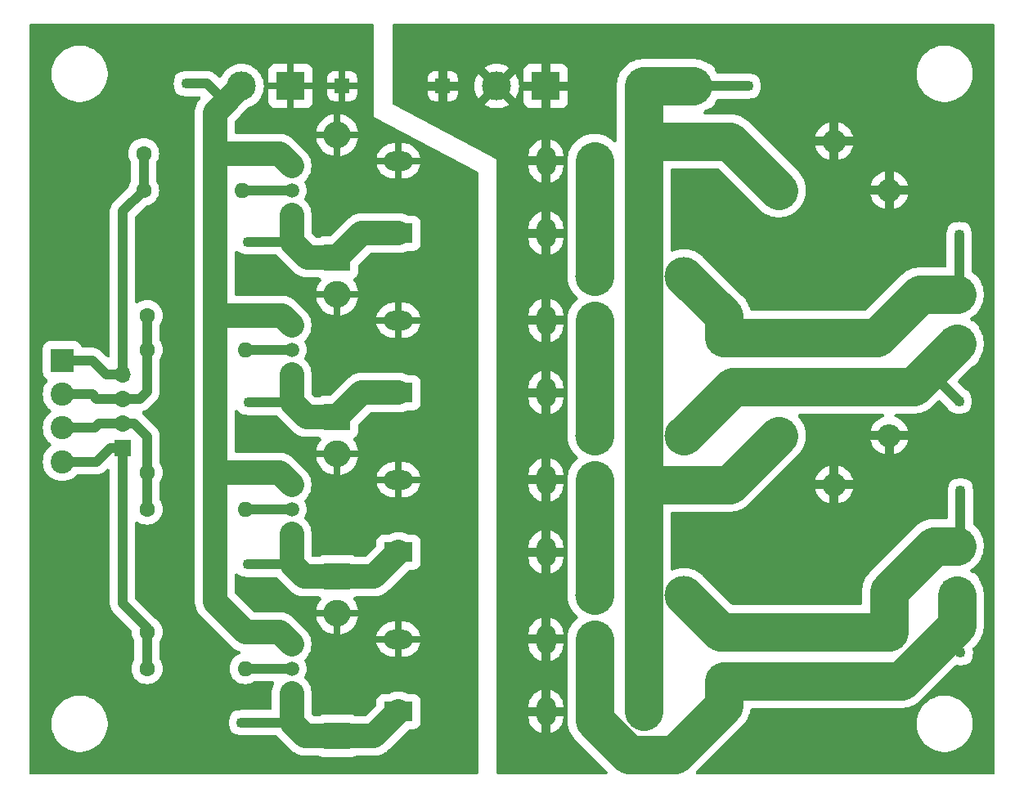
<source format=gbr>
%TF.GenerationSoftware,KiCad,Pcbnew,8.0.4*%
%TF.CreationDate,2024-09-07T09:02:32+02:00*%
%TF.ProjectId,chairAdjust-relayBoard,63686169-7241-4646-9a75-73742d72656c,rev?*%
%TF.SameCoordinates,Original*%
%TF.FileFunction,Copper,L2,Bot*%
%TF.FilePolarity,Positive*%
%FSLAX46Y46*%
G04 Gerber Fmt 4.6, Leading zero omitted, Abs format (unit mm)*
G04 Created by KiCad (PCBNEW 8.0.4) date 2024-09-07 09:02:32*
%MOMM*%
%LPD*%
G01*
G04 APERTURE LIST*
%TA.AperFunction,ComponentPad*%
%ADD10R,3.000000X3.000000*%
%TD*%
%TA.AperFunction,ComponentPad*%
%ADD11C,3.000000*%
%TD*%
%TA.AperFunction,ComponentPad*%
%ADD12R,0.850000X0.850000*%
%TD*%
%TA.AperFunction,ComponentPad*%
%ADD13R,2.800000X2.800000*%
%TD*%
%TA.AperFunction,ComponentPad*%
%ADD14O,2.800000X2.800000*%
%TD*%
%TA.AperFunction,ComponentPad*%
%ADD15R,2.400000X2.400000*%
%TD*%
%TA.AperFunction,ComponentPad*%
%ADD16O,2.400000X2.400000*%
%TD*%
%TA.AperFunction,ComponentPad*%
%ADD17C,1.600000*%
%TD*%
%TA.AperFunction,ComponentPad*%
%ADD18O,1.600000X1.600000*%
%TD*%
%TA.AperFunction,ComponentPad*%
%ADD19R,1.500000X1.500000*%
%TD*%
%TA.AperFunction,ComponentPad*%
%ADD20C,1.500000*%
%TD*%
%TA.AperFunction,ComponentPad*%
%ADD21O,2.000000X3.000000*%
%TD*%
%TA.AperFunction,ComponentPad*%
%ADD22R,3.000000X2.000000*%
%TD*%
%TA.AperFunction,ComponentPad*%
%ADD23O,3.000000X2.000000*%
%TD*%
%TA.AperFunction,ComponentPad*%
%ADD24R,1.700000X1.700000*%
%TD*%
%TA.AperFunction,ComponentPad*%
%ADD25O,1.700000X1.700000*%
%TD*%
%TA.AperFunction,ComponentPad*%
%ADD26C,2.400000*%
%TD*%
%TA.AperFunction,ViaPad*%
%ADD27C,4.000000*%
%TD*%
%TA.AperFunction,Conductor*%
%ADD28C,2.500000*%
%TD*%
%TA.AperFunction,Conductor*%
%ADD29C,1.000000*%
%TD*%
%TA.AperFunction,Conductor*%
%ADD30C,4.000000*%
%TD*%
G04 APERTURE END LIST*
D10*
%TO.P,J4,1,Pin_1*%
%TO.N,+24V*%
X176530000Y-35560000D03*
D11*
%TO.P,J4,2,Pin_2*%
X171450000Y-35560000D03*
%TD*%
D12*
%TO.P,TP7,1,1*%
%TO.N,Net-(D3-K)*%
X130556000Y-68326000D03*
%TD*%
D13*
%TO.P,D8,1,K*%
%TO.N,Net-(D8-K)*%
X139700000Y-86360000D03*
D14*
%TO.P,D8,2,A*%
%TO.N,GND*%
X139700000Y-73660000D03*
%TD*%
D15*
%TO.P,D11,1,K*%
%TO.N,Net-(D10-A)*%
X196850000Y-92075000D03*
D16*
%TO.P,D11,2,A*%
%TO.N,GNDPWR*%
X196850000Y-71755000D03*
%TD*%
D17*
%TO.P,R7,1*%
%TO.N,/Relay_M2.2*%
X120015000Y-92075000D03*
D18*
%TO.P,R7,2*%
%TO.N,+12V*%
X130175000Y-92075000D03*
%TD*%
D15*
%TO.P,D7,1,K*%
%TO.N,Net-(D4-A)*%
X196850000Y-66675000D03*
D16*
%TO.P,D7,2,A*%
%TO.N,GNDPWR*%
X196850000Y-46355000D03*
%TD*%
D12*
%TO.P,TP9,1,1*%
%TO.N,Net-(D8-K)*%
X130429000Y-85090000D03*
%TD*%
D19*
%TO.P,Q2,1,C*%
%TO.N,Net-(D8-K)*%
X134980000Y-81915000D03*
D20*
%TO.P,Q2,2,B*%
%TO.N,Net-(Q2-B)*%
X134980000Y-79375000D03*
%TO.P,Q2,3,E*%
%TO.N,+12V*%
X134980000Y-76835000D03*
%TD*%
D15*
%TO.P,D6,1,K*%
%TO.N,Net-(D5-A)*%
X191135000Y-61595000D03*
D16*
%TO.P,D6,2,A*%
%TO.N,GNDPWR*%
X191135000Y-41275000D03*
%TD*%
D15*
%TO.P,D12,1,K*%
%TO.N,+24V*%
X179705000Y-76835000D03*
D16*
%TO.P,D12,2,A*%
%TO.N,Net-(D12-A)*%
X179705000Y-97155000D03*
%TD*%
D19*
%TO.P,Q3,1,C*%
%TO.N,Net-(D3-K)*%
X134980000Y-65405000D03*
D20*
%TO.P,Q3,2,B*%
%TO.N,Net-(Q3-B)*%
X134980000Y-62865000D03*
%TO.P,Q3,3,E*%
%TO.N,+12V*%
X134980000Y-60325000D03*
%TD*%
D12*
%TO.P,TP8,1,1*%
%TO.N,Net-(D1-K)*%
X130429000Y-51689000D03*
%TD*%
D21*
%TO.P,K1,11*%
%TO.N,Net-(D5-A)*%
X166350000Y-43300000D03*
X166350000Y-50800000D03*
%TO.P,K1,12*%
%TO.N,GNDPWR*%
X161310000Y-43300000D03*
X161310000Y-50800000D03*
%TO.P,K1,14*%
%TO.N,+24V*%
X171390000Y-43300000D03*
X171390000Y-50800000D03*
D22*
%TO.P,K1,A1*%
%TO.N,Net-(D1-K)*%
X146050000Y-50800000D03*
D23*
%TO.P,K1,A2*%
%TO.N,GND*%
X146050000Y-43300000D03*
%TD*%
D12*
%TO.P,TP6,1,1*%
%TO.N,+12V*%
X124079000Y-35306000D03*
%TD*%
D10*
%TO.P,J7,1,Pin_1*%
%TO.N,Net-(D12-A)*%
X203835000Y-88265000D03*
D11*
%TO.P,J7,2,Pin_2*%
%TO.N,Net-(D10-A)*%
X203835000Y-83185000D03*
%TD*%
D12*
%TO.P,TP10,1,1*%
%TO.N,Net-(D9-K)*%
X129794000Y-101473000D03*
%TD*%
D24*
%TO.P,J3,1,Pin_1*%
%TO.N,/Relay_M2.2*%
X117475000Y-73025000D03*
D25*
%TO.P,J3,2,Pin_2*%
%TO.N,/Relay_M2.1*%
X117475000Y-70485000D03*
%TO.P,J3,3,Pin_3*%
%TO.N,/Relay_M1.2*%
X117475000Y-67945000D03*
%TO.P,J3,4,Pin_4*%
%TO.N,/Relay_M1.1*%
X117475000Y-65405000D03*
%TD*%
D21*
%TO.P,K4,11*%
%TO.N,Net-(D12-A)*%
X166348000Y-92830000D03*
X166348000Y-100330000D03*
%TO.P,K4,12*%
%TO.N,GNDPWR*%
X161308000Y-92830000D03*
X161308000Y-100330000D03*
%TO.P,K4,14*%
%TO.N,+24V*%
X171388000Y-92830000D03*
X171388000Y-100330000D03*
D22*
%TO.P,K4,A1*%
%TO.N,Net-(D9-K)*%
X146048000Y-100330000D03*
D23*
%TO.P,K4,A2*%
%TO.N,GND*%
X146048000Y-92830000D03*
%TD*%
D13*
%TO.P,D1,1,K*%
%TO.N,Net-(D1-K)*%
X139700000Y-53340000D03*
D14*
%TO.P,D1,2,A*%
%TO.N,GND*%
X139700000Y-40640000D03*
%TD*%
D10*
%TO.P,J1,1,Pin_1*%
%TO.N,Net-(D4-A)*%
X203835000Y-62230000D03*
D11*
%TO.P,J1,2,Pin_2*%
%TO.N,Net-(D5-A)*%
X203835000Y-57150000D03*
%TD*%
D17*
%TO.P,R2,1*%
%TO.N,/Relay_M1.1*%
X119655000Y-46355000D03*
D18*
%TO.P,R2,2*%
%TO.N,Net-(Q1-B)*%
X129815000Y-46355000D03*
%TD*%
D19*
%TO.P,TP4,1,1*%
%TO.N,GNDPWR*%
X150622000Y-35560000D03*
%TD*%
%TO.P,Q1,1,C*%
%TO.N,Net-(D1-K)*%
X134980000Y-48895000D03*
D20*
%TO.P,Q1,2,B*%
%TO.N,Net-(Q1-B)*%
X134980000Y-46355000D03*
%TO.P,Q1,3,E*%
%TO.N,+12V*%
X134980000Y-43815000D03*
%TD*%
D15*
%TO.P,D5,1,K*%
%TO.N,+24V*%
X179705000Y-41275000D03*
D16*
%TO.P,D5,2,A*%
%TO.N,Net-(D5-A)*%
X179705000Y-61595000D03*
%TD*%
D12*
%TO.P,TP11,1,1*%
%TO.N,Net-(D10-A)*%
X204216000Y-77470000D03*
%TD*%
D15*
%TO.P,J2,1,Pin_1*%
%TO.N,/Relay_M1.1*%
X111225000Y-63965000D03*
D26*
%TO.P,J2,2,Pin_2*%
%TO.N,/Relay_M1.2*%
X111225000Y-67465000D03*
%TO.P,J2,3,Pin_3*%
%TO.N,/Relay_M2.1*%
X111225000Y-70965000D03*
%TO.P,J2,4,Pin_4*%
%TO.N,/Relay_M2.2*%
X111225000Y-74465000D03*
%TD*%
D13*
%TO.P,D3,1,K*%
%TO.N,Net-(D3-K)*%
X139700000Y-69850000D03*
D14*
%TO.P,D3,2,A*%
%TO.N,GND*%
X139700000Y-57150000D03*
%TD*%
D19*
%TO.P,Q4,1,C*%
%TO.N,Net-(D9-K)*%
X134980000Y-98425000D03*
D20*
%TO.P,Q4,2,B*%
%TO.N,Net-(Q4-B)*%
X134980000Y-95885000D03*
%TO.P,Q4,3,E*%
%TO.N,+12V*%
X134980000Y-93345000D03*
%TD*%
D21*
%TO.P,K2,11*%
%TO.N,Net-(D4-A)*%
X166348000Y-59810000D03*
X166348000Y-67310000D03*
%TO.P,K2,12*%
%TO.N,GNDPWR*%
X161308000Y-59810000D03*
X161308000Y-67310000D03*
%TO.P,K2,14*%
%TO.N,+24V*%
X171388000Y-59810000D03*
X171388000Y-67310000D03*
D22*
%TO.P,K2,A1*%
%TO.N,Net-(D3-K)*%
X146048000Y-67310000D03*
D23*
%TO.P,K2,A2*%
%TO.N,GND*%
X146048000Y-59810000D03*
%TD*%
D15*
%TO.P,D13,1,K*%
%TO.N,Net-(D12-A)*%
X191135000Y-97155000D03*
D16*
%TO.P,D13,2,A*%
%TO.N,GNDPWR*%
X191135000Y-76835000D03*
%TD*%
D13*
%TO.P,D9,1,K*%
%TO.N,Net-(D9-K)*%
X139700000Y-102870000D03*
D14*
%TO.P,D9,2,A*%
%TO.N,GND*%
X139700000Y-90170000D03*
%TD*%
D21*
%TO.P,K3,11*%
%TO.N,Net-(D10-A)*%
X166350000Y-76320000D03*
X166350000Y-83820000D03*
%TO.P,K3,12*%
%TO.N,GNDPWR*%
X161310000Y-76320000D03*
X161310000Y-83820000D03*
%TO.P,K3,14*%
%TO.N,+24V*%
X171390000Y-76320000D03*
X171390000Y-83820000D03*
D22*
%TO.P,K3,A1*%
%TO.N,Net-(D8-K)*%
X146050000Y-83820000D03*
D23*
%TO.P,K3,A2*%
%TO.N,GND*%
X146050000Y-76320000D03*
%TD*%
D17*
%TO.P,R5,1*%
%TO.N,/Relay_M1.2*%
X120015000Y-59309000D03*
D18*
%TO.P,R5,2*%
%TO.N,+12V*%
X130175000Y-59309000D03*
%TD*%
D15*
%TO.P,D4,1,K*%
%TO.N,+24V*%
X185420000Y-46355000D03*
D16*
%TO.P,D4,2,A*%
%TO.N,Net-(D4-A)*%
X185420000Y-66675000D03*
%TD*%
D17*
%TO.P,R4,1*%
%TO.N,/Relay_M1.2*%
X120015000Y-62865000D03*
D18*
%TO.P,R4,2*%
%TO.N,Net-(Q3-B)*%
X130175000Y-62865000D03*
%TD*%
D10*
%TO.P,J6,1,Pin_1*%
%TO.N,GND*%
X134874000Y-35560000D03*
D11*
%TO.P,J6,2,Pin_2*%
%TO.N,+12V*%
X129794000Y-35560000D03*
%TD*%
D12*
%TO.P,TP1,1,1*%
%TO.N,Net-(D5-A)*%
X204089000Y-50927000D03*
%TD*%
%TO.P,TP3,1,1*%
%TO.N,+24V*%
X182245000Y-35560000D03*
%TD*%
D17*
%TO.P,R3,1*%
%TO.N,/Relay_M1.1*%
X119655000Y-42545000D03*
D18*
%TO.P,R3,2*%
%TO.N,+12V*%
X129815000Y-42545000D03*
%TD*%
D12*
%TO.P,TP12,1,1*%
%TO.N,Net-(D12-A)*%
X204216000Y-94234000D03*
%TD*%
D15*
%TO.P,D10,1,K*%
%TO.N,+24V*%
X185420000Y-71755000D03*
D16*
%TO.P,D10,2,A*%
%TO.N,Net-(D10-A)*%
X185420000Y-92075000D03*
%TD*%
D17*
%TO.P,R6,1*%
%TO.N,/Relay_M2.1*%
X120015000Y-75565000D03*
D18*
%TO.P,R6,2*%
%TO.N,+12V*%
X130175000Y-75565000D03*
%TD*%
D10*
%TO.P,J5,1,Pin_1*%
%TO.N,GNDPWR*%
X161290000Y-35560000D03*
D11*
%TO.P,J5,2,Pin_2*%
X156210000Y-35560000D03*
%TD*%
D17*
%TO.P,R9,1*%
%TO.N,/Relay_M2.2*%
X120015000Y-95885000D03*
D18*
%TO.P,R9,2*%
%TO.N,Net-(Q4-B)*%
X130175000Y-95885000D03*
%TD*%
D17*
%TO.P,R8,1*%
%TO.N,/Relay_M2.1*%
X120015000Y-79375000D03*
D18*
%TO.P,R8,2*%
%TO.N,Net-(Q2-B)*%
X130175000Y-79375000D03*
%TD*%
D12*
%TO.P,TP2,1,1*%
%TO.N,Net-(D4-A)*%
X204089000Y-68199000D03*
%TD*%
D19*
%TO.P,TP5,1,1*%
%TO.N,GND*%
X140208000Y-35560000D03*
%TD*%
D27*
%TO.N,Net-(D4-A)*%
X166370000Y-71755000D03*
X175590000Y-71755000D03*
%TO.N,Net-(D5-A)*%
X166370000Y-55245000D03*
X175590000Y-55245000D03*
%TO.N,Net-(D10-A)*%
X166370000Y-88265000D03*
X175590000Y-88265000D03*
%TD*%
D28*
%TO.N,Net-(D1-K)*%
X146050000Y-50800000D02*
X142240000Y-50800000D01*
X139700000Y-53340000D02*
X136652000Y-53340000D01*
D29*
X134959000Y-51689000D02*
X134980000Y-51668000D01*
D28*
X134980000Y-51668000D02*
X134980000Y-48895000D01*
X136652000Y-53340000D02*
X134980000Y-51668000D01*
X142240000Y-50800000D02*
X139700000Y-53340000D01*
D29*
X130429000Y-51689000D02*
X134959000Y-51689000D01*
D28*
%TO.N,Net-(D3-K)*%
X136525000Y-69850000D02*
X139700000Y-69850000D01*
X134980000Y-68305000D02*
X136525000Y-69850000D01*
D29*
X130556000Y-68326000D02*
X134959000Y-68326000D01*
D28*
X142240000Y-67310000D02*
X146048000Y-67310000D01*
D29*
X134959000Y-68326000D02*
X134980000Y-68305000D01*
D28*
X139700000Y-69850000D02*
X142240000Y-67310000D01*
X134980000Y-65405000D02*
X134980000Y-68305000D01*
D30*
%TO.N,+24V*%
X179705000Y-76835000D02*
X180340000Y-76835000D01*
X179705000Y-41275000D02*
X171450000Y-41275000D01*
X171450000Y-43240000D02*
X171390000Y-43300000D01*
D29*
X176530000Y-35560000D02*
X182245000Y-35560000D01*
D30*
X171450000Y-35560000D02*
X171450000Y-41275000D01*
X171450000Y-41275000D02*
X171450000Y-43240000D01*
X180340000Y-41275000D02*
X185420000Y-46355000D01*
X171390000Y-100328000D02*
X171388000Y-100330000D01*
X171905000Y-76835000D02*
X171390000Y-76320000D01*
X180340000Y-76835000D02*
X185420000Y-71755000D01*
X179705000Y-41275000D02*
X180340000Y-41275000D01*
X171450000Y-35560000D02*
X176530000Y-35560000D01*
X171390000Y-43300000D02*
X171390000Y-100328000D01*
X179705000Y-76835000D02*
X171905000Y-76835000D01*
%TO.N,Net-(D4-A)*%
X166348000Y-59810000D02*
X166348000Y-67310000D01*
X175590000Y-71755000D02*
X180670000Y-66675000D01*
X185420000Y-66675000D02*
X196850000Y-66675000D01*
X196850000Y-66675000D02*
X199390000Y-66675000D01*
D29*
X204089000Y-68199000D02*
X201295000Y-65405000D01*
X201295000Y-65405000D02*
X200660000Y-65405000D01*
D30*
X199390000Y-66675000D02*
X200660000Y-65405000D01*
X200660000Y-65405000D02*
X203835000Y-62230000D01*
X180670000Y-66675000D02*
X185420000Y-66675000D01*
X166348000Y-67310000D02*
X166348000Y-71733000D01*
X166348000Y-71733000D02*
X166370000Y-71755000D01*
%TO.N,Net-(D5-A)*%
X166350000Y-55225000D02*
X166370000Y-55245000D01*
D29*
X204089000Y-56896000D02*
X203835000Y-57150000D01*
D30*
X175590000Y-55245000D02*
X179705000Y-59360000D01*
X195580000Y-61595000D02*
X200025000Y-57150000D01*
X179705000Y-59360000D02*
X179705000Y-61595000D01*
X200025000Y-57150000D02*
X203835000Y-57150000D01*
D29*
X204089000Y-50927000D02*
X204089000Y-56896000D01*
D30*
X179705000Y-61595000D02*
X191135000Y-61595000D01*
X166350000Y-50800000D02*
X166350000Y-55225000D01*
X191135000Y-61595000D02*
X195580000Y-61595000D01*
X166350000Y-43300000D02*
X166350000Y-50800000D01*
D28*
%TO.N,Net-(D8-K)*%
X139700000Y-86360000D02*
X143510000Y-86360000D01*
X143510000Y-86360000D02*
X146050000Y-83820000D01*
X134980000Y-85069000D02*
X136271000Y-86360000D01*
X134980000Y-81915000D02*
X134980000Y-85069000D01*
D29*
X130429000Y-85090000D02*
X134959000Y-85090000D01*
D28*
X136271000Y-86360000D02*
X139700000Y-86360000D01*
D29*
X134959000Y-85090000D02*
X134980000Y-85069000D01*
%TO.N,Net-(D9-K)*%
X134959000Y-101473000D02*
X134980000Y-101452000D01*
D28*
X134980000Y-101452000D02*
X136398000Y-102870000D01*
X134980000Y-98425000D02*
X134980000Y-101452000D01*
X139700000Y-102870000D02*
X143508000Y-102870000D01*
X136398000Y-102870000D02*
X139700000Y-102870000D01*
X143508000Y-102870000D02*
X146048000Y-100330000D01*
D29*
X129794000Y-101473000D02*
X134959000Y-101473000D01*
%TO.N,Net-(D10-A)*%
X204216000Y-82804000D02*
X203835000Y-83185000D01*
D30*
X166350000Y-76320000D02*
X166350000Y-83820000D01*
X175590000Y-88265000D02*
X179400000Y-92075000D01*
X185420000Y-92075000D02*
X196850000Y-92075000D01*
X196850000Y-92075000D02*
X196850000Y-87850000D01*
D29*
X204216000Y-77470000D02*
X204216000Y-82804000D01*
D30*
X166350000Y-88245000D02*
X166370000Y-88265000D01*
X196850000Y-87850000D02*
X201515000Y-83185000D01*
X179400000Y-92075000D02*
X185420000Y-92075000D01*
X166350000Y-83820000D02*
X166350000Y-88245000D01*
X201515000Y-83185000D02*
X203835000Y-83185000D01*
%TO.N,Net-(D12-A)*%
X191135000Y-97155000D02*
X198120000Y-97155000D01*
X179705000Y-99695000D02*
X179705000Y-97155000D01*
X174625000Y-104775000D02*
X179705000Y-99695000D01*
X169893304Y-104775000D02*
X174625000Y-104775000D01*
X179705000Y-97155000D02*
X191135000Y-97155000D01*
X202247500Y-93027500D02*
X203835000Y-91440000D01*
X198120000Y-97155000D02*
X202247500Y-93027500D01*
X166348000Y-101229696D02*
X169893304Y-104775000D01*
D29*
X203009500Y-93027500D02*
X202247500Y-93027500D01*
D30*
X166348000Y-92830000D02*
X166348000Y-100330000D01*
X203835000Y-91440000D02*
X203835000Y-88265000D01*
X166348000Y-100330000D02*
X166348000Y-101229696D01*
D29*
X204216000Y-94234000D02*
X203009500Y-93027500D01*
%TO.N,/Relay_M1.1*%
X119655000Y-46355000D02*
X117475000Y-48535000D01*
X114384000Y-63965000D02*
X111225000Y-63965000D01*
X115824000Y-65405000D02*
X114384000Y-63965000D01*
X117475000Y-48535000D02*
X117475000Y-65405000D01*
X119655000Y-42545000D02*
X119655000Y-46355000D01*
X117475000Y-65405000D02*
X115824000Y-65405000D01*
%TO.N,/Relay_M2.1*%
X114582000Y-70965000D02*
X111225000Y-70965000D01*
X120015000Y-79375000D02*
X120015000Y-75565000D01*
X120015000Y-75565000D02*
X120015000Y-71822919D01*
X120015000Y-71822919D02*
X118677081Y-70485000D01*
X118677081Y-70485000D02*
X117475000Y-70485000D01*
X115062000Y-70485000D02*
X114582000Y-70965000D01*
X117475000Y-70485000D02*
X115062000Y-70485000D01*
%TO.N,/Relay_M1.2*%
X117475000Y-67945000D02*
X114808000Y-67945000D01*
X120015000Y-59309000D02*
X120015000Y-62865000D01*
X120015000Y-67183000D02*
X119253000Y-67945000D01*
X119253000Y-67945000D02*
X117475000Y-67945000D01*
X120015000Y-62865000D02*
X120015000Y-67183000D01*
X114328000Y-67465000D02*
X111225000Y-67465000D01*
X114808000Y-67945000D02*
X114328000Y-67465000D01*
%TO.N,/Relay_M2.2*%
X117475000Y-73025000D02*
X116205000Y-73025000D01*
X120015000Y-92075000D02*
X120015000Y-91694000D01*
X120015000Y-91694000D02*
X117475000Y-89154000D01*
X120015000Y-95885000D02*
X120015000Y-92075000D01*
X116205000Y-73025000D02*
X114765000Y-74465000D01*
X117475000Y-89154000D02*
X117475000Y-73025000D01*
X114765000Y-74465000D02*
X111225000Y-74465000D01*
D28*
%TO.N,+12V*%
X130175000Y-92075000D02*
X127030000Y-88930000D01*
X133710000Y-75565000D02*
X130175000Y-75565000D01*
X127030000Y-88930000D02*
X127030000Y-75565000D01*
D29*
X126238000Y-35306000D02*
X128143000Y-37211000D01*
D28*
X127030000Y-38324000D02*
X127030000Y-42926000D01*
X128143000Y-37211000D02*
X127030000Y-38324000D01*
X127411000Y-42545000D02*
X127030000Y-42926000D01*
D29*
X124079000Y-35306000D02*
X126238000Y-35306000D01*
D28*
X133710000Y-42545000D02*
X129815000Y-42545000D01*
X130175000Y-59309000D02*
X127030000Y-59309000D01*
X129815000Y-42545000D02*
X127411000Y-42545000D01*
X134980000Y-93345000D02*
X133710000Y-92075000D01*
X127030000Y-75565000D02*
X127030000Y-59309000D01*
X133710000Y-92075000D02*
X130175000Y-92075000D01*
X134980000Y-76835000D02*
X133710000Y-75565000D01*
X129794000Y-35560000D02*
X128143000Y-37211000D01*
X127030000Y-59309000D02*
X127030000Y-42926000D01*
X134980000Y-60325000D02*
X133964000Y-59309000D01*
D29*
X129540000Y-35306000D02*
X129794000Y-35560000D01*
D28*
X134980000Y-43815000D02*
X133710000Y-42545000D01*
X133964000Y-59309000D02*
X130175000Y-59309000D01*
X130175000Y-75565000D02*
X127030000Y-75565000D01*
D29*
%TO.N,Net-(Q1-B)*%
X129815000Y-46355000D02*
X134980000Y-46355000D01*
%TO.N,Net-(Q2-B)*%
X130175000Y-79375000D02*
X134980000Y-79375000D01*
%TO.N,Net-(Q3-B)*%
X130175000Y-62865000D02*
X134980000Y-62865000D01*
%TO.N,Net-(Q4-B)*%
X130175000Y-95885000D02*
X134980000Y-95885000D01*
%TD*%
%TA.AperFunction,Conductor*%
%TO.N,GND*%
G36*
X143397343Y-29095207D02*
G01*
X143466584Y-29150426D01*
X143505011Y-29230218D01*
X143510000Y-29274500D01*
X143510000Y-38735000D01*
X154199111Y-44393941D01*
X154266198Y-44451756D01*
X154301557Y-44532955D01*
X154305000Y-44569814D01*
X154305000Y-106615500D01*
X154285293Y-106701843D01*
X154230074Y-106771084D01*
X154150282Y-106809511D01*
X154106000Y-106814500D01*
X108014500Y-106814500D01*
X107928157Y-106794793D01*
X107858916Y-106739574D01*
X107820489Y-106659782D01*
X107815500Y-106615500D01*
X107815500Y-101437111D01*
X110129500Y-101437111D01*
X110129500Y-101762889D01*
X110131150Y-101777534D01*
X110165975Y-102086613D01*
X110238468Y-102404228D01*
X110238469Y-102404231D01*
X110346059Y-102711707D01*
X110346066Y-102711724D01*
X110487418Y-103005243D01*
X110660733Y-103281073D01*
X110660738Y-103281081D01*
X110863856Y-103535782D01*
X111094217Y-103766143D01*
X111348918Y-103969261D01*
X111348926Y-103969266D01*
X111624756Y-104142581D01*
X111624758Y-104142582D01*
X111624763Y-104142585D01*
X111918278Y-104283935D01*
X112225773Y-104391532D01*
X112543383Y-104464024D01*
X112867111Y-104500500D01*
X112867112Y-104500500D01*
X113192888Y-104500500D01*
X113192889Y-104500500D01*
X113516617Y-104464024D01*
X113834227Y-104391532D01*
X114141722Y-104283935D01*
X114435237Y-104142585D01*
X114711081Y-103969261D01*
X114965783Y-103766143D01*
X115196143Y-103535783D01*
X115399261Y-103281081D01*
X115572585Y-103005237D01*
X115713935Y-102711722D01*
X115821532Y-102404227D01*
X115894024Y-102086617D01*
X115930500Y-101762889D01*
X115930500Y-101437111D01*
X115894024Y-101113383D01*
X115821532Y-100795773D01*
X115713935Y-100488278D01*
X115572585Y-100194763D01*
X115572581Y-100194756D01*
X115399266Y-99918926D01*
X115399261Y-99918918D01*
X115196143Y-99664217D01*
X114965782Y-99433856D01*
X114711081Y-99230738D01*
X114711073Y-99230733D01*
X114435243Y-99057418D01*
X114141724Y-98916066D01*
X114141707Y-98916059D01*
X113834231Y-98808469D01*
X113834228Y-98808468D01*
X113516613Y-98735975D01*
X113247989Y-98705708D01*
X113192889Y-98699500D01*
X112867111Y-98699500D01*
X112820025Y-98704805D01*
X112543386Y-98735975D01*
X112225771Y-98808468D01*
X112225768Y-98808469D01*
X111918292Y-98916059D01*
X111918275Y-98916066D01*
X111624756Y-99057418D01*
X111348926Y-99230733D01*
X111348918Y-99230738D01*
X111094217Y-99433856D01*
X110863856Y-99664217D01*
X110660738Y-99918918D01*
X110660733Y-99918926D01*
X110487418Y-100194756D01*
X110346066Y-100488275D01*
X110346059Y-100488292D01*
X110238469Y-100795768D01*
X110238468Y-100795771D01*
X110165975Y-101113386D01*
X110134805Y-101390025D01*
X110129500Y-101437111D01*
X107815500Y-101437111D01*
X107815500Y-67465000D01*
X109219390Y-67465000D01*
X109239803Y-67750427D01*
X109300631Y-68030048D01*
X109400633Y-68298161D01*
X109537771Y-68549311D01*
X109537774Y-68549315D01*
X109709261Y-68778395D01*
X109709265Y-68778399D01*
X109709268Y-68778403D01*
X109911600Y-68980735D01*
X110011731Y-69055693D01*
X110069042Y-69123213D01*
X110091381Y-69208913D01*
X110074324Y-69295818D01*
X110021250Y-69366716D01*
X110011731Y-69374307D01*
X109911600Y-69449264D01*
X109709268Y-69651596D01*
X109709262Y-69651603D01*
X109709261Y-69651605D01*
X109703059Y-69659890D01*
X109537771Y-69880688D01*
X109400633Y-70131838D01*
X109300631Y-70399951D01*
X109239803Y-70679572D01*
X109219390Y-70965000D01*
X109239803Y-71250427D01*
X109300631Y-71530048D01*
X109400633Y-71798161D01*
X109537771Y-72049311D01*
X109537774Y-72049315D01*
X109709261Y-72278395D01*
X109709265Y-72278399D01*
X109709268Y-72278403D01*
X109911600Y-72480735D01*
X110011731Y-72555693D01*
X110069042Y-72623213D01*
X110091381Y-72708913D01*
X110074324Y-72795818D01*
X110021250Y-72866716D01*
X110011731Y-72874307D01*
X109911600Y-72949264D01*
X109709268Y-73151596D01*
X109709262Y-73151603D01*
X109709261Y-73151605D01*
X109699608Y-73164500D01*
X109537771Y-73380688D01*
X109400633Y-73631838D01*
X109300631Y-73899951D01*
X109239803Y-74179572D01*
X109219390Y-74465000D01*
X109239803Y-74750427D01*
X109300631Y-75030048D01*
X109400633Y-75298161D01*
X109537771Y-75549311D01*
X109537774Y-75549315D01*
X109709261Y-75778395D01*
X109709265Y-75778399D01*
X109709268Y-75778403D01*
X109911596Y-75980731D01*
X109911599Y-75980733D01*
X109911605Y-75980739D01*
X110111532Y-76130402D01*
X110140688Y-76152228D01*
X110252088Y-76213057D01*
X110391839Y-76289367D01*
X110659954Y-76389369D01*
X110939572Y-76450196D01*
X110939571Y-76450196D01*
X110958622Y-76451558D01*
X111225000Y-76470610D01*
X111510428Y-76450196D01*
X111790046Y-76389369D01*
X112058161Y-76289367D01*
X112309315Y-76152226D01*
X112538395Y-75980739D01*
X112695349Y-75823784D01*
X112770336Y-75776667D01*
X112836062Y-75765500D01*
X114867351Y-75765500D01*
X114867352Y-75765500D01*
X115069535Y-75733477D01*
X115174421Y-75699397D01*
X115264219Y-75670220D01*
X115355414Y-75623753D01*
X115446611Y-75577287D01*
X115612219Y-75456966D01*
X115834786Y-75234397D01*
X115909774Y-75187280D01*
X115997780Y-75177364D01*
X116081374Y-75206615D01*
X116143998Y-75269238D01*
X116173249Y-75352832D01*
X116174500Y-75375113D01*
X116174500Y-89256352D01*
X116185578Y-89326295D01*
X116206522Y-89458529D01*
X116206523Y-89458536D01*
X116269778Y-89653213D01*
X116269782Y-89653224D01*
X116316246Y-89744414D01*
X116316247Y-89744415D01*
X116362712Y-89835610D01*
X116483036Y-90001222D01*
X118355424Y-91873609D01*
X118402543Y-91948597D01*
X118413097Y-92029932D01*
X118409551Y-92074996D01*
X118409551Y-92075000D01*
X118429317Y-92326148D01*
X118488127Y-92571111D01*
X118488128Y-92571114D01*
X118488129Y-92571117D01*
X118584532Y-92803857D01*
X118685175Y-92968089D01*
X118713486Y-93052005D01*
X118714500Y-93072067D01*
X118714500Y-94887932D01*
X118694793Y-94974275D01*
X118685175Y-94991910D01*
X118584535Y-95156137D01*
X118584535Y-95156138D01*
X118488128Y-95388885D01*
X118488127Y-95388888D01*
X118488127Y-95388889D01*
X118429317Y-95633852D01*
X118409551Y-95885000D01*
X118429317Y-96136148D01*
X118488127Y-96381111D01*
X118575102Y-96591089D01*
X118584535Y-96613861D01*
X118584535Y-96613862D01*
X118716165Y-96828661D01*
X118879775Y-97020224D01*
X119071338Y-97183834D01*
X119071340Y-97183835D01*
X119071341Y-97183836D01*
X119286141Y-97315466D01*
X119518889Y-97411873D01*
X119763852Y-97470683D01*
X120015000Y-97490449D01*
X120266148Y-97470683D01*
X120511111Y-97411873D01*
X120743859Y-97315466D01*
X120958659Y-97183836D01*
X121150224Y-97020224D01*
X121313836Y-96828659D01*
X121445466Y-96613859D01*
X121541873Y-96381111D01*
X121600683Y-96136148D01*
X121620449Y-95885000D01*
X121600683Y-95633852D01*
X121541873Y-95388889D01*
X121445466Y-95156141D01*
X121344824Y-94991909D01*
X121316514Y-94907993D01*
X121315500Y-94887932D01*
X121315500Y-93072067D01*
X121335207Y-92985724D01*
X121344825Y-92968089D01*
X121359521Y-92944108D01*
X121445466Y-92803859D01*
X121541873Y-92571111D01*
X121600683Y-92326148D01*
X121620449Y-92075000D01*
X121600683Y-91823852D01*
X121541873Y-91578889D01*
X121445466Y-91346141D01*
X121313836Y-91131341D01*
X121313835Y-91131340D01*
X121313834Y-91131338D01*
X121150224Y-90939775D01*
X121037030Y-90843099D01*
X120958659Y-90776164D01*
X120958655Y-90776161D01*
X120958653Y-90776160D01*
X120921118Y-90753158D01*
X120884383Y-90724198D01*
X118833786Y-88673601D01*
X118786667Y-88598613D01*
X118775500Y-88532887D01*
X118775500Y-80847884D01*
X118795207Y-80761541D01*
X118850426Y-80692300D01*
X118930218Y-80653873D01*
X119018782Y-80653873D01*
X119078475Y-80678207D01*
X119286141Y-80805466D01*
X119518889Y-80901873D01*
X119763852Y-80960683D01*
X120015000Y-80980449D01*
X120266148Y-80960683D01*
X120511111Y-80901873D01*
X120743859Y-80805466D01*
X120958659Y-80673836D01*
X121150224Y-80510224D01*
X121313836Y-80318659D01*
X121445466Y-80103859D01*
X121541873Y-79871111D01*
X121600683Y-79626148D01*
X121620449Y-79375000D01*
X121600683Y-79123852D01*
X121541873Y-78878889D01*
X121445466Y-78646141D01*
X121344824Y-78481909D01*
X121316514Y-78397993D01*
X121315500Y-78377932D01*
X121315500Y-76562067D01*
X121335207Y-76475724D01*
X121344825Y-76458089D01*
X121386937Y-76389369D01*
X121445466Y-76293859D01*
X121541873Y-76061111D01*
X121600683Y-75816148D01*
X121620449Y-75565000D01*
X121600683Y-75313852D01*
X121541873Y-75068889D01*
X121445466Y-74836141D01*
X121392940Y-74750427D01*
X121344825Y-74671910D01*
X121316514Y-74587993D01*
X121315500Y-74567932D01*
X121315500Y-71720568D01*
X121295974Y-71597287D01*
X121295974Y-71597286D01*
X121289845Y-71558590D01*
X121283477Y-71518384D01*
X121222988Y-71332219D01*
X121220220Y-71323700D01*
X121140179Y-71166610D01*
X121140177Y-71166606D01*
X121127290Y-71141312D01*
X121006963Y-70975696D01*
X119551076Y-69519809D01*
X119503957Y-69444821D01*
X119494041Y-69356814D01*
X119523292Y-69273221D01*
X119585916Y-69210597D01*
X119630290Y-69189837D01*
X119681435Y-69173219D01*
X119752219Y-69150220D01*
X119859872Y-69095368D01*
X119934611Y-69057287D01*
X120100219Y-68936966D01*
X120850879Y-68186303D01*
X120850886Y-68186298D01*
X120862217Y-68174967D01*
X120862219Y-68174966D01*
X121006966Y-68030219D01*
X121127287Y-67864610D01*
X121149923Y-67820184D01*
X121220221Y-67682218D01*
X121283477Y-67487534D01*
X121310666Y-67315870D01*
X121315500Y-67285352D01*
X121315500Y-63862067D01*
X121335207Y-63775724D01*
X121344825Y-63758089D01*
X121445466Y-63593859D01*
X121454899Y-63571087D01*
X121510900Y-63435886D01*
X121541873Y-63361111D01*
X121600683Y-63116148D01*
X121620449Y-62865000D01*
X121600683Y-62613852D01*
X121541873Y-62368889D01*
X121445466Y-62136141D01*
X121444881Y-62135187D01*
X121344825Y-61971910D01*
X121316514Y-61887993D01*
X121315500Y-61867932D01*
X121315500Y-60306067D01*
X121335207Y-60219724D01*
X121344825Y-60202089D01*
X121370617Y-60160000D01*
X121445466Y-60037859D01*
X121541873Y-59805111D01*
X121600683Y-59560148D01*
X121620449Y-59309000D01*
X121600683Y-59057852D01*
X121541873Y-58812889D01*
X121445466Y-58580141D01*
X121391542Y-58492146D01*
X121313834Y-58365338D01*
X121150224Y-58173775D01*
X120958661Y-58010165D01*
X120743861Y-57878535D01*
X120674971Y-57850000D01*
X120610027Y-57823099D01*
X120511114Y-57782128D01*
X120511112Y-57782127D01*
X120511111Y-57782127D01*
X120379279Y-57750477D01*
X120266149Y-57723317D01*
X120015000Y-57703551D01*
X119763850Y-57723317D01*
X119518885Y-57782128D01*
X119286138Y-57878535D01*
X119286131Y-57878538D01*
X119078477Y-58005790D01*
X118994561Y-58034101D01*
X118906671Y-58023199D01*
X118832216Y-57975242D01*
X118785942Y-57899729D01*
X118775500Y-57836115D01*
X118775500Y-49156111D01*
X118795207Y-49069768D01*
X118833783Y-49015400D01*
X119869559Y-47979623D01*
X119944545Y-47932506D01*
X119963808Y-47926839D01*
X120151111Y-47881873D01*
X120383859Y-47785466D01*
X120598659Y-47653836D01*
X120790224Y-47490224D01*
X120953836Y-47298659D01*
X121085466Y-47083859D01*
X121181873Y-46851111D01*
X121240683Y-46606148D01*
X121260449Y-46355000D01*
X121240683Y-46103852D01*
X121181873Y-45858889D01*
X121085466Y-45626141D01*
X120984824Y-45461909D01*
X120956514Y-45377993D01*
X120955500Y-45357932D01*
X120955500Y-43542067D01*
X120975207Y-43455724D01*
X120984825Y-43438089D01*
X120999521Y-43414108D01*
X121085466Y-43273859D01*
X121181873Y-43041111D01*
X121240683Y-42796148D01*
X121260449Y-42545000D01*
X121240683Y-42293852D01*
X121181873Y-42048889D01*
X121085466Y-41816141D01*
X120953836Y-41601341D01*
X120953835Y-41601340D01*
X120953834Y-41601338D01*
X120790224Y-41409775D01*
X120598661Y-41246165D01*
X120383861Y-41114535D01*
X120151114Y-41018128D01*
X120151112Y-41018127D01*
X120151111Y-41018127D01*
X120019279Y-40986477D01*
X119906149Y-40959317D01*
X119655000Y-40939551D01*
X119403850Y-40959317D01*
X119158885Y-41018128D01*
X118926138Y-41114535D01*
X118926137Y-41114535D01*
X118711338Y-41246165D01*
X118519775Y-41409775D01*
X118356165Y-41601338D01*
X118224535Y-41816137D01*
X118224535Y-41816138D01*
X118128128Y-42048885D01*
X118069317Y-42293850D01*
X118049551Y-42545000D01*
X118068473Y-42785431D01*
X118069317Y-42796148D01*
X118128127Y-43041111D01*
X118128128Y-43041114D01*
X118128129Y-43041117D01*
X118224532Y-43273857D01*
X118325175Y-43438089D01*
X118353486Y-43522005D01*
X118354500Y-43542067D01*
X118354500Y-45357932D01*
X118334793Y-45444275D01*
X118325175Y-45461910D01*
X118224535Y-45626137D01*
X118224535Y-45626138D01*
X118128127Y-45858888D01*
X118128126Y-45858891D01*
X118083160Y-46046184D01*
X118043841Y-46125540D01*
X118030373Y-46140441D01*
X116483035Y-47687778D01*
X116483032Y-47687782D01*
X116362714Y-47853387D01*
X116362713Y-47853389D01*
X116348200Y-47881873D01*
X116328016Y-47921486D01*
X116269783Y-48035774D01*
X116269777Y-48035787D01*
X116206523Y-48230463D01*
X116206522Y-48230470D01*
X116174500Y-48432649D01*
X116174500Y-63435886D01*
X116154793Y-63522229D01*
X116099574Y-63591470D01*
X116019782Y-63629897D01*
X115931218Y-63629897D01*
X115851426Y-63591470D01*
X115834786Y-63576600D01*
X115231222Y-62973036D01*
X115065607Y-62852710D01*
X114904400Y-62770571D01*
X114904320Y-62770532D01*
X114904295Y-62770519D01*
X114883219Y-62759780D01*
X114785876Y-62728151D01*
X114785876Y-62728150D01*
X114688537Y-62696523D01*
X114688530Y-62696522D01*
X114573735Y-62678340D01*
X114486352Y-62664500D01*
X114486351Y-62664500D01*
X113379124Y-62664500D01*
X113292781Y-62644793D01*
X113223540Y-62589574D01*
X113191291Y-62531226D01*
X113150789Y-62415479D01*
X113150789Y-62415478D01*
X113054816Y-62262738D01*
X113054813Y-62262735D01*
X113054812Y-62262733D01*
X112927266Y-62135187D01*
X112927263Y-62135185D01*
X112927262Y-62135184D01*
X112774522Y-62039211D01*
X112774521Y-62039210D01*
X112774520Y-62039210D01*
X112604258Y-61979633D01*
X112604257Y-61979632D01*
X112604255Y-61979632D01*
X112469954Y-61964500D01*
X109980046Y-61964500D01*
X109845745Y-61979632D01*
X109845742Y-61979632D01*
X109845741Y-61979633D01*
X109675479Y-62039210D01*
X109675478Y-62039210D01*
X109522733Y-62135187D01*
X109395187Y-62262733D01*
X109299210Y-62415478D01*
X109299210Y-62415479D01*
X109258709Y-62531226D01*
X109239632Y-62585745D01*
X109224500Y-62720046D01*
X109224500Y-65209954D01*
X109239632Y-65344255D01*
X109239632Y-65344257D01*
X109239633Y-65344258D01*
X109299210Y-65514520D01*
X109299210Y-65514521D01*
X109395187Y-65667266D01*
X109522733Y-65794812D01*
X109522735Y-65794813D01*
X109522738Y-65794816D01*
X109648399Y-65873774D01*
X109711022Y-65936398D01*
X109740273Y-66019992D01*
X109730357Y-66107998D01*
X109701832Y-66161528D01*
X109537773Y-66380684D01*
X109400633Y-66631838D01*
X109300631Y-66899951D01*
X109239803Y-67179572D01*
X109219390Y-67465000D01*
X107815500Y-67465000D01*
X107815500Y-34127110D01*
X110129500Y-34127110D01*
X110129500Y-34452887D01*
X110165975Y-34776613D01*
X110238468Y-35094228D01*
X110238469Y-35094231D01*
X110346059Y-35401707D01*
X110346064Y-35401719D01*
X110346065Y-35401722D01*
X110458335Y-35634853D01*
X110487418Y-35695243D01*
X110660733Y-35971073D01*
X110660738Y-35971081D01*
X110863856Y-36225782D01*
X111094217Y-36456143D01*
X111348918Y-36659261D01*
X111348926Y-36659266D01*
X111624756Y-36832581D01*
X111624758Y-36832582D01*
X111624763Y-36832585D01*
X111918278Y-36973935D01*
X112225773Y-37081532D01*
X112543383Y-37154024D01*
X112867111Y-37190500D01*
X112867112Y-37190500D01*
X113192888Y-37190500D01*
X113192889Y-37190500D01*
X113516617Y-37154024D01*
X113834227Y-37081532D01*
X114141722Y-36973935D01*
X114435237Y-36832585D01*
X114711081Y-36659261D01*
X114965783Y-36456143D01*
X115196143Y-36225783D01*
X115399261Y-35971081D01*
X115572585Y-35695237D01*
X115713935Y-35401722D01*
X115783244Y-35203648D01*
X122778500Y-35203648D01*
X122778500Y-35408352D01*
X122786896Y-35461364D01*
X122810521Y-35610527D01*
X122810524Y-35610538D01*
X122843760Y-35712826D01*
X122852878Y-35770399D01*
X122853187Y-35770382D01*
X122853357Y-35773422D01*
X122853500Y-35774321D01*
X122853500Y-35775954D01*
X122868632Y-35910255D01*
X122868632Y-35910257D01*
X122868633Y-35910258D01*
X122928210Y-36080520D01*
X122928210Y-36080521D01*
X123024187Y-36233266D01*
X123151733Y-36360812D01*
X123151735Y-36360813D01*
X123151738Y-36360816D01*
X123304478Y-36456789D01*
X123474745Y-36516368D01*
X123609046Y-36531500D01*
X123610679Y-36531500D01*
X123611577Y-36531642D01*
X123614618Y-36531813D01*
X123614600Y-36532121D01*
X123672172Y-36541239D01*
X123774466Y-36574477D01*
X123976648Y-36606500D01*
X125367225Y-36606500D01*
X125453568Y-36626207D01*
X125522809Y-36681426D01*
X125561236Y-36761218D01*
X125561236Y-36849782D01*
X125522809Y-36929574D01*
X125507939Y-36946214D01*
X125485046Y-36969106D01*
X125398781Y-37081530D01*
X125380832Y-37104923D01*
X125376553Y-37110499D01*
X125376551Y-37110501D01*
X125321415Y-37182353D01*
X125321406Y-37182366D01*
X125187018Y-37415136D01*
X125187014Y-37415145D01*
X125084152Y-37663476D01*
X125014583Y-37923113D01*
X124979499Y-38189595D01*
X124979499Y-38465444D01*
X124979500Y-38465473D01*
X124979500Y-42785397D01*
X124979499Y-42785431D01*
X124979499Y-43067444D01*
X124979500Y-43067473D01*
X124979500Y-88789397D01*
X124979499Y-88789431D01*
X124979499Y-89064404D01*
X125013978Y-89326291D01*
X125014584Y-89330891D01*
X125084153Y-89590526D01*
X125139347Y-89723776D01*
X125187014Y-89838854D01*
X125187018Y-89838863D01*
X125321406Y-90071633D01*
X125321414Y-90071645D01*
X125365535Y-90129144D01*
X125365539Y-90129148D01*
X125365543Y-90129153D01*
X125485044Y-90284890D01*
X125675110Y-90474956D01*
X125675113Y-90474958D01*
X125680104Y-90479949D01*
X125680119Y-90479963D01*
X128626141Y-93425986D01*
X128626150Y-93425996D01*
X128626151Y-93425996D01*
X128630040Y-93429885D01*
X128630044Y-93429890D01*
X128820110Y-93619956D01*
X128820111Y-93619957D01*
X129033363Y-93783590D01*
X129117502Y-93832167D01*
X129266141Y-93917984D01*
X129514474Y-94020847D01*
X129536242Y-94026679D01*
X129542475Y-94028350D01*
X129620775Y-94069732D01*
X129673366Y-94140990D01*
X129689831Y-94228010D01*
X129666909Y-94313555D01*
X129609140Y-94380684D01*
X129567124Y-94404421D01*
X129446139Y-94454534D01*
X129446137Y-94454535D01*
X129231338Y-94586165D01*
X129039775Y-94749775D01*
X128876165Y-94941338D01*
X128744535Y-95156137D01*
X128744535Y-95156138D01*
X128648128Y-95388885D01*
X128648127Y-95388888D01*
X128648127Y-95388889D01*
X128589317Y-95633852D01*
X128569551Y-95885000D01*
X128589317Y-96136148D01*
X128648127Y-96381111D01*
X128735102Y-96591089D01*
X128744535Y-96613861D01*
X128744535Y-96613862D01*
X128876165Y-96828661D01*
X129039775Y-97020224D01*
X129231338Y-97183834D01*
X129231340Y-97183835D01*
X129231341Y-97183836D01*
X129446141Y-97315466D01*
X129678889Y-97411873D01*
X129923852Y-97470683D01*
X130175000Y-97490449D01*
X130426148Y-97470683D01*
X130671111Y-97411873D01*
X130903859Y-97315466D01*
X131068091Y-97214824D01*
X131152005Y-97186514D01*
X131172067Y-97185500D01*
X132983234Y-97185500D01*
X133069577Y-97205207D01*
X133138818Y-97260426D01*
X133177245Y-97340218D01*
X133177245Y-97428782D01*
X133155573Y-97484000D01*
X133137014Y-97516143D01*
X133137014Y-97516145D01*
X133034152Y-97764476D01*
X132964585Y-98024104D01*
X132929500Y-98290605D01*
X132929500Y-99973500D01*
X132909793Y-100059843D01*
X132854574Y-100129084D01*
X132774782Y-100167511D01*
X132730500Y-100172500D01*
X129691648Y-100172500D01*
X129630635Y-100182163D01*
X129489470Y-100204522D01*
X129489463Y-100204523D01*
X129387173Y-100237760D01*
X129329600Y-100246878D01*
X129329618Y-100247187D01*
X129326577Y-100247357D01*
X129325679Y-100247500D01*
X129324046Y-100247500D01*
X129189745Y-100262632D01*
X129189742Y-100262632D01*
X129189741Y-100262633D01*
X129019479Y-100322210D01*
X129019478Y-100322210D01*
X128866733Y-100418187D01*
X128739187Y-100545733D01*
X128643210Y-100698478D01*
X128643210Y-100698479D01*
X128583633Y-100868741D01*
X128583632Y-100868745D01*
X128568500Y-101003046D01*
X128568500Y-101003048D01*
X128568500Y-101004678D01*
X128568357Y-101005575D01*
X128568187Y-101008618D01*
X128567878Y-101008600D01*
X128558760Y-101066172D01*
X128525523Y-101168463D01*
X128525522Y-101168470D01*
X128493500Y-101370649D01*
X128493500Y-101575350D01*
X128525521Y-101777527D01*
X128525524Y-101777538D01*
X128558760Y-101879826D01*
X128567878Y-101937399D01*
X128568187Y-101937382D01*
X128568357Y-101940422D01*
X128568500Y-101941321D01*
X128568500Y-101942954D01*
X128583632Y-102077255D01*
X128583632Y-102077257D01*
X128583633Y-102077258D01*
X128643210Y-102247520D01*
X128643210Y-102247521D01*
X128739187Y-102400266D01*
X128866733Y-102527812D01*
X128866735Y-102527813D01*
X128866738Y-102527816D01*
X129019478Y-102623789D01*
X129189745Y-102683368D01*
X129324046Y-102698500D01*
X129325679Y-102698500D01*
X129326577Y-102698642D01*
X129329618Y-102698813D01*
X129329600Y-102699121D01*
X129387172Y-102708239D01*
X129489466Y-102741477D01*
X129691648Y-102773500D01*
X133319225Y-102773500D01*
X133405568Y-102793207D01*
X133459939Y-102831785D01*
X133625110Y-102996956D01*
X133625113Y-102996958D01*
X133630104Y-103001949D01*
X133630119Y-103001963D01*
X134849141Y-104220986D01*
X134849150Y-104220996D01*
X134849151Y-104220996D01*
X134853040Y-104224885D01*
X134853044Y-104224890D01*
X135019684Y-104391530D01*
X135043111Y-104414957D01*
X135043113Y-104414958D01*
X135154589Y-104500497D01*
X135154592Y-104500498D01*
X135154594Y-104500500D01*
X135256359Y-104578587D01*
X135489141Y-104712984D01*
X135737474Y-104815847D01*
X135997109Y-104885416D01*
X136239131Y-104917279D01*
X136263595Y-104920500D01*
X136263601Y-104920501D01*
X136263603Y-104920501D01*
X136538570Y-104920501D01*
X136538602Y-104920500D01*
X137773325Y-104920500D01*
X137859668Y-104940207D01*
X137879199Y-104951002D01*
X137950473Y-104995786D01*
X137950478Y-104995789D01*
X138120745Y-105055368D01*
X138255046Y-105070500D01*
X138255048Y-105070500D01*
X141144952Y-105070500D01*
X141144954Y-105070500D01*
X141279255Y-105055368D01*
X141449522Y-104995789D01*
X141485657Y-104973083D01*
X141520801Y-104951002D01*
X141604394Y-104921751D01*
X141626675Y-104920500D01*
X143367398Y-104920500D01*
X143367430Y-104920501D01*
X143373603Y-104920501D01*
X143642399Y-104920501D01*
X143642402Y-104920500D01*
X143908891Y-104885416D01*
X144168526Y-104815847D01*
X144416859Y-104712984D01*
X144524427Y-104650879D01*
X144649633Y-104578593D01*
X144649638Y-104578589D01*
X144649642Y-104578587D01*
X144751405Y-104500501D01*
X144751406Y-104500501D01*
X144805279Y-104459161D01*
X144862890Y-104414956D01*
X145052956Y-104224890D01*
X145059885Y-104217961D01*
X145059914Y-104217928D01*
X147089059Y-102188786D01*
X147164048Y-102141667D01*
X147229773Y-102130500D01*
X147592952Y-102130500D01*
X147592954Y-102130500D01*
X147727255Y-102115368D01*
X147897522Y-102055789D01*
X148050262Y-101959816D01*
X148177816Y-101832262D01*
X148273789Y-101679522D01*
X148333368Y-101509255D01*
X148348500Y-101374954D01*
X148348500Y-99285046D01*
X148333368Y-99150745D01*
X148273789Y-98980478D01*
X148177816Y-98827738D01*
X148177813Y-98827735D01*
X148177812Y-98827733D01*
X148050266Y-98700187D01*
X148050263Y-98700185D01*
X148050262Y-98700184D01*
X147897522Y-98604211D01*
X147897521Y-98604210D01*
X147897520Y-98604210D01*
X147727258Y-98544633D01*
X147727257Y-98544632D01*
X147727255Y-98544632D01*
X147592954Y-98529500D01*
X147592952Y-98529500D01*
X147083765Y-98529500D01*
X146997422Y-98509793D01*
X146984264Y-98502838D01*
X146956865Y-98487019D01*
X146956857Y-98487015D01*
X146708528Y-98384154D01*
X146708519Y-98384150D01*
X146448889Y-98314584D01*
X146182404Y-98279500D01*
X146182397Y-98279500D01*
X145913603Y-98279500D01*
X145913595Y-98279500D01*
X145647110Y-98314584D01*
X145647109Y-98314584D01*
X145387481Y-98384150D01*
X145387471Y-98384154D01*
X145139141Y-98487015D01*
X145139133Y-98487019D01*
X145111735Y-98502838D01*
X145027107Y-98528943D01*
X145012234Y-98529500D01*
X144503046Y-98529500D01*
X144368745Y-98544632D01*
X144368742Y-98544632D01*
X144368741Y-98544633D01*
X144198479Y-98604210D01*
X144198478Y-98604210D01*
X144045733Y-98700187D01*
X143918187Y-98827733D01*
X143822210Y-98980478D01*
X143822210Y-98980479D01*
X143762633Y-99150741D01*
X143762632Y-99150745D01*
X143753620Y-99230733D01*
X143747500Y-99285048D01*
X143747500Y-99648227D01*
X143727793Y-99734570D01*
X143689214Y-99788941D01*
X142716942Y-100761214D01*
X142641954Y-100808333D01*
X142576228Y-100819500D01*
X141626675Y-100819500D01*
X141540332Y-100799793D01*
X141520801Y-100788998D01*
X141449526Y-100744213D01*
X141449520Y-100744210D01*
X141279258Y-100684633D01*
X141279257Y-100684632D01*
X141279255Y-100684632D01*
X141144954Y-100669500D01*
X138255046Y-100669500D01*
X138120745Y-100684632D01*
X138120742Y-100684632D01*
X138120741Y-100684633D01*
X137950479Y-100744210D01*
X137950473Y-100744213D01*
X137879199Y-100788998D01*
X137795606Y-100818249D01*
X137773325Y-100819500D01*
X137329773Y-100819500D01*
X137243430Y-100799793D01*
X137189059Y-100761214D01*
X137088786Y-100660941D01*
X137041667Y-100585953D01*
X137030500Y-100520227D01*
X137030500Y-98290605D01*
X137029038Y-98279500D01*
X136995416Y-98024109D01*
X136925847Y-97764474D01*
X136822984Y-97516141D01*
X136707123Y-97315464D01*
X136688590Y-97283363D01*
X136524953Y-97070106D01*
X136355180Y-96900333D01*
X136308061Y-96825345D01*
X136298145Y-96737338D01*
X136326220Y-96655640D01*
X136365777Y-96591089D01*
X136459172Y-96365612D01*
X136516146Y-96128302D01*
X136535294Y-95885000D01*
X136516146Y-95641698D01*
X136514262Y-95633852D01*
X136493759Y-95548452D01*
X136459172Y-95404388D01*
X136452752Y-95388889D01*
X136365778Y-95178912D01*
X136365775Y-95178907D01*
X136326218Y-95114357D01*
X136297907Y-95030441D01*
X136308809Y-94942552D01*
X136355177Y-94869666D01*
X136524955Y-94699889D01*
X136688587Y-94486641D01*
X136822984Y-94253859D01*
X136925847Y-94005526D01*
X136995415Y-93745891D01*
X137030500Y-93479401D01*
X137030501Y-93479401D01*
X137030501Y-93210599D01*
X137030500Y-93210597D01*
X137004872Y-93015943D01*
X136995415Y-92944108D01*
X136925847Y-92684474D01*
X136841151Y-92480000D01*
X143778548Y-92480000D01*
X145500115Y-92480000D01*
X145471978Y-92522110D01*
X145422979Y-92640402D01*
X145398000Y-92765981D01*
X145398000Y-92894019D01*
X145422979Y-93019598D01*
X145471978Y-93137890D01*
X145500115Y-93180000D01*
X143778548Y-93180000D01*
X143778800Y-93181923D01*
X143839868Y-93409828D01*
X143839872Y-93409840D01*
X143930162Y-93627822D01*
X143930167Y-93627833D01*
X144048140Y-93832167D01*
X144191787Y-94019372D01*
X144358627Y-94186212D01*
X144545832Y-94329859D01*
X144750166Y-94447832D01*
X144750177Y-94447837D01*
X144968159Y-94538127D01*
X144968171Y-94538131D01*
X145196081Y-94599200D01*
X145196090Y-94599202D01*
X145430014Y-94629999D01*
X145430020Y-94630000D01*
X145698000Y-94630000D01*
X145698000Y-93377885D01*
X145740110Y-93406022D01*
X145858402Y-93455021D01*
X145983981Y-93480000D01*
X146112019Y-93480000D01*
X146237598Y-93455021D01*
X146355890Y-93406022D01*
X146398000Y-93377885D01*
X146398000Y-94630000D01*
X146665980Y-94630000D01*
X146665985Y-94629999D01*
X146899909Y-94599202D01*
X146899918Y-94599200D01*
X147127828Y-94538131D01*
X147127840Y-94538127D01*
X147345822Y-94447837D01*
X147345833Y-94447832D01*
X147550167Y-94329859D01*
X147737372Y-94186212D01*
X147904212Y-94019372D01*
X148047859Y-93832167D01*
X148165832Y-93627833D01*
X148165837Y-93627822D01*
X148256127Y-93409840D01*
X148256131Y-93409828D01*
X148317199Y-93181923D01*
X148317452Y-93180000D01*
X146595885Y-93180000D01*
X146624022Y-93137890D01*
X146673021Y-93019598D01*
X146698000Y-92894019D01*
X146698000Y-92765981D01*
X146673021Y-92640402D01*
X146624022Y-92522110D01*
X146595885Y-92480000D01*
X148317452Y-92480000D01*
X148317199Y-92478076D01*
X148256131Y-92250171D01*
X148256127Y-92250159D01*
X148165837Y-92032177D01*
X148165832Y-92032166D01*
X148047859Y-91827832D01*
X147904212Y-91640627D01*
X147737372Y-91473787D01*
X147550167Y-91330140D01*
X147345833Y-91212167D01*
X147345822Y-91212162D01*
X147127840Y-91121872D01*
X147127828Y-91121868D01*
X146899918Y-91060799D01*
X146899909Y-91060797D01*
X146665985Y-91030000D01*
X146398000Y-91030000D01*
X146398000Y-92282114D01*
X146355890Y-92253978D01*
X146237598Y-92204979D01*
X146112019Y-92180000D01*
X145983981Y-92180000D01*
X145858402Y-92204979D01*
X145740110Y-92253978D01*
X145698000Y-92282114D01*
X145698000Y-91030000D01*
X145430014Y-91030000D01*
X145196090Y-91060797D01*
X145196081Y-91060799D01*
X144968171Y-91121868D01*
X144968159Y-91121872D01*
X144750177Y-91212162D01*
X144750166Y-91212167D01*
X144545832Y-91330140D01*
X144358627Y-91473787D01*
X144191787Y-91640627D01*
X144048140Y-91827832D01*
X143930167Y-92032166D01*
X143930162Y-92032177D01*
X143839872Y-92250159D01*
X143839868Y-92250171D01*
X143778800Y-92478076D01*
X143778548Y-92480000D01*
X136841151Y-92480000D01*
X136822984Y-92436141D01*
X136811153Y-92415649D01*
X136688593Y-92203366D01*
X136688590Y-92203363D01*
X136688589Y-92203362D01*
X136688587Y-92203358D01*
X136524955Y-91990110D01*
X136524954Y-91990109D01*
X136524951Y-91990105D01*
X136524948Y-91990102D01*
X135259963Y-90725119D01*
X135259949Y-90725104D01*
X135254958Y-90720113D01*
X135254956Y-90720110D01*
X135064890Y-90530044D01*
X135064889Y-90530043D01*
X135064888Y-90530042D01*
X134886943Y-90393501D01*
X134886940Y-90393498D01*
X134851644Y-90366414D01*
X134851633Y-90366406D01*
X134618863Y-90232018D01*
X134618854Y-90232014D01*
X134370526Y-90129153D01*
X134370524Y-90129152D01*
X134370523Y-90129152D01*
X134265667Y-90101056D01*
X134110891Y-90059584D01*
X134110888Y-90059583D01*
X134110886Y-90059583D01*
X133844404Y-90024499D01*
X133844397Y-90024499D01*
X133575603Y-90024499D01*
X133569430Y-90024499D01*
X133569398Y-90024500D01*
X131106773Y-90024500D01*
X131020430Y-90004793D01*
X130966059Y-89966214D01*
X129138786Y-88138941D01*
X129091667Y-88063953D01*
X129080500Y-87998227D01*
X129080500Y-86204007D01*
X129100207Y-86117664D01*
X129155426Y-86048423D01*
X129235218Y-86009996D01*
X129323782Y-86009996D01*
X129403574Y-86048423D01*
X129420214Y-86063293D01*
X129501733Y-86144812D01*
X129501735Y-86144813D01*
X129501738Y-86144816D01*
X129654478Y-86240789D01*
X129824745Y-86300368D01*
X129959046Y-86315500D01*
X129960679Y-86315500D01*
X129961577Y-86315642D01*
X129964618Y-86315813D01*
X129964600Y-86316121D01*
X130022172Y-86325239D01*
X130124466Y-86358477D01*
X130326648Y-86390500D01*
X133319225Y-86390500D01*
X133405568Y-86410207D01*
X133459939Y-86448785D01*
X133625110Y-86613956D01*
X133625113Y-86613958D01*
X133630104Y-86618949D01*
X133630119Y-86618963D01*
X134722141Y-87710986D01*
X134722150Y-87710996D01*
X134722151Y-87710996D01*
X134726040Y-87714885D01*
X134726044Y-87714890D01*
X134916110Y-87904956D01*
X135067526Y-88021141D01*
X135129359Y-88068587D01*
X135362141Y-88202984D01*
X135610474Y-88305847D01*
X135870109Y-88375416D01*
X136112131Y-88407279D01*
X136136595Y-88410500D01*
X136136601Y-88410501D01*
X136136603Y-88410501D01*
X136411570Y-88410501D01*
X136411602Y-88410500D01*
X137773325Y-88410500D01*
X137859668Y-88430207D01*
X137879199Y-88441001D01*
X137946482Y-88483278D01*
X138009105Y-88545900D01*
X138038357Y-88629494D01*
X138028441Y-88717500D01*
X137990225Y-88782984D01*
X137950882Y-88827846D01*
X137950877Y-88827852D01*
X137790661Y-89067631D01*
X137663103Y-89326291D01*
X137663101Y-89326295D01*
X137570406Y-89599367D01*
X137570403Y-89599379D01*
X137526518Y-89819999D01*
X137526519Y-89820000D01*
X139091980Y-89820000D01*
X139079668Y-89838426D01*
X139026901Y-89965818D01*
X139000000Y-90101056D01*
X139000000Y-90238944D01*
X139026901Y-90374182D01*
X139079668Y-90501574D01*
X139091980Y-90520000D01*
X137526519Y-90520000D01*
X137570403Y-90740620D01*
X137570406Y-90740632D01*
X137663101Y-91013704D01*
X137663103Y-91013708D01*
X137790661Y-91272368D01*
X137950877Y-91512146D01*
X138141027Y-91728972D01*
X138357853Y-91919122D01*
X138597631Y-92079338D01*
X138856291Y-92206896D01*
X138856295Y-92206898D01*
X139129368Y-92299593D01*
X139129382Y-92299597D01*
X139350000Y-92343480D01*
X139350000Y-90778020D01*
X139368426Y-90790332D01*
X139495818Y-90843099D01*
X139631056Y-90870000D01*
X139768944Y-90870000D01*
X139904182Y-90843099D01*
X140031574Y-90790332D01*
X140050000Y-90778020D01*
X140050000Y-92343479D01*
X140270617Y-92299597D01*
X140270631Y-92299593D01*
X140543704Y-92206898D01*
X140543708Y-92206896D01*
X140802368Y-92079338D01*
X141042146Y-91919122D01*
X141258972Y-91728972D01*
X141449122Y-91512146D01*
X141609338Y-91272368D01*
X141736896Y-91013708D01*
X141736898Y-91013704D01*
X141829593Y-90740632D01*
X141829596Y-90740620D01*
X141873481Y-90520000D01*
X140308020Y-90520000D01*
X140320332Y-90501574D01*
X140373099Y-90374182D01*
X140400000Y-90238944D01*
X140400000Y-90101056D01*
X140373099Y-89965818D01*
X140320332Y-89838426D01*
X140308020Y-89820000D01*
X141873481Y-89820000D01*
X141873481Y-89819999D01*
X141829596Y-89599379D01*
X141829593Y-89599367D01*
X141736898Y-89326295D01*
X141736896Y-89326291D01*
X141609338Y-89067631D01*
X141449122Y-88827853D01*
X141409775Y-88782986D01*
X141367662Y-88705076D01*
X141363523Y-88616610D01*
X141398178Y-88535108D01*
X141453514Y-88483280D01*
X141520803Y-88440999D01*
X141604397Y-88411751D01*
X141626675Y-88410500D01*
X143369398Y-88410500D01*
X143369430Y-88410501D01*
X143375603Y-88410501D01*
X143644399Y-88410501D01*
X143644402Y-88410500D01*
X143910891Y-88375416D01*
X144170526Y-88305847D01*
X144418859Y-88202984D01*
X144529785Y-88138941D01*
X144651633Y-88068593D01*
X144651638Y-88068589D01*
X144651642Y-88068587D01*
X144683920Y-88043818D01*
X144716197Y-88019052D01*
X144716199Y-88019050D01*
X144864890Y-87904956D01*
X145054956Y-87714890D01*
X145061885Y-87707961D01*
X145061914Y-87707928D01*
X147091059Y-85678786D01*
X147166048Y-85631667D01*
X147231773Y-85620500D01*
X147594952Y-85620500D01*
X147594954Y-85620500D01*
X147729255Y-85605368D01*
X147899522Y-85545789D01*
X148052262Y-85449816D01*
X148179816Y-85322262D01*
X148275789Y-85169522D01*
X148335368Y-84999255D01*
X148350500Y-84864954D01*
X148350500Y-82775046D01*
X148335368Y-82640745D01*
X148275789Y-82470478D01*
X148179816Y-82317738D01*
X148179813Y-82317735D01*
X148179812Y-82317733D01*
X148052266Y-82190187D01*
X148052263Y-82190185D01*
X148052262Y-82190184D01*
X147899522Y-82094211D01*
X147899521Y-82094210D01*
X147899520Y-82094210D01*
X147729258Y-82034633D01*
X147729257Y-82034632D01*
X147729255Y-82034632D01*
X147594954Y-82019500D01*
X147594952Y-82019500D01*
X147085765Y-82019500D01*
X146999422Y-81999793D01*
X146986264Y-81992838D01*
X146958865Y-81977019D01*
X146958857Y-81977015D01*
X146710528Y-81874154D01*
X146710519Y-81874150D01*
X146450889Y-81804584D01*
X146184404Y-81769500D01*
X146184397Y-81769500D01*
X145915603Y-81769500D01*
X145915595Y-81769500D01*
X145649110Y-81804584D01*
X145649109Y-81804584D01*
X145389481Y-81874150D01*
X145389471Y-81874154D01*
X145141141Y-81977015D01*
X145141133Y-81977019D01*
X145113735Y-81992838D01*
X145029107Y-82018943D01*
X145014234Y-82019500D01*
X144505046Y-82019500D01*
X144370745Y-82034632D01*
X144370742Y-82034632D01*
X144370741Y-82034633D01*
X144200479Y-82094210D01*
X144200478Y-82094210D01*
X144047733Y-82190187D01*
X143920187Y-82317733D01*
X143824210Y-82470478D01*
X143824210Y-82470479D01*
X143764633Y-82640741D01*
X143764632Y-82640745D01*
X143749500Y-82775046D01*
X143749500Y-82775048D01*
X143749500Y-83138227D01*
X143729793Y-83224570D01*
X143691214Y-83278941D01*
X142718942Y-84251214D01*
X142643954Y-84298333D01*
X142578228Y-84309500D01*
X141626675Y-84309500D01*
X141540332Y-84289793D01*
X141520801Y-84278998D01*
X141449526Y-84234213D01*
X141449520Y-84234210D01*
X141279258Y-84174633D01*
X141279257Y-84174632D01*
X141279255Y-84174632D01*
X141144954Y-84159500D01*
X138255046Y-84159500D01*
X138120745Y-84174632D01*
X138120742Y-84174632D01*
X138120741Y-84174633D01*
X137950479Y-84234210D01*
X137950473Y-84234213D01*
X137879199Y-84278998D01*
X137795606Y-84308249D01*
X137773325Y-84309500D01*
X137229500Y-84309500D01*
X137143157Y-84289793D01*
X137073916Y-84234574D01*
X137035489Y-84154782D01*
X137030500Y-84110500D01*
X137030500Y-81780605D01*
X137029038Y-81769500D01*
X136995416Y-81514109D01*
X136925847Y-81254474D01*
X136822984Y-81006141D01*
X136707123Y-80805464D01*
X136688590Y-80773363D01*
X136626388Y-80692300D01*
X136524956Y-80560110D01*
X136524953Y-80560106D01*
X136355180Y-80390333D01*
X136308061Y-80315345D01*
X136298145Y-80227338D01*
X136326220Y-80145640D01*
X136365777Y-80081089D01*
X136459172Y-79855612D01*
X136516146Y-79618302D01*
X136535294Y-79375000D01*
X136516146Y-79131698D01*
X136514262Y-79123852D01*
X136493759Y-79038452D01*
X136459172Y-78894388D01*
X136452752Y-78878889D01*
X136365778Y-78668912D01*
X136365775Y-78668907D01*
X136326218Y-78604357D01*
X136297907Y-78520441D01*
X136308809Y-78432552D01*
X136355177Y-78359666D01*
X136524955Y-78189889D01*
X136688587Y-77976641D01*
X136822984Y-77743859D01*
X136925847Y-77495526D01*
X136995415Y-77235891D01*
X137030500Y-76969401D01*
X137030501Y-76969401D01*
X137030501Y-76700599D01*
X137030500Y-76700597D01*
X137004872Y-76505943D01*
X136995415Y-76434108D01*
X136925847Y-76174474D01*
X136841151Y-75970000D01*
X143780548Y-75970000D01*
X145502115Y-75970000D01*
X145473978Y-76012110D01*
X145424979Y-76130402D01*
X145400000Y-76255981D01*
X145400000Y-76384019D01*
X145424979Y-76509598D01*
X145473978Y-76627890D01*
X145502115Y-76670000D01*
X143780548Y-76670000D01*
X143780800Y-76671923D01*
X143841868Y-76899828D01*
X143841872Y-76899840D01*
X143932162Y-77117822D01*
X143932167Y-77117833D01*
X144050140Y-77322167D01*
X144193787Y-77509372D01*
X144360627Y-77676212D01*
X144547832Y-77819859D01*
X144752166Y-77937832D01*
X144752177Y-77937837D01*
X144970159Y-78028127D01*
X144970171Y-78028131D01*
X145198081Y-78089200D01*
X145198090Y-78089202D01*
X145432014Y-78119999D01*
X145432020Y-78120000D01*
X145700000Y-78120000D01*
X145700000Y-76867885D01*
X145742110Y-76896022D01*
X145860402Y-76945021D01*
X145985981Y-76970000D01*
X146114019Y-76970000D01*
X146239598Y-76945021D01*
X146357890Y-76896022D01*
X146400000Y-76867885D01*
X146400000Y-78120000D01*
X146667980Y-78120000D01*
X146667985Y-78119999D01*
X146901909Y-78089202D01*
X146901918Y-78089200D01*
X147129828Y-78028131D01*
X147129840Y-78028127D01*
X147347822Y-77937837D01*
X147347833Y-77937832D01*
X147552167Y-77819859D01*
X147739372Y-77676212D01*
X147906212Y-77509372D01*
X148049859Y-77322167D01*
X148167832Y-77117833D01*
X148167837Y-77117822D01*
X148258127Y-76899840D01*
X148258131Y-76899828D01*
X148319199Y-76671923D01*
X148319452Y-76670000D01*
X146597885Y-76670000D01*
X146626022Y-76627890D01*
X146675021Y-76509598D01*
X146700000Y-76384019D01*
X146700000Y-76255981D01*
X146675021Y-76130402D01*
X146626022Y-76012110D01*
X146597885Y-75970000D01*
X148319452Y-75970000D01*
X148319199Y-75968076D01*
X148258131Y-75740171D01*
X148258127Y-75740159D01*
X148167837Y-75522177D01*
X148167832Y-75522166D01*
X148049859Y-75317832D01*
X147906212Y-75130627D01*
X147739372Y-74963787D01*
X147552167Y-74820140D01*
X147347833Y-74702167D01*
X147347822Y-74702162D01*
X147129840Y-74611872D01*
X147129828Y-74611868D01*
X146901918Y-74550799D01*
X146901909Y-74550797D01*
X146667985Y-74520000D01*
X146400000Y-74520000D01*
X146400000Y-75772114D01*
X146357890Y-75743978D01*
X146239598Y-75694979D01*
X146114019Y-75670000D01*
X145985981Y-75670000D01*
X145860402Y-75694979D01*
X145742110Y-75743978D01*
X145700000Y-75772114D01*
X145700000Y-74520000D01*
X145432014Y-74520000D01*
X145198090Y-74550797D01*
X145198081Y-74550799D01*
X144970171Y-74611868D01*
X144970159Y-74611872D01*
X144752177Y-74702162D01*
X144752166Y-74702167D01*
X144547832Y-74820140D01*
X144360627Y-74963787D01*
X144193787Y-75130627D01*
X144050140Y-75317832D01*
X143932167Y-75522166D01*
X143932162Y-75522177D01*
X143841872Y-75740159D01*
X143841868Y-75740171D01*
X143780800Y-75968076D01*
X143780548Y-75970000D01*
X136841151Y-75970000D01*
X136822984Y-75926141D01*
X136811153Y-75905649D01*
X136688593Y-75693366D01*
X136688590Y-75693363D01*
X136688589Y-75693362D01*
X136688587Y-75693358D01*
X136524955Y-75480110D01*
X136524954Y-75480109D01*
X136524951Y-75480105D01*
X136524948Y-75480102D01*
X135259963Y-74215119D01*
X135259949Y-74215104D01*
X135254958Y-74210113D01*
X135254956Y-74210110D01*
X135064890Y-74020044D01*
X135064889Y-74020043D01*
X135064888Y-74020042D01*
X134908386Y-73899955D01*
X134908383Y-73899952D01*
X134851644Y-73856414D01*
X134851633Y-73856406D01*
X134618863Y-73722018D01*
X134618854Y-73722014D01*
X134370526Y-73619153D01*
X134370524Y-73619152D01*
X134370523Y-73619152D01*
X134265667Y-73591056D01*
X134110891Y-73549584D01*
X134110888Y-73549583D01*
X134110886Y-73549583D01*
X133844404Y-73514499D01*
X133844397Y-73514499D01*
X133575603Y-73514499D01*
X133569430Y-73514499D01*
X133569398Y-73514500D01*
X129279500Y-73514500D01*
X129193157Y-73494793D01*
X129123916Y-73439574D01*
X129085489Y-73359782D01*
X129080500Y-73315500D01*
X129080500Y-69274491D01*
X129100207Y-69188148D01*
X129155426Y-69118907D01*
X129235218Y-69080480D01*
X129323782Y-69080480D01*
X129403574Y-69118907D01*
X129447998Y-69168617D01*
X129501184Y-69253262D01*
X129501187Y-69253266D01*
X129628733Y-69380812D01*
X129628735Y-69380813D01*
X129628738Y-69380816D01*
X129781478Y-69476789D01*
X129951745Y-69536368D01*
X130086046Y-69551500D01*
X130087679Y-69551500D01*
X130088577Y-69551642D01*
X130091618Y-69551813D01*
X130091600Y-69552121D01*
X130149172Y-69561239D01*
X130251466Y-69594477D01*
X130453648Y-69626500D01*
X133319225Y-69626500D01*
X133405568Y-69646207D01*
X133459939Y-69684785D01*
X133625110Y-69849956D01*
X133625113Y-69849958D01*
X133630104Y-69854949D01*
X133630119Y-69854963D01*
X134976141Y-71200986D01*
X134976150Y-71200996D01*
X134976151Y-71200996D01*
X134980040Y-71204885D01*
X134980044Y-71204890D01*
X135098848Y-71323694D01*
X135170111Y-71394957D01*
X135170113Y-71394958D01*
X135260376Y-71464220D01*
X135260377Y-71464220D01*
X135383362Y-71558590D01*
X135383366Y-71558593D01*
X135598495Y-71682796D01*
X135616141Y-71692984D01*
X135864474Y-71795847D01*
X136124109Y-71865416D01*
X136366131Y-71897279D01*
X136390595Y-71900500D01*
X136390601Y-71900501D01*
X136390603Y-71900501D01*
X136665570Y-71900501D01*
X136665602Y-71900500D01*
X137773325Y-71900500D01*
X137859668Y-71920207D01*
X137879199Y-71931001D01*
X137946482Y-71973278D01*
X138009105Y-72035900D01*
X138038357Y-72119494D01*
X138028441Y-72207500D01*
X137990225Y-72272984D01*
X137950882Y-72317846D01*
X137950877Y-72317852D01*
X137790661Y-72557631D01*
X137663103Y-72816291D01*
X137663101Y-72816295D01*
X137570406Y-73089367D01*
X137570403Y-73089379D01*
X137526518Y-73309999D01*
X137526519Y-73310000D01*
X139091980Y-73310000D01*
X139079668Y-73328426D01*
X139026901Y-73455818D01*
X139000000Y-73591056D01*
X139000000Y-73728944D01*
X139026901Y-73864182D01*
X139079668Y-73991574D01*
X139091980Y-74010000D01*
X137526519Y-74010000D01*
X137570403Y-74230620D01*
X137570406Y-74230632D01*
X137663101Y-74503704D01*
X137663103Y-74503708D01*
X137790661Y-74762368D01*
X137950877Y-75002146D01*
X138141027Y-75218972D01*
X138357853Y-75409122D01*
X138597631Y-75569338D01*
X138856291Y-75696896D01*
X138856295Y-75696898D01*
X139129368Y-75789593D01*
X139129382Y-75789597D01*
X139350000Y-75833480D01*
X139350000Y-74268020D01*
X139368426Y-74280332D01*
X139495818Y-74333099D01*
X139631056Y-74360000D01*
X139768944Y-74360000D01*
X139904182Y-74333099D01*
X140031574Y-74280332D01*
X140050000Y-74268020D01*
X140050000Y-75833479D01*
X140270617Y-75789597D01*
X140270631Y-75789593D01*
X140543704Y-75696898D01*
X140543708Y-75696896D01*
X140802368Y-75569338D01*
X141042146Y-75409122D01*
X141258972Y-75218972D01*
X141449122Y-75002146D01*
X141609338Y-74762368D01*
X141736896Y-74503708D01*
X141736898Y-74503704D01*
X141829593Y-74230632D01*
X141829596Y-74230620D01*
X141873481Y-74010000D01*
X140308020Y-74010000D01*
X140320332Y-73991574D01*
X140373099Y-73864182D01*
X140400000Y-73728944D01*
X140400000Y-73591056D01*
X140373099Y-73455818D01*
X140320332Y-73328426D01*
X140308020Y-73310000D01*
X141873481Y-73310000D01*
X141873481Y-73309999D01*
X141829596Y-73089379D01*
X141829593Y-73089367D01*
X141736898Y-72816295D01*
X141736896Y-72816291D01*
X141609338Y-72557631D01*
X141449122Y-72317853D01*
X141409775Y-72272986D01*
X141367662Y-72195076D01*
X141363523Y-72106610D01*
X141398178Y-72025108D01*
X141453514Y-71973280D01*
X141602262Y-71879816D01*
X141729816Y-71752262D01*
X141825789Y-71599522D01*
X141885368Y-71429255D01*
X141900500Y-71294954D01*
X141900500Y-70631772D01*
X141920207Y-70545429D01*
X141958786Y-70491058D01*
X143031059Y-69418786D01*
X143106048Y-69371667D01*
X143171773Y-69360500D01*
X146182394Y-69360500D01*
X146182397Y-69360500D01*
X146448891Y-69325416D01*
X146708526Y-69255847D01*
X146956859Y-69152984D01*
X146972893Y-69143726D01*
X146984264Y-69137162D01*
X147068892Y-69111057D01*
X147083765Y-69110500D01*
X147592952Y-69110500D01*
X147592954Y-69110500D01*
X147727255Y-69095368D01*
X147897522Y-69035789D01*
X148050262Y-68939816D01*
X148177816Y-68812262D01*
X148273789Y-68659522D01*
X148333368Y-68489255D01*
X148348500Y-68354954D01*
X148348500Y-66265046D01*
X148333368Y-66130745D01*
X148273789Y-65960478D01*
X148177816Y-65807738D01*
X148177813Y-65807735D01*
X148177812Y-65807733D01*
X148050266Y-65680187D01*
X148050263Y-65680185D01*
X148050262Y-65680184D01*
X147897522Y-65584211D01*
X147897521Y-65584210D01*
X147897520Y-65584210D01*
X147727258Y-65524633D01*
X147727257Y-65524632D01*
X147727255Y-65524632D01*
X147592954Y-65509500D01*
X147592952Y-65509500D01*
X147083765Y-65509500D01*
X146997422Y-65489793D01*
X146984264Y-65482838D01*
X146956865Y-65467019D01*
X146956857Y-65467015D01*
X146792108Y-65398774D01*
X146708526Y-65364153D01*
X146708524Y-65364152D01*
X146708523Y-65364152D01*
X146448895Y-65294585D01*
X146448894Y-65294584D01*
X146448891Y-65294584D01*
X146182397Y-65259500D01*
X142105603Y-65259500D01*
X141839109Y-65294584D01*
X141839106Y-65294584D01*
X141839104Y-65294585D01*
X141579476Y-65364152D01*
X141331144Y-65467014D01*
X141331142Y-65467015D01*
X141098360Y-65601411D01*
X141098354Y-65601414D01*
X141005771Y-65672456D01*
X141005771Y-65672457D01*
X140934658Y-65727023D01*
X140885108Y-65765045D01*
X140825368Y-65824786D01*
X140695044Y-65955110D01*
X140695040Y-65955114D01*
X139058942Y-67591214D01*
X138983954Y-67638333D01*
X138918228Y-67649500D01*
X138255046Y-67649500D01*
X138120745Y-67664632D01*
X138120742Y-67664632D01*
X138120741Y-67664633D01*
X137950479Y-67724210D01*
X137950473Y-67724213D01*
X137879199Y-67768998D01*
X137795606Y-67798249D01*
X137773325Y-67799500D01*
X137456773Y-67799500D01*
X137370430Y-67779793D01*
X137316059Y-67741214D01*
X137088786Y-67513941D01*
X137041667Y-67438953D01*
X137030500Y-67373227D01*
X137030500Y-65270605D01*
X137029038Y-65259500D01*
X136995416Y-65004109D01*
X136925847Y-64744474D01*
X136822984Y-64496141D01*
X136707123Y-64295464D01*
X136688590Y-64263363D01*
X136524953Y-64050106D01*
X136355180Y-63880333D01*
X136308061Y-63805345D01*
X136298145Y-63717338D01*
X136326220Y-63635640D01*
X136365773Y-63571095D01*
X136365778Y-63571087D01*
X136459169Y-63345619D01*
X136459168Y-63345619D01*
X136459172Y-63345612D01*
X136516146Y-63108302D01*
X136535294Y-62865000D01*
X136516146Y-62621698D01*
X136514262Y-62613852D01*
X136466636Y-62415478D01*
X136459172Y-62384388D01*
X136452752Y-62368889D01*
X136365778Y-62158912D01*
X136365775Y-62158907D01*
X136326218Y-62094357D01*
X136297907Y-62010441D01*
X136308809Y-61922552D01*
X136355177Y-61849666D01*
X136524955Y-61679889D01*
X136688587Y-61466642D01*
X136688589Y-61466638D01*
X136688593Y-61466633D01*
X136779105Y-61309859D01*
X136822984Y-61233859D01*
X136925847Y-60985526D01*
X136995416Y-60725891D01*
X137030501Y-60459397D01*
X137030501Y-60190603D01*
X136995416Y-59924109D01*
X136925847Y-59664474D01*
X136841151Y-59460000D01*
X143778548Y-59460000D01*
X145500115Y-59460000D01*
X145471978Y-59502110D01*
X145422979Y-59620402D01*
X145398000Y-59745981D01*
X145398000Y-59874019D01*
X145422979Y-59999598D01*
X145471978Y-60117890D01*
X145500115Y-60160000D01*
X143778548Y-60160000D01*
X143778800Y-60161923D01*
X143839868Y-60389828D01*
X143839872Y-60389840D01*
X143930162Y-60607822D01*
X143930167Y-60607833D01*
X144048140Y-60812167D01*
X144191787Y-60999372D01*
X144358627Y-61166212D01*
X144545832Y-61309859D01*
X144750166Y-61427832D01*
X144750177Y-61427837D01*
X144968159Y-61518127D01*
X144968171Y-61518131D01*
X145196081Y-61579200D01*
X145196090Y-61579202D01*
X145430014Y-61609999D01*
X145430020Y-61610000D01*
X145698000Y-61610000D01*
X145698000Y-60357885D01*
X145740110Y-60386022D01*
X145858402Y-60435021D01*
X145983981Y-60460000D01*
X146112019Y-60460000D01*
X146237598Y-60435021D01*
X146355890Y-60386022D01*
X146398000Y-60357885D01*
X146398000Y-61610000D01*
X146665980Y-61610000D01*
X146665985Y-61609999D01*
X146899909Y-61579202D01*
X146899918Y-61579200D01*
X147127828Y-61518131D01*
X147127840Y-61518127D01*
X147345822Y-61427837D01*
X147345833Y-61427832D01*
X147550167Y-61309859D01*
X147737372Y-61166212D01*
X147904212Y-60999372D01*
X148047859Y-60812167D01*
X148165832Y-60607833D01*
X148165837Y-60607822D01*
X148256127Y-60389840D01*
X148256131Y-60389828D01*
X148317199Y-60161923D01*
X148317452Y-60160000D01*
X146595885Y-60160000D01*
X146624022Y-60117890D01*
X146673021Y-59999598D01*
X146698000Y-59874019D01*
X146698000Y-59745981D01*
X146673021Y-59620402D01*
X146624022Y-59502110D01*
X146595885Y-59460000D01*
X148317452Y-59460000D01*
X148317199Y-59458076D01*
X148256131Y-59230171D01*
X148256127Y-59230159D01*
X148165837Y-59012177D01*
X148165832Y-59012166D01*
X148047859Y-58807832D01*
X147904212Y-58620627D01*
X147737372Y-58453787D01*
X147550167Y-58310140D01*
X147345833Y-58192167D01*
X147345822Y-58192162D01*
X147127840Y-58101872D01*
X147127828Y-58101868D01*
X146899918Y-58040799D01*
X146899909Y-58040797D01*
X146665985Y-58010000D01*
X146398000Y-58010000D01*
X146398000Y-59262114D01*
X146355890Y-59233978D01*
X146237598Y-59184979D01*
X146112019Y-59160000D01*
X145983981Y-59160000D01*
X145858402Y-59184979D01*
X145740110Y-59233978D01*
X145698000Y-59262114D01*
X145698000Y-58010000D01*
X145430014Y-58010000D01*
X145196090Y-58040797D01*
X145196081Y-58040799D01*
X144968171Y-58101868D01*
X144968159Y-58101872D01*
X144750177Y-58192162D01*
X144750166Y-58192167D01*
X144545832Y-58310140D01*
X144358627Y-58453787D01*
X144191787Y-58620627D01*
X144048140Y-58807832D01*
X143930167Y-59012166D01*
X143930162Y-59012177D01*
X143839872Y-59230159D01*
X143839868Y-59230171D01*
X143778800Y-59458076D01*
X143778548Y-59460000D01*
X136841151Y-59460000D01*
X136822984Y-59416141D01*
X136811153Y-59395649D01*
X136688593Y-59183366D01*
X136688585Y-59183355D01*
X136524954Y-58970110D01*
X136524951Y-58970106D01*
X135513963Y-57959119D01*
X135513949Y-57959104D01*
X135508958Y-57954113D01*
X135508956Y-57954110D01*
X135318890Y-57764044D01*
X135170199Y-57649949D01*
X135105642Y-57600413D01*
X135105637Y-57600409D01*
X135105633Y-57600406D01*
X134872863Y-57466018D01*
X134872854Y-57466014D01*
X134624526Y-57363153D01*
X134624524Y-57363152D01*
X134624523Y-57363152D01*
X134529489Y-57337688D01*
X134364891Y-57293584D01*
X134364888Y-57293583D01*
X134364886Y-57293583D01*
X134098404Y-57258499D01*
X134098397Y-57258499D01*
X133829603Y-57258499D01*
X133823430Y-57258499D01*
X133823398Y-57258500D01*
X129279500Y-57258500D01*
X129193157Y-57238793D01*
X129123916Y-57183574D01*
X129085489Y-57103782D01*
X129080500Y-57059500D01*
X129080500Y-52803007D01*
X129100207Y-52716664D01*
X129155426Y-52647423D01*
X129235218Y-52608996D01*
X129323782Y-52608996D01*
X129403574Y-52647423D01*
X129420214Y-52662293D01*
X129501733Y-52743812D01*
X129501735Y-52743813D01*
X129501738Y-52743816D01*
X129654478Y-52839789D01*
X129824745Y-52899368D01*
X129959046Y-52914500D01*
X129960679Y-52914500D01*
X129961577Y-52914642D01*
X129964618Y-52914813D01*
X129964600Y-52915121D01*
X130022172Y-52924239D01*
X130124466Y-52957477D01*
X130326648Y-52989500D01*
X133319225Y-52989500D01*
X133405568Y-53009207D01*
X133459939Y-53047785D01*
X133625110Y-53212956D01*
X133625113Y-53212958D01*
X133630104Y-53217949D01*
X133630119Y-53217963D01*
X135102652Y-54690496D01*
X135102669Y-54690514D01*
X135107040Y-54694885D01*
X135107044Y-54694890D01*
X135297110Y-54884956D01*
X135445800Y-54999050D01*
X135510358Y-55048587D01*
X135581260Y-55089522D01*
X135743141Y-55182984D01*
X135991474Y-55285847D01*
X136251109Y-55355416D01*
X136251115Y-55355416D01*
X136251116Y-55355417D01*
X136384351Y-55372958D01*
X136384356Y-55372958D01*
X136450979Y-55381729D01*
X136517600Y-55390501D01*
X136517603Y-55390501D01*
X136792570Y-55390501D01*
X136792602Y-55390500D01*
X137773325Y-55390500D01*
X137859668Y-55410207D01*
X137879199Y-55421001D01*
X137946482Y-55463278D01*
X138009105Y-55525900D01*
X138038357Y-55609494D01*
X138028441Y-55697500D01*
X137990225Y-55762984D01*
X137950882Y-55807846D01*
X137950877Y-55807852D01*
X137790661Y-56047631D01*
X137663103Y-56306291D01*
X137663101Y-56306295D01*
X137570406Y-56579367D01*
X137570403Y-56579379D01*
X137526518Y-56799999D01*
X137526519Y-56800000D01*
X139091980Y-56800000D01*
X139079668Y-56818426D01*
X139026901Y-56945818D01*
X139000000Y-57081056D01*
X139000000Y-57218944D01*
X139026901Y-57354182D01*
X139079668Y-57481574D01*
X139091980Y-57500000D01*
X137526519Y-57500000D01*
X137570403Y-57720620D01*
X137570406Y-57720632D01*
X137663101Y-57993704D01*
X137663103Y-57993708D01*
X137790661Y-58252368D01*
X137950877Y-58492146D01*
X138141027Y-58708972D01*
X138357853Y-58899122D01*
X138597631Y-59059338D01*
X138856291Y-59186896D01*
X138856295Y-59186898D01*
X139129368Y-59279593D01*
X139129382Y-59279597D01*
X139350000Y-59323480D01*
X139350000Y-57758020D01*
X139368426Y-57770332D01*
X139495818Y-57823099D01*
X139631056Y-57850000D01*
X139768944Y-57850000D01*
X139904182Y-57823099D01*
X140031574Y-57770332D01*
X140050000Y-57758020D01*
X140050000Y-59323479D01*
X140270617Y-59279597D01*
X140270631Y-59279593D01*
X140543704Y-59186898D01*
X140543708Y-59186896D01*
X140802368Y-59059338D01*
X141042146Y-58899122D01*
X141258972Y-58708972D01*
X141449122Y-58492146D01*
X141609338Y-58252368D01*
X141736896Y-57993708D01*
X141736898Y-57993704D01*
X141829593Y-57720632D01*
X141829596Y-57720620D01*
X141873481Y-57500000D01*
X140308020Y-57500000D01*
X140320332Y-57481574D01*
X140373099Y-57354182D01*
X140400000Y-57218944D01*
X140400000Y-57081056D01*
X140373099Y-56945818D01*
X140320332Y-56818426D01*
X140308020Y-56800000D01*
X141873481Y-56800000D01*
X141873481Y-56799999D01*
X141829596Y-56579379D01*
X141829593Y-56579367D01*
X141736898Y-56306295D01*
X141736896Y-56306291D01*
X141609338Y-56047631D01*
X141449122Y-55807853D01*
X141409775Y-55762986D01*
X141367662Y-55685076D01*
X141363523Y-55596610D01*
X141398178Y-55515108D01*
X141453514Y-55463280D01*
X141602262Y-55369816D01*
X141729816Y-55242262D01*
X141825789Y-55089522D01*
X141885368Y-54919255D01*
X141900500Y-54784954D01*
X141900500Y-54121772D01*
X141920207Y-54035429D01*
X141958786Y-53981058D01*
X143031059Y-52908786D01*
X143106048Y-52861667D01*
X143171773Y-52850500D01*
X146184394Y-52850500D01*
X146184397Y-52850500D01*
X146450891Y-52815416D01*
X146710526Y-52745847D01*
X146958859Y-52642984D01*
X146974893Y-52633726D01*
X146986264Y-52627162D01*
X147070892Y-52601057D01*
X147085765Y-52600500D01*
X147594952Y-52600500D01*
X147594954Y-52600500D01*
X147729255Y-52585368D01*
X147899522Y-52525789D01*
X148052262Y-52429816D01*
X148179816Y-52302262D01*
X148275789Y-52149522D01*
X148335368Y-51979255D01*
X148350500Y-51844954D01*
X148350500Y-49755046D01*
X148335368Y-49620745D01*
X148275789Y-49450478D01*
X148179816Y-49297738D01*
X148179813Y-49297735D01*
X148179812Y-49297733D01*
X148052266Y-49170187D01*
X148052263Y-49170185D01*
X148052262Y-49170184D01*
X147899522Y-49074211D01*
X147899521Y-49074210D01*
X147899520Y-49074210D01*
X147729258Y-49014633D01*
X147729257Y-49014632D01*
X147729255Y-49014632D01*
X147594954Y-48999500D01*
X147594952Y-48999500D01*
X147085765Y-48999500D01*
X146999422Y-48979793D01*
X146986264Y-48972838D01*
X146958865Y-48957019D01*
X146958857Y-48957015D01*
X146855994Y-48914408D01*
X146710526Y-48854153D01*
X146710524Y-48854152D01*
X146710523Y-48854152D01*
X146450895Y-48784585D01*
X146450894Y-48784584D01*
X146450891Y-48784584D01*
X146184397Y-48749500D01*
X142105603Y-48749500D01*
X141839109Y-48784584D01*
X141839106Y-48784584D01*
X141839104Y-48784585D01*
X141579476Y-48854152D01*
X141331144Y-48957014D01*
X141331142Y-48957015D01*
X141098360Y-49091411D01*
X141098354Y-49091414D01*
X141005771Y-49162456D01*
X141005771Y-49162457D01*
X140934658Y-49217023D01*
X140885108Y-49255045D01*
X140790076Y-49350077D01*
X140695044Y-49445110D01*
X140695040Y-49445114D01*
X139424449Y-50715707D01*
X139058942Y-51081214D01*
X138983954Y-51128333D01*
X138918228Y-51139500D01*
X138255046Y-51139500D01*
X138120745Y-51154632D01*
X138120742Y-51154632D01*
X138120741Y-51154633D01*
X137950479Y-51214210D01*
X137950473Y-51214213D01*
X137879199Y-51258998D01*
X137795606Y-51288249D01*
X137773325Y-51289500D01*
X137583772Y-51289500D01*
X137497429Y-51269793D01*
X137443058Y-51231214D01*
X137088786Y-50876942D01*
X137041667Y-50801954D01*
X137030500Y-50736228D01*
X137030500Y-48760605D01*
X137029038Y-48749500D01*
X136995416Y-48494109D01*
X136925847Y-48234474D01*
X136822984Y-47986141D01*
X136707123Y-47785464D01*
X136688590Y-47753363D01*
X136524953Y-47540106D01*
X136355180Y-47370333D01*
X136308061Y-47295345D01*
X136298145Y-47207338D01*
X136326220Y-47125640D01*
X136365777Y-47061089D01*
X136459172Y-46835612D01*
X136516146Y-46598302D01*
X136535294Y-46355000D01*
X136516146Y-46111698D01*
X136514262Y-46103852D01*
X136493759Y-46018452D01*
X136459172Y-45874388D01*
X136452752Y-45858888D01*
X136365778Y-45648912D01*
X136365775Y-45648907D01*
X136326218Y-45584357D01*
X136297907Y-45500441D01*
X136308809Y-45412552D01*
X136355177Y-45339666D01*
X136524955Y-45169889D01*
X136688587Y-44956641D01*
X136822984Y-44723859D01*
X136925847Y-44475526D01*
X136995415Y-44215891D01*
X137030500Y-43949401D01*
X137030501Y-43949401D01*
X137030501Y-43680599D01*
X137030500Y-43680597D01*
X137004872Y-43485943D01*
X136995415Y-43414108D01*
X136925847Y-43154474D01*
X136841151Y-42950000D01*
X143780548Y-42950000D01*
X145502115Y-42950000D01*
X145473978Y-42992110D01*
X145424979Y-43110402D01*
X145400000Y-43235981D01*
X145400000Y-43364019D01*
X145424979Y-43489598D01*
X145473978Y-43607890D01*
X145502115Y-43650000D01*
X143780548Y-43650000D01*
X143780800Y-43651923D01*
X143841868Y-43879828D01*
X143841872Y-43879840D01*
X143932162Y-44097822D01*
X143932167Y-44097833D01*
X144050140Y-44302167D01*
X144193787Y-44489372D01*
X144360627Y-44656212D01*
X144547832Y-44799859D01*
X144752166Y-44917832D01*
X144752177Y-44917837D01*
X144970159Y-45008127D01*
X144970171Y-45008131D01*
X145198081Y-45069200D01*
X145198090Y-45069202D01*
X145432014Y-45099999D01*
X145432020Y-45100000D01*
X145700000Y-45100000D01*
X145700000Y-43847885D01*
X145742110Y-43876022D01*
X145860402Y-43925021D01*
X145985981Y-43950000D01*
X146114019Y-43950000D01*
X146239598Y-43925021D01*
X146357890Y-43876022D01*
X146400000Y-43847885D01*
X146400000Y-45100000D01*
X146667980Y-45100000D01*
X146667985Y-45099999D01*
X146901909Y-45069202D01*
X146901918Y-45069200D01*
X147129828Y-45008131D01*
X147129840Y-45008127D01*
X147347822Y-44917837D01*
X147347833Y-44917832D01*
X147552167Y-44799859D01*
X147739372Y-44656212D01*
X147906212Y-44489372D01*
X148049859Y-44302167D01*
X148167832Y-44097833D01*
X148167837Y-44097822D01*
X148258127Y-43879840D01*
X148258131Y-43879828D01*
X148319199Y-43651923D01*
X148319452Y-43650000D01*
X146597885Y-43650000D01*
X146626022Y-43607890D01*
X146675021Y-43489598D01*
X146700000Y-43364019D01*
X146700000Y-43235981D01*
X146675021Y-43110402D01*
X146626022Y-42992110D01*
X146597885Y-42950000D01*
X148319452Y-42950000D01*
X148319199Y-42948076D01*
X148258131Y-42720171D01*
X148258127Y-42720159D01*
X148167837Y-42502177D01*
X148167832Y-42502166D01*
X148049859Y-42297832D01*
X147906212Y-42110627D01*
X147739372Y-41943787D01*
X147552167Y-41800140D01*
X147347833Y-41682167D01*
X147347822Y-41682162D01*
X147129840Y-41591872D01*
X147129828Y-41591868D01*
X146901918Y-41530799D01*
X146901909Y-41530797D01*
X146667985Y-41500000D01*
X146400000Y-41500000D01*
X146400000Y-42752114D01*
X146357890Y-42723978D01*
X146239598Y-42674979D01*
X146114019Y-42650000D01*
X145985981Y-42650000D01*
X145860402Y-42674979D01*
X145742110Y-42723978D01*
X145700000Y-42752114D01*
X145700000Y-41500000D01*
X145432014Y-41500000D01*
X145198090Y-41530797D01*
X145198081Y-41530799D01*
X144970171Y-41591868D01*
X144970159Y-41591872D01*
X144752177Y-41682162D01*
X144752166Y-41682167D01*
X144547832Y-41800140D01*
X144360627Y-41943787D01*
X144193787Y-42110627D01*
X144050140Y-42297832D01*
X143932167Y-42502166D01*
X143932162Y-42502177D01*
X143841872Y-42720159D01*
X143841868Y-42720171D01*
X143780800Y-42948076D01*
X143780548Y-42950000D01*
X136841151Y-42950000D01*
X136822984Y-42906141D01*
X136811153Y-42885649D01*
X136688593Y-42673366D01*
X136688590Y-42673363D01*
X136688589Y-42673362D01*
X136688587Y-42673358D01*
X136524955Y-42460110D01*
X136524954Y-42460109D01*
X136524951Y-42460105D01*
X136524948Y-42460102D01*
X135259963Y-41195119D01*
X135259949Y-41195104D01*
X135254958Y-41190113D01*
X135254956Y-41190110D01*
X135064890Y-41000044D01*
X134916199Y-40885949D01*
X134851642Y-40836413D01*
X134851637Y-40836409D01*
X134851633Y-40836406D01*
X134618863Y-40702018D01*
X134618854Y-40702014D01*
X134370526Y-40599153D01*
X134370524Y-40599152D01*
X134370523Y-40599152D01*
X134265667Y-40571056D01*
X134110891Y-40529584D01*
X134110888Y-40529583D01*
X134110886Y-40529583D01*
X133844404Y-40494499D01*
X133844397Y-40494499D01*
X133575603Y-40494499D01*
X133569430Y-40494499D01*
X133569398Y-40494500D01*
X129279500Y-40494500D01*
X129193157Y-40474793D01*
X129123916Y-40419574D01*
X129085489Y-40339782D01*
X129080500Y-40295500D01*
X129080500Y-40289999D01*
X137526518Y-40289999D01*
X137526519Y-40290000D01*
X139091980Y-40290000D01*
X139079668Y-40308426D01*
X139026901Y-40435818D01*
X139000000Y-40571056D01*
X139000000Y-40708944D01*
X139026901Y-40844182D01*
X139079668Y-40971574D01*
X139091980Y-40990000D01*
X137526519Y-40990000D01*
X137570403Y-41210620D01*
X137570406Y-41210632D01*
X137663101Y-41483704D01*
X137663103Y-41483708D01*
X137790661Y-41742368D01*
X137950877Y-41982146D01*
X138141027Y-42198972D01*
X138357853Y-42389122D01*
X138597631Y-42549338D01*
X138856291Y-42676896D01*
X138856295Y-42676898D01*
X139129368Y-42769593D01*
X139129382Y-42769597D01*
X139350000Y-42813480D01*
X139350000Y-41248020D01*
X139368426Y-41260332D01*
X139495818Y-41313099D01*
X139631056Y-41340000D01*
X139768944Y-41340000D01*
X139904182Y-41313099D01*
X140031574Y-41260332D01*
X140050000Y-41248020D01*
X140050000Y-42813479D01*
X140270617Y-42769597D01*
X140270631Y-42769593D01*
X140543704Y-42676898D01*
X140543708Y-42676896D01*
X140802368Y-42549338D01*
X141042146Y-42389122D01*
X141258972Y-42198972D01*
X141449122Y-41982146D01*
X141609338Y-41742368D01*
X141736896Y-41483708D01*
X141736898Y-41483704D01*
X141829593Y-41210632D01*
X141829596Y-41210620D01*
X141873481Y-40990000D01*
X140308020Y-40990000D01*
X140320332Y-40971574D01*
X140373099Y-40844182D01*
X140400000Y-40708944D01*
X140400000Y-40571056D01*
X140373099Y-40435818D01*
X140320332Y-40308426D01*
X140308020Y-40290000D01*
X141873481Y-40290000D01*
X141873481Y-40289999D01*
X141829596Y-40069379D01*
X141829593Y-40069367D01*
X141736898Y-39796295D01*
X141736896Y-39796291D01*
X141609338Y-39537631D01*
X141449122Y-39297853D01*
X141258972Y-39081027D01*
X141042146Y-38890877D01*
X140802368Y-38730661D01*
X140543708Y-38603103D01*
X140543704Y-38603101D01*
X140270632Y-38510406D01*
X140270620Y-38510403D01*
X140050000Y-38466518D01*
X140050000Y-40031979D01*
X140031574Y-40019668D01*
X139904182Y-39966901D01*
X139768944Y-39940000D01*
X139631056Y-39940000D01*
X139495818Y-39966901D01*
X139368426Y-40019668D01*
X139350000Y-40031979D01*
X139350000Y-38466519D01*
X139349999Y-38466518D01*
X139129379Y-38510403D01*
X139129367Y-38510406D01*
X138856295Y-38603101D01*
X138856291Y-38603103D01*
X138597631Y-38730661D01*
X138357853Y-38890877D01*
X138141027Y-39081027D01*
X137950877Y-39297853D01*
X137790661Y-39537631D01*
X137663103Y-39796291D01*
X137663101Y-39796295D01*
X137570406Y-40069367D01*
X137570403Y-40069379D01*
X137526518Y-40289999D01*
X129080500Y-40289999D01*
X129080500Y-39255772D01*
X129100207Y-39169429D01*
X129138786Y-39115058D01*
X129362967Y-38890877D01*
X129687956Y-38565889D01*
X129687957Y-38565887D01*
X129699292Y-38554552D01*
X129699298Y-38554545D01*
X130473352Y-37780490D01*
X130548338Y-37733373D01*
X130549842Y-37732854D01*
X130676252Y-37689945D01*
X130946718Y-37556566D01*
X131197461Y-37389025D01*
X131424189Y-37190189D01*
X131623025Y-36963461D01*
X131790566Y-36712718D01*
X131923945Y-36442252D01*
X132020880Y-36156691D01*
X132079713Y-35860920D01*
X132099436Y-35560000D01*
X132079713Y-35259080D01*
X132020880Y-34963309D01*
X131923945Y-34677748D01*
X131790566Y-34407282D01*
X131623025Y-34156539D01*
X131498965Y-34015076D01*
X132574000Y-34015076D01*
X132574000Y-35210000D01*
X134196357Y-35210000D01*
X134143207Y-35338316D01*
X134114000Y-35485147D01*
X134114000Y-35634853D01*
X134143207Y-35781684D01*
X134196357Y-35910000D01*
X132574000Y-35910000D01*
X132574000Y-37104923D01*
X132589124Y-37239146D01*
X132648662Y-37409300D01*
X132648664Y-37409304D01*
X132744577Y-37561948D01*
X132744580Y-37561952D01*
X132872047Y-37689419D01*
X132872051Y-37689422D01*
X133024695Y-37785335D01*
X133024699Y-37785337D01*
X133194853Y-37844875D01*
X133329076Y-37860000D01*
X134524000Y-37860000D01*
X134524000Y-36237643D01*
X134652316Y-36290793D01*
X134799147Y-36320000D01*
X134948853Y-36320000D01*
X135095684Y-36290793D01*
X135224000Y-36237643D01*
X135224000Y-37860000D01*
X136418924Y-37860000D01*
X136553146Y-37844875D01*
X136723300Y-37785337D01*
X136723304Y-37785335D01*
X136875948Y-37689422D01*
X136875952Y-37689419D01*
X137003419Y-37561952D01*
X137003422Y-37561948D01*
X137099335Y-37409304D01*
X137099337Y-37409300D01*
X137158875Y-37239146D01*
X137174000Y-37104923D01*
X137174000Y-36354923D01*
X138658000Y-36354923D01*
X138673124Y-36489146D01*
X138732662Y-36659300D01*
X138732664Y-36659304D01*
X138828577Y-36811948D01*
X138828580Y-36811952D01*
X138956047Y-36939419D01*
X138956051Y-36939422D01*
X139108695Y-37035335D01*
X139108699Y-37035337D01*
X139278853Y-37094875D01*
X139413076Y-37110000D01*
X139858000Y-37110000D01*
X140558000Y-37110000D01*
X141002924Y-37110000D01*
X141137146Y-37094875D01*
X141307300Y-37035337D01*
X141307304Y-37035335D01*
X141459948Y-36939422D01*
X141459952Y-36939419D01*
X141587419Y-36811952D01*
X141587422Y-36811948D01*
X141683335Y-36659304D01*
X141683337Y-36659300D01*
X141742875Y-36489146D01*
X141758000Y-36354923D01*
X141758000Y-35910000D01*
X140558000Y-35910000D01*
X140558000Y-37110000D01*
X139858000Y-37110000D01*
X139858000Y-35910000D01*
X138658000Y-35910000D01*
X138658000Y-36354923D01*
X137174000Y-36354923D01*
X137174000Y-35910000D01*
X135551643Y-35910000D01*
X135604793Y-35781684D01*
X135634000Y-35634853D01*
X135634000Y-35510272D01*
X139958000Y-35510272D01*
X139958000Y-35609728D01*
X139996060Y-35701614D01*
X140066386Y-35771940D01*
X140158272Y-35810000D01*
X140257728Y-35810000D01*
X140349614Y-35771940D01*
X140419940Y-35701614D01*
X140458000Y-35609728D01*
X140458000Y-35510272D01*
X140419940Y-35418386D01*
X140349614Y-35348060D01*
X140257728Y-35310000D01*
X140158272Y-35310000D01*
X140066386Y-35348060D01*
X139996060Y-35418386D01*
X139958000Y-35510272D01*
X135634000Y-35510272D01*
X135634000Y-35485147D01*
X135604793Y-35338316D01*
X135551643Y-35210000D01*
X137174000Y-35210000D01*
X137174000Y-34765076D01*
X138658000Y-34765076D01*
X138658000Y-35210000D01*
X139858000Y-35210000D01*
X140558000Y-35210000D01*
X141758000Y-35210000D01*
X141758000Y-34765076D01*
X141742875Y-34630853D01*
X141683337Y-34460699D01*
X141683335Y-34460695D01*
X141587422Y-34308051D01*
X141587419Y-34308047D01*
X141459952Y-34180580D01*
X141459948Y-34180577D01*
X141307304Y-34084664D01*
X141307300Y-34084662D01*
X141137146Y-34025124D01*
X141002924Y-34010000D01*
X140558000Y-34010000D01*
X140558000Y-35210000D01*
X139858000Y-35210000D01*
X139858000Y-34010000D01*
X139413076Y-34010000D01*
X139278853Y-34025124D01*
X139108699Y-34084662D01*
X139108695Y-34084664D01*
X138956051Y-34180577D01*
X138956047Y-34180580D01*
X138828580Y-34308047D01*
X138828577Y-34308051D01*
X138732664Y-34460695D01*
X138732662Y-34460699D01*
X138673124Y-34630853D01*
X138658000Y-34765076D01*
X137174000Y-34765076D01*
X137174000Y-34015076D01*
X137158875Y-33880853D01*
X137099337Y-33710699D01*
X137099335Y-33710695D01*
X137003422Y-33558051D01*
X137003419Y-33558047D01*
X136875952Y-33430580D01*
X136875948Y-33430577D01*
X136723304Y-33334664D01*
X136723300Y-33334662D01*
X136553146Y-33275124D01*
X136418924Y-33260000D01*
X135224000Y-33260000D01*
X135224000Y-34882356D01*
X135095684Y-34829207D01*
X134948853Y-34800000D01*
X134799147Y-34800000D01*
X134652316Y-34829207D01*
X134524000Y-34882356D01*
X134524000Y-33260000D01*
X133329076Y-33260000D01*
X133194853Y-33275124D01*
X133024699Y-33334662D01*
X133024695Y-33334664D01*
X132872051Y-33430577D01*
X132872047Y-33430580D01*
X132744580Y-33558047D01*
X132744577Y-33558051D01*
X132648664Y-33710695D01*
X132648662Y-33710699D01*
X132589124Y-33880853D01*
X132574000Y-34015076D01*
X131498965Y-34015076D01*
X131490567Y-34005500D01*
X131424189Y-33929810D01*
X131294921Y-33816446D01*
X131197461Y-33730975D01*
X131073760Y-33648320D01*
X130946726Y-33563439D01*
X130946724Y-33563438D01*
X130946718Y-33563434D01*
X130676252Y-33430055D01*
X130676250Y-33430054D01*
X130390694Y-33333121D01*
X130390685Y-33333118D01*
X130094922Y-33274287D01*
X130094918Y-33274286D01*
X129794000Y-33254564D01*
X129493081Y-33274286D01*
X129493077Y-33274287D01*
X129197314Y-33333118D01*
X129197305Y-33333121D01*
X128911749Y-33430054D01*
X128798773Y-33485768D01*
X128641282Y-33563434D01*
X128641278Y-33563436D01*
X128641273Y-33563439D01*
X128390540Y-33730974D01*
X128163810Y-33929810D01*
X127964974Y-34156540D01*
X127797437Y-34407276D01*
X127715830Y-34572757D01*
X127659966Y-34641478D01*
X127579818Y-34679156D01*
X127491258Y-34678328D01*
X127411828Y-34639157D01*
X127396639Y-34625454D01*
X127085222Y-34314036D01*
X126919612Y-34193714D01*
X126919613Y-34193714D01*
X126919611Y-34193713D01*
X126788896Y-34127111D01*
X126737219Y-34100780D01*
X126737218Y-34100779D01*
X126639876Y-34069151D01*
X126639876Y-34069150D01*
X126542537Y-34037523D01*
X126542530Y-34037522D01*
X126427735Y-34019340D01*
X126340352Y-34005500D01*
X123976648Y-34005500D01*
X123915635Y-34015163D01*
X123774470Y-34037522D01*
X123774463Y-34037523D01*
X123672173Y-34070760D01*
X123614600Y-34079878D01*
X123614618Y-34080187D01*
X123611577Y-34080357D01*
X123610679Y-34080500D01*
X123609046Y-34080500D01*
X123474745Y-34095632D01*
X123474742Y-34095632D01*
X123474741Y-34095633D01*
X123304479Y-34155210D01*
X123304478Y-34155210D01*
X123151733Y-34251187D01*
X123024187Y-34378733D01*
X122928210Y-34531478D01*
X122928210Y-34531479D01*
X122876826Y-34678328D01*
X122868632Y-34701745D01*
X122854271Y-34829207D01*
X122853500Y-34836048D01*
X122853500Y-34837678D01*
X122853357Y-34838575D01*
X122853187Y-34841618D01*
X122852878Y-34841600D01*
X122843760Y-34899172D01*
X122810523Y-35001463D01*
X122810522Y-35001470D01*
X122795831Y-35094227D01*
X122778500Y-35203648D01*
X115783244Y-35203648D01*
X115821532Y-35094227D01*
X115894024Y-34776617D01*
X115930500Y-34452889D01*
X115930500Y-34127111D01*
X115894024Y-33803383D01*
X115821532Y-33485773D01*
X115713935Y-33178278D01*
X115572585Y-32884763D01*
X115572581Y-32884756D01*
X115399266Y-32608926D01*
X115399261Y-32608918D01*
X115196143Y-32354217D01*
X114965782Y-32123856D01*
X114711081Y-31920738D01*
X114711073Y-31920733D01*
X114435243Y-31747418D01*
X114141724Y-31606066D01*
X114141707Y-31606059D01*
X113834231Y-31498469D01*
X113834228Y-31498468D01*
X113516613Y-31425975D01*
X113247989Y-31395708D01*
X113192889Y-31389500D01*
X112867111Y-31389500D01*
X112820025Y-31394805D01*
X112543386Y-31425975D01*
X112225771Y-31498468D01*
X112225768Y-31498469D01*
X111918292Y-31606059D01*
X111918275Y-31606066D01*
X111624756Y-31747418D01*
X111348926Y-31920733D01*
X111348918Y-31920738D01*
X111094217Y-32123856D01*
X110863856Y-32354217D01*
X110660738Y-32608918D01*
X110660733Y-32608926D01*
X110487418Y-32884756D01*
X110346066Y-33178275D01*
X110346059Y-33178292D01*
X110238469Y-33485768D01*
X110238468Y-33485771D01*
X110165975Y-33803386D01*
X110129500Y-34127110D01*
X107815500Y-34127110D01*
X107815500Y-29274500D01*
X107835207Y-29188157D01*
X107890426Y-29118916D01*
X107970218Y-29080489D01*
X108014500Y-29075500D01*
X143311000Y-29075500D01*
X143397343Y-29095207D01*
G37*
%TD.AperFunction*%
%TD*%
%TA.AperFunction,Conductor*%
%TO.N,GNDPWR*%
G36*
X207666843Y-29095207D02*
G01*
X207736084Y-29150426D01*
X207774511Y-29230218D01*
X207779500Y-29274500D01*
X207779500Y-106615500D01*
X207759793Y-106701843D01*
X207704574Y-106771084D01*
X207624782Y-106809511D01*
X207580500Y-106814500D01*
X177026433Y-106814500D01*
X176940090Y-106794793D01*
X176870849Y-106739574D01*
X176832422Y-106659782D01*
X176832422Y-106571218D01*
X176870849Y-106491426D01*
X176885719Y-106474786D01*
X179217924Y-104142581D01*
X181796461Y-101564044D01*
X181897686Y-101437112D01*
X199664500Y-101437112D01*
X199664500Y-101762887D01*
X199700975Y-102086613D01*
X199773468Y-102404228D01*
X199773469Y-102404231D01*
X199881059Y-102711707D01*
X199881064Y-102711719D01*
X199881065Y-102711722D01*
X200022010Y-103004397D01*
X200022418Y-103005243D01*
X200195733Y-103281073D01*
X200195738Y-103281081D01*
X200398856Y-103535782D01*
X200629217Y-103766143D01*
X200883918Y-103969261D01*
X200883926Y-103969266D01*
X201159756Y-104142581D01*
X201159758Y-104142582D01*
X201159763Y-104142585D01*
X201453278Y-104283935D01*
X201760773Y-104391532D01*
X202078383Y-104464024D01*
X202402111Y-104500500D01*
X202402112Y-104500500D01*
X202727888Y-104500500D01*
X202727889Y-104500500D01*
X203051617Y-104464024D01*
X203369227Y-104391532D01*
X203676722Y-104283935D01*
X203970237Y-104142585D01*
X204246081Y-103969261D01*
X204500783Y-103766143D01*
X204731143Y-103535783D01*
X204934261Y-103281081D01*
X205107585Y-103005237D01*
X205248935Y-102711722D01*
X205356532Y-102404227D01*
X205429024Y-102086617D01*
X205465500Y-101762889D01*
X205465500Y-101437111D01*
X205429024Y-101113383D01*
X205356532Y-100795773D01*
X205248935Y-100488278D01*
X205107585Y-100194763D01*
X205093739Y-100172727D01*
X204934266Y-99918926D01*
X204934261Y-99918918D01*
X204731143Y-99664217D01*
X204500782Y-99433856D01*
X204246081Y-99230738D01*
X204246073Y-99230733D01*
X203970243Y-99057418D01*
X203676724Y-98916066D01*
X203676707Y-98916059D01*
X203369231Y-98808469D01*
X203369228Y-98808468D01*
X203051613Y-98735975D01*
X202782989Y-98705708D01*
X202727889Y-98699500D01*
X202402111Y-98699500D01*
X202355025Y-98704805D01*
X202078386Y-98735975D01*
X201760771Y-98808468D01*
X201760768Y-98808469D01*
X201453292Y-98916059D01*
X201453275Y-98916066D01*
X201159756Y-99057418D01*
X200883926Y-99230733D01*
X200883918Y-99230738D01*
X200629217Y-99433856D01*
X200398856Y-99664217D01*
X200195738Y-99918918D01*
X200195733Y-99918926D01*
X200022418Y-100194756D01*
X199881066Y-100488275D01*
X199881059Y-100488292D01*
X199773469Y-100795768D01*
X199773468Y-100795771D01*
X199700975Y-101113386D01*
X199664500Y-101437112D01*
X181897686Y-101437112D01*
X181992577Y-101318123D01*
X182159926Y-101051789D01*
X182296402Y-100768394D01*
X182400290Y-100471500D01*
X182470283Y-100164840D01*
X182473958Y-100132221D01*
X182503207Y-100048628D01*
X182565830Y-99986004D01*
X182649423Y-99956752D01*
X182671707Y-99955500D01*
X198277272Y-99955500D01*
X198277273Y-99955500D01*
X198589840Y-99920282D01*
X198896500Y-99850290D01*
X199193394Y-99746402D01*
X199476789Y-99609926D01*
X199743123Y-99442577D01*
X199989044Y-99246461D01*
X203690559Y-95544945D01*
X203765545Y-95497828D01*
X203853552Y-95487912D01*
X203892762Y-95496399D01*
X203911466Y-95502477D01*
X204113649Y-95534500D01*
X204113650Y-95534500D01*
X204318351Y-95534500D01*
X204318352Y-95534500D01*
X204520535Y-95502477D01*
X204622828Y-95469239D01*
X204680399Y-95460121D01*
X204680382Y-95459813D01*
X204683424Y-95459642D01*
X204684322Y-95459500D01*
X204685952Y-95459500D01*
X204685954Y-95459500D01*
X204820255Y-95444368D01*
X204990522Y-95384789D01*
X205143262Y-95288816D01*
X205270816Y-95161262D01*
X205366789Y-95008522D01*
X205426368Y-94838255D01*
X205441500Y-94703954D01*
X205441500Y-94702322D01*
X205441642Y-94701424D01*
X205441813Y-94698382D01*
X205442121Y-94698399D01*
X205451240Y-94640828D01*
X205454596Y-94630500D01*
X205484477Y-94538535D01*
X205516500Y-94336352D01*
X205516500Y-94131649D01*
X205484477Y-93929466D01*
X205478399Y-93910762D01*
X205470462Y-93822556D01*
X205501583Y-93739640D01*
X205526942Y-93708562D01*
X205926461Y-93309044D01*
X206122577Y-93063123D01*
X206289926Y-92796789D01*
X206426402Y-92513394D01*
X206530290Y-92216500D01*
X206600282Y-91909840D01*
X206635500Y-91597273D01*
X206635500Y-91282727D01*
X206635500Y-88107727D01*
X206600282Y-87795160D01*
X206530289Y-87488500D01*
X206426402Y-87191606D01*
X206289926Y-86908211D01*
X206151755Y-86688314D01*
X206122506Y-86604727D01*
X206120368Y-86585745D01*
X206060789Y-86415478D01*
X205964816Y-86262738D01*
X205964813Y-86262735D01*
X205964812Y-86262733D01*
X205837266Y-86135187D01*
X205837263Y-86135185D01*
X205837262Y-86135184D01*
X205684522Y-86039211D01*
X205684521Y-86039210D01*
X205684520Y-86039210D01*
X205514255Y-85979632D01*
X205495268Y-85977492D01*
X205411682Y-85948242D01*
X205324556Y-85893497D01*
X205261933Y-85830873D01*
X205232682Y-85747280D01*
X205242598Y-85659273D01*
X205289717Y-85584285D01*
X205324543Y-85556510D01*
X205458123Y-85472577D01*
X205704044Y-85276461D01*
X205926461Y-85054044D01*
X206122577Y-84808123D01*
X206289926Y-84541789D01*
X206426402Y-84258394D01*
X206530289Y-83961500D01*
X206600282Y-83654840D01*
X206635500Y-83342273D01*
X206635500Y-83027727D01*
X206600282Y-82715160D01*
X206530289Y-82408500D01*
X206426402Y-82111606D01*
X206289926Y-81828211D01*
X206122577Y-81561877D01*
X205926461Y-81315956D01*
X205704044Y-81093539D01*
X205591424Y-81003727D01*
X205536207Y-80934485D01*
X205516500Y-80848143D01*
X205516500Y-77367649D01*
X205507860Y-77313097D01*
X205484477Y-77165466D01*
X205451240Y-77063172D01*
X205442121Y-77005600D01*
X205441813Y-77005618D01*
X205441642Y-77002575D01*
X205441500Y-77001678D01*
X205441500Y-77000048D01*
X205441500Y-77000046D01*
X205426368Y-76865745D01*
X205366789Y-76695478D01*
X205270816Y-76542738D01*
X205270813Y-76542735D01*
X205270812Y-76542733D01*
X205143266Y-76415187D01*
X205143263Y-76415185D01*
X205143262Y-76415184D01*
X204990522Y-76319211D01*
X204990521Y-76319210D01*
X204990520Y-76319210D01*
X204820258Y-76259633D01*
X204820257Y-76259632D01*
X204820255Y-76259632D01*
X204685954Y-76244500D01*
X204685952Y-76244500D01*
X204684321Y-76244500D01*
X204683422Y-76244357D01*
X204680382Y-76244187D01*
X204680399Y-76243878D01*
X204622827Y-76234760D01*
X204520536Y-76201523D01*
X204520529Y-76201522D01*
X204405735Y-76183340D01*
X204318352Y-76169500D01*
X204113648Y-76169500D01*
X204108225Y-76170359D01*
X203911470Y-76201522D01*
X203911463Y-76201523D01*
X203809173Y-76234760D01*
X203751600Y-76243878D01*
X203751618Y-76244187D01*
X203748577Y-76244357D01*
X203747679Y-76244500D01*
X203746046Y-76244500D01*
X203611745Y-76259632D01*
X203611742Y-76259632D01*
X203611741Y-76259633D01*
X203441479Y-76319210D01*
X203441478Y-76319210D01*
X203288733Y-76415187D01*
X203161187Y-76542733D01*
X203065210Y-76695478D01*
X203065210Y-76695479D01*
X203019928Y-76824888D01*
X203005632Y-76865745D01*
X202990500Y-77000046D01*
X202990500Y-77000048D01*
X202990500Y-77001678D01*
X202990357Y-77002575D01*
X202990187Y-77005618D01*
X202989878Y-77005600D01*
X202980760Y-77063172D01*
X202947523Y-77165463D01*
X202947522Y-77165470D01*
X202915500Y-77367649D01*
X202915500Y-80185500D01*
X202895793Y-80271843D01*
X202840574Y-80341084D01*
X202760782Y-80379511D01*
X202716500Y-80384500D01*
X201357727Y-80384500D01*
X201293615Y-80391723D01*
X201045165Y-80419717D01*
X201045161Y-80419717D01*
X201045160Y-80419718D01*
X200960362Y-80439072D01*
X200738494Y-80489712D01*
X200441621Y-80593592D01*
X200441604Y-80593599D01*
X200158205Y-80730077D01*
X199891872Y-80897426D01*
X199891869Y-80897429D01*
X199645956Y-81093538D01*
X194758538Y-85980956D01*
X194562429Y-86226869D01*
X194562426Y-86226872D01*
X194395077Y-86493205D01*
X194258594Y-86776614D01*
X194258594Y-86776615D01*
X194154711Y-87073495D01*
X194154710Y-87073498D01*
X194101747Y-87305549D01*
X194084717Y-87380161D01*
X194049500Y-87692727D01*
X194049500Y-89075500D01*
X194029793Y-89161843D01*
X193974574Y-89231084D01*
X193894782Y-89269511D01*
X193850500Y-89274500D01*
X180642434Y-89274500D01*
X180556091Y-89254793D01*
X180501720Y-89216214D01*
X177601122Y-86315617D01*
X177597088Y-86311465D01*
X177515077Y-86224538D01*
X177490439Y-86203864D01*
X177477640Y-86192135D01*
X177459043Y-86173538D01*
X177365313Y-86098790D01*
X177361497Y-86095668D01*
X177265177Y-86014847D01*
X177243519Y-86000602D01*
X177228814Y-85989936D01*
X177215893Y-85979632D01*
X177213123Y-85977423D01*
X177213120Y-85977420D01*
X177135684Y-85928764D01*
X177106319Y-85910313D01*
X177102872Y-85908097D01*
X176992623Y-85835586D01*
X176992618Y-85835583D01*
X176975063Y-85826767D01*
X176958503Y-85817434D01*
X176946789Y-85810074D01*
X176946785Y-85810072D01*
X176827495Y-85752624D01*
X176824528Y-85751165D01*
X176701098Y-85689176D01*
X176688510Y-85684595D01*
X176670227Y-85676888D01*
X176663403Y-85673601D01*
X176663392Y-85673597D01*
X176532503Y-85627796D01*
X176530169Y-85626963D01*
X176394560Y-85577606D01*
X176394557Y-85577605D01*
X176394554Y-85577604D01*
X176391898Y-85576974D01*
X176387577Y-85575950D01*
X176367792Y-85570161D01*
X176366517Y-85569715D01*
X176366497Y-85569709D01*
X176225229Y-85537465D01*
X176223620Y-85537091D01*
X176077128Y-85502372D01*
X176076202Y-85502264D01*
X176065381Y-85500403D01*
X176065339Y-85500652D01*
X176059851Y-85499719D01*
X175909580Y-85482787D01*
X175908761Y-85482692D01*
X175753127Y-85464501D01*
X175753113Y-85464500D01*
X175753111Y-85464500D01*
X175426889Y-85464500D01*
X175426886Y-85464500D01*
X175426872Y-85464501D01*
X175271237Y-85482692D01*
X175270418Y-85482786D01*
X175120177Y-85499715D01*
X175114665Y-85500652D01*
X175114623Y-85500407D01*
X175103816Y-85502261D01*
X175102882Y-85502370D01*
X175102870Y-85502372D01*
X174956405Y-85537085D01*
X174954795Y-85537460D01*
X174813492Y-85569711D01*
X174812214Y-85570159D01*
X174792419Y-85575951D01*
X174785444Y-85577604D01*
X174785431Y-85577608D01*
X174649808Y-85626970D01*
X174647475Y-85627803D01*
X174516620Y-85673592D01*
X174516595Y-85673602D01*
X174509755Y-85676896D01*
X174491502Y-85684590D01*
X174478895Y-85689179D01*
X174478893Y-85689180D01*
X174478806Y-85689224D01*
X174478772Y-85689232D01*
X174473580Y-85691472D01*
X174473204Y-85690600D01*
X174392802Y-85710362D01*
X174306144Y-85692090D01*
X174235996Y-85638028D01*
X174196251Y-85558884D01*
X174190500Y-85511389D01*
X174190500Y-79834500D01*
X174210207Y-79748157D01*
X174265426Y-79678916D01*
X174345218Y-79640489D01*
X174389500Y-79635500D01*
X180497272Y-79635500D01*
X180497273Y-79635500D01*
X180809840Y-79600282D01*
X181116500Y-79530290D01*
X181413394Y-79426402D01*
X181696789Y-79289926D01*
X181963123Y-79122577D01*
X182209044Y-78926461D01*
X184750506Y-76384999D01*
X189186116Y-76384999D01*
X189186117Y-76385000D01*
X190533663Y-76385000D01*
X190470359Y-76479742D01*
X190413822Y-76616233D01*
X190385000Y-76761131D01*
X190385000Y-76908869D01*
X190413822Y-77053767D01*
X190470359Y-77190258D01*
X190533663Y-77285000D01*
X189186116Y-77285000D01*
X189211112Y-77399903D01*
X189211112Y-77399906D01*
X189311088Y-77667950D01*
X189311090Y-77667955D01*
X189448193Y-77919042D01*
X189448197Y-77919048D01*
X189619643Y-78148071D01*
X189821928Y-78350356D01*
X190050951Y-78521802D01*
X190050957Y-78521806D01*
X190302044Y-78658909D01*
X190302049Y-78658911D01*
X190570094Y-78758887D01*
X190685000Y-78783882D01*
X190685000Y-77436336D01*
X190779742Y-77499641D01*
X190916233Y-77556178D01*
X191061131Y-77585000D01*
X191208869Y-77585000D01*
X191353767Y-77556178D01*
X191490258Y-77499641D01*
X191585000Y-77436336D01*
X191585000Y-78783882D01*
X191699905Y-78758887D01*
X191967950Y-78658911D01*
X191967955Y-78658909D01*
X192219042Y-78521806D01*
X192219048Y-78521802D01*
X192448071Y-78350356D01*
X192650356Y-78148071D01*
X192821802Y-77919048D01*
X192821806Y-77919042D01*
X192958909Y-77667955D01*
X192958911Y-77667950D01*
X193058887Y-77399906D01*
X193058887Y-77399903D01*
X193083884Y-77285000D01*
X191736337Y-77285000D01*
X191799641Y-77190258D01*
X191856178Y-77053767D01*
X191885000Y-76908869D01*
X191885000Y-76761131D01*
X191856178Y-76616233D01*
X191799641Y-76479742D01*
X191736337Y-76385000D01*
X193083883Y-76385000D01*
X193083883Y-76384999D01*
X193058887Y-76270096D01*
X193058887Y-76270093D01*
X192958911Y-76002049D01*
X192958909Y-76002044D01*
X192821806Y-75750957D01*
X192821802Y-75750951D01*
X192650356Y-75521928D01*
X192448071Y-75319643D01*
X192219048Y-75148197D01*
X192219042Y-75148193D01*
X191967955Y-75011090D01*
X191967950Y-75011088D01*
X191699904Y-74911112D01*
X191585000Y-74886116D01*
X191585000Y-76233663D01*
X191490258Y-76170359D01*
X191353767Y-76113822D01*
X191208869Y-76085000D01*
X191061131Y-76085000D01*
X190916233Y-76113822D01*
X190779742Y-76170359D01*
X190685000Y-76233663D01*
X190685000Y-74886116D01*
X190684999Y-74886116D01*
X190570096Y-74911112D01*
X190570093Y-74911112D01*
X190302049Y-75011088D01*
X190302044Y-75011090D01*
X190050957Y-75148193D01*
X190050951Y-75148197D01*
X189821928Y-75319643D01*
X189619643Y-75521928D01*
X189448197Y-75750951D01*
X189448193Y-75750957D01*
X189311090Y-76002044D01*
X189311088Y-76002049D01*
X189211112Y-76270093D01*
X189211112Y-76270096D01*
X189186116Y-76384999D01*
X184750506Y-76384999D01*
X187511461Y-73624044D01*
X187707577Y-73378123D01*
X187874926Y-73111789D01*
X188011402Y-72828394D01*
X188115290Y-72531500D01*
X188185283Y-72224840D01*
X188220500Y-71912272D01*
X188220500Y-71597727D01*
X188185283Y-71285160D01*
X188115290Y-70978500D01*
X188011402Y-70681606D01*
X187874926Y-70398211D01*
X187707577Y-70131877D01*
X187511461Y-69885956D01*
X187440719Y-69815214D01*
X187393600Y-69740226D01*
X187383684Y-69652219D01*
X187412935Y-69568626D01*
X187475559Y-69506002D01*
X187559152Y-69476751D01*
X187581433Y-69475500D01*
X196135546Y-69475500D01*
X196221889Y-69495207D01*
X196291130Y-69550426D01*
X196329557Y-69630218D01*
X196329557Y-69718782D01*
X196291130Y-69798574D01*
X196221889Y-69853793D01*
X196205090Y-69860953D01*
X196017049Y-69931088D01*
X196017044Y-69931090D01*
X195765957Y-70068193D01*
X195765951Y-70068197D01*
X195536928Y-70239643D01*
X195334643Y-70441928D01*
X195163197Y-70670951D01*
X195163193Y-70670957D01*
X195026090Y-70922044D01*
X195026088Y-70922049D01*
X194926112Y-71190093D01*
X194926112Y-71190096D01*
X194901116Y-71304999D01*
X194901117Y-71305000D01*
X196248663Y-71305000D01*
X196185359Y-71399742D01*
X196128822Y-71536233D01*
X196100000Y-71681131D01*
X196100000Y-71828869D01*
X196128822Y-71973767D01*
X196185359Y-72110258D01*
X196248663Y-72205000D01*
X194901116Y-72205000D01*
X194926112Y-72319903D01*
X194926112Y-72319906D01*
X195026088Y-72587950D01*
X195026090Y-72587955D01*
X195163193Y-72839042D01*
X195163197Y-72839048D01*
X195334643Y-73068071D01*
X195536928Y-73270356D01*
X195765951Y-73441802D01*
X195765957Y-73441806D01*
X196017044Y-73578909D01*
X196017049Y-73578911D01*
X196285094Y-73678887D01*
X196400000Y-73703882D01*
X196400000Y-72356336D01*
X196494742Y-72419641D01*
X196631233Y-72476178D01*
X196776131Y-72505000D01*
X196923869Y-72505000D01*
X197068767Y-72476178D01*
X197205258Y-72419641D01*
X197300000Y-72356336D01*
X197300000Y-73703882D01*
X197414905Y-73678887D01*
X197682950Y-73578911D01*
X197682955Y-73578909D01*
X197934042Y-73441806D01*
X197934048Y-73441802D01*
X198163071Y-73270356D01*
X198365356Y-73068071D01*
X198536802Y-72839048D01*
X198536806Y-72839042D01*
X198673909Y-72587955D01*
X198673911Y-72587950D01*
X198773887Y-72319906D01*
X198773887Y-72319903D01*
X198798884Y-72205000D01*
X197451337Y-72205000D01*
X197514641Y-72110258D01*
X197571178Y-71973767D01*
X197600000Y-71828869D01*
X197600000Y-71681131D01*
X197571178Y-71536233D01*
X197514641Y-71399742D01*
X197451337Y-71305000D01*
X198798883Y-71305000D01*
X198798883Y-71304999D01*
X198773887Y-71190096D01*
X198773887Y-71190093D01*
X198673911Y-70922049D01*
X198673909Y-70922044D01*
X198536806Y-70670957D01*
X198536802Y-70670951D01*
X198365356Y-70441928D01*
X198163071Y-70239643D01*
X197934048Y-70068197D01*
X197934042Y-70068193D01*
X197682955Y-69931090D01*
X197682950Y-69931088D01*
X197494910Y-69860953D01*
X197420898Y-69812314D01*
X197375320Y-69736380D01*
X197367201Y-69648190D01*
X197398151Y-69565210D01*
X197462039Y-69503877D01*
X197546212Y-69476338D01*
X197564454Y-69475500D01*
X199547272Y-69475500D01*
X199547273Y-69475500D01*
X199859840Y-69440282D01*
X200166500Y-69370290D01*
X200463394Y-69266402D01*
X200746789Y-69129926D01*
X201013123Y-68962577D01*
X201259044Y-68766461D01*
X201897446Y-68128057D01*
X201972434Y-68080939D01*
X202060441Y-68071023D01*
X202144034Y-68100274D01*
X202178874Y-68128058D01*
X202859733Y-68808917D01*
X202906851Y-68883904D01*
X202938208Y-68973517D01*
X202938210Y-68973521D01*
X203034187Y-69126266D01*
X203161733Y-69253812D01*
X203161735Y-69253813D01*
X203161738Y-69253816D01*
X203314478Y-69349789D01*
X203484745Y-69409368D01*
X203619046Y-69424500D01*
X203620678Y-69424500D01*
X203621575Y-69424642D01*
X203624618Y-69424813D01*
X203624600Y-69425121D01*
X203682171Y-69434239D01*
X203784466Y-69467477D01*
X203986649Y-69499500D01*
X203986650Y-69499500D01*
X204191351Y-69499500D01*
X204191352Y-69499500D01*
X204393535Y-69467477D01*
X204495828Y-69434239D01*
X204553399Y-69425121D01*
X204553382Y-69424813D01*
X204556424Y-69424642D01*
X204557322Y-69424500D01*
X204558952Y-69424500D01*
X204558954Y-69424500D01*
X204693255Y-69409368D01*
X204863522Y-69349789D01*
X205016262Y-69253816D01*
X205143816Y-69126262D01*
X205239789Y-68973522D01*
X205299368Y-68803255D01*
X205314500Y-68668954D01*
X205314500Y-68667322D01*
X205314642Y-68666424D01*
X205314813Y-68663382D01*
X205315121Y-68663399D01*
X205324240Y-68605828D01*
X205357476Y-68503537D01*
X205357477Y-68503535D01*
X205389500Y-68301352D01*
X205389500Y-68096649D01*
X205357477Y-67894466D01*
X205324239Y-67792171D01*
X205315121Y-67734600D01*
X205314813Y-67734618D01*
X205314642Y-67731575D01*
X205314500Y-67730678D01*
X205314500Y-67729048D01*
X205312454Y-67710891D01*
X205299368Y-67594745D01*
X205239789Y-67424478D01*
X205143816Y-67271738D01*
X205143813Y-67271735D01*
X205143812Y-67271733D01*
X205016266Y-67144187D01*
X205016263Y-67144185D01*
X205016262Y-67144184D01*
X204929662Y-67089770D01*
X204863521Y-67048210D01*
X204863517Y-67048208D01*
X204773904Y-67016851D01*
X204698917Y-66969733D01*
X204018058Y-66288874D01*
X203970939Y-66213886D01*
X203961023Y-66125879D01*
X203990274Y-66042286D01*
X204018058Y-66007446D01*
X204730920Y-65294584D01*
X205475803Y-64549700D01*
X205550784Y-64502585D01*
X205684522Y-64455789D01*
X205837262Y-64359816D01*
X205964816Y-64232262D01*
X206060789Y-64079522D01*
X206120368Y-63909255D01*
X206122505Y-63890280D01*
X206151750Y-63806692D01*
X206289926Y-63586789D01*
X206426402Y-63303394D01*
X206530289Y-63006500D01*
X206600282Y-62699840D01*
X206635500Y-62387273D01*
X206635500Y-62072727D01*
X206600282Y-61760160D01*
X206530289Y-61453500D01*
X206426402Y-61156606D01*
X206289926Y-60873211D01*
X206151755Y-60653314D01*
X206122506Y-60569727D01*
X206120368Y-60550745D01*
X206060789Y-60380478D01*
X205964816Y-60227738D01*
X205964813Y-60227735D01*
X205964812Y-60227733D01*
X205837266Y-60100187D01*
X205837263Y-60100185D01*
X205837262Y-60100184D01*
X205684522Y-60004211D01*
X205684521Y-60004210D01*
X205684520Y-60004210D01*
X205514255Y-59944632D01*
X205495268Y-59942492D01*
X205411682Y-59913242D01*
X205324556Y-59858497D01*
X205261933Y-59795873D01*
X205232682Y-59712280D01*
X205242598Y-59624273D01*
X205289717Y-59549285D01*
X205324543Y-59521510D01*
X205458123Y-59437577D01*
X205704044Y-59241461D01*
X205926461Y-59019044D01*
X206122577Y-58773123D01*
X206289926Y-58506789D01*
X206426402Y-58223394D01*
X206530289Y-57926500D01*
X206600282Y-57619840D01*
X206635500Y-57307273D01*
X206635500Y-56992727D01*
X206600282Y-56680160D01*
X206530289Y-56373500D01*
X206426402Y-56076606D01*
X206289926Y-55793211D01*
X206122577Y-55526877D01*
X205926461Y-55280956D01*
X205704044Y-55058539D01*
X205464424Y-54867448D01*
X205409207Y-54798208D01*
X205389500Y-54711865D01*
X205389500Y-50824649D01*
X205364309Y-50665603D01*
X205357477Y-50622466D01*
X205324240Y-50520172D01*
X205315121Y-50462600D01*
X205314813Y-50462618D01*
X205314642Y-50459575D01*
X205314500Y-50458678D01*
X205314500Y-50457048D01*
X205314500Y-50457046D01*
X205299368Y-50322745D01*
X205239789Y-50152478D01*
X205143816Y-49999738D01*
X205143813Y-49999735D01*
X205143812Y-49999733D01*
X205016266Y-49872187D01*
X205016263Y-49872185D01*
X205016262Y-49872184D01*
X204863522Y-49776211D01*
X204863521Y-49776210D01*
X204863520Y-49776210D01*
X204693258Y-49716633D01*
X204693257Y-49716632D01*
X204693255Y-49716632D01*
X204558954Y-49701500D01*
X204558952Y-49701500D01*
X204557321Y-49701500D01*
X204556422Y-49701357D01*
X204553382Y-49701187D01*
X204553399Y-49700878D01*
X204495827Y-49691760D01*
X204393536Y-49658523D01*
X204393529Y-49658522D01*
X204278735Y-49640340D01*
X204191352Y-49626500D01*
X203986648Y-49626500D01*
X203925635Y-49636163D01*
X203784470Y-49658522D01*
X203784463Y-49658523D01*
X203682173Y-49691760D01*
X203624600Y-49700878D01*
X203624618Y-49701187D01*
X203621577Y-49701357D01*
X203620679Y-49701500D01*
X203619046Y-49701500D01*
X203484745Y-49716632D01*
X203484742Y-49716632D01*
X203484741Y-49716633D01*
X203314479Y-49776210D01*
X203314478Y-49776210D01*
X203161733Y-49872187D01*
X203034187Y-49999733D01*
X202938210Y-50152478D01*
X202938210Y-50152479D01*
X202927874Y-50182019D01*
X202878632Y-50322745D01*
X202870028Y-50399109D01*
X202863500Y-50457048D01*
X202863500Y-50458678D01*
X202863357Y-50459575D01*
X202863187Y-50462618D01*
X202862878Y-50462600D01*
X202853760Y-50520172D01*
X202820523Y-50622463D01*
X202820522Y-50622470D01*
X202788500Y-50824649D01*
X202788500Y-54150500D01*
X202768793Y-54236843D01*
X202713574Y-54306084D01*
X202633782Y-54344511D01*
X202589500Y-54349500D01*
X199867727Y-54349500D01*
X199803615Y-54356723D01*
X199555165Y-54384717D01*
X199555161Y-54384717D01*
X199555160Y-54384718D01*
X199470362Y-54404072D01*
X199248494Y-54454712D01*
X198951621Y-54558592D01*
X198951604Y-54558599D01*
X198668205Y-54695077D01*
X198401872Y-54862426D01*
X198401869Y-54862429D01*
X198155956Y-55058538D01*
X198155955Y-55058539D01*
X194478281Y-58736214D01*
X194403293Y-58783333D01*
X194337567Y-58794500D01*
X182607146Y-58794500D01*
X182520803Y-58774793D01*
X182451562Y-58719574D01*
X182413136Y-58639785D01*
X182400290Y-58583500D01*
X182296402Y-58286606D01*
X182159926Y-58003211D01*
X182128633Y-57953408D01*
X181992577Y-57736877D01*
X181796461Y-57490956D01*
X181574044Y-57268539D01*
X177601123Y-53295618D01*
X177597090Y-53291466D01*
X177515083Y-53204543D01*
X177515075Y-53204536D01*
X177490439Y-53183864D01*
X177477640Y-53172135D01*
X177459043Y-53153538D01*
X177365313Y-53078790D01*
X177361497Y-53075668D01*
X177265177Y-52994847D01*
X177243519Y-52980602D01*
X177228814Y-52969936D01*
X177213124Y-52957424D01*
X177213120Y-52957420D01*
X177135684Y-52908764D01*
X177106319Y-52890313D01*
X177102872Y-52888097D01*
X176992623Y-52815586D01*
X176992618Y-52815583D01*
X176975063Y-52806767D01*
X176958503Y-52797434D01*
X176946789Y-52790074D01*
X176946785Y-52790072D01*
X176827495Y-52732624D01*
X176824528Y-52731165D01*
X176701098Y-52669176D01*
X176688510Y-52664595D01*
X176670227Y-52656888D01*
X176663403Y-52653601D01*
X176663392Y-52653597D01*
X176532503Y-52607796D01*
X176530169Y-52606963D01*
X176394560Y-52557606D01*
X176394557Y-52557605D01*
X176394554Y-52557604D01*
X176391898Y-52556974D01*
X176387577Y-52555950D01*
X176367792Y-52550161D01*
X176366517Y-52549715D01*
X176366497Y-52549709D01*
X176225229Y-52517465D01*
X176223620Y-52517091D01*
X176077128Y-52482372D01*
X176076202Y-52482264D01*
X176065381Y-52480403D01*
X176065339Y-52480652D01*
X176059851Y-52479719D01*
X175909580Y-52462787D01*
X175908761Y-52462692D01*
X175753127Y-52444501D01*
X175753113Y-52444500D01*
X175753111Y-52444500D01*
X175426889Y-52444500D01*
X175426886Y-52444500D01*
X175426872Y-52444501D01*
X175271237Y-52462692D01*
X175270418Y-52462786D01*
X175120177Y-52479715D01*
X175114665Y-52480652D01*
X175114623Y-52480407D01*
X175103816Y-52482261D01*
X175102882Y-52482370D01*
X175102870Y-52482372D01*
X174956405Y-52517085D01*
X174954795Y-52517460D01*
X174813492Y-52549711D01*
X174812214Y-52550159D01*
X174792419Y-52555951D01*
X174785444Y-52557604D01*
X174785431Y-52557608D01*
X174649808Y-52606970D01*
X174647475Y-52607803D01*
X174516620Y-52653592D01*
X174516595Y-52653602D01*
X174509755Y-52656896D01*
X174491502Y-52664590D01*
X174478895Y-52669179D01*
X174478893Y-52669180D01*
X174478806Y-52669224D01*
X174478772Y-52669232D01*
X174473580Y-52671472D01*
X174473204Y-52670600D01*
X174392802Y-52690362D01*
X174306144Y-52672090D01*
X174235996Y-52618028D01*
X174196251Y-52538884D01*
X174190500Y-52491389D01*
X174190500Y-44274500D01*
X174210207Y-44188157D01*
X174265426Y-44118916D01*
X174345218Y-44080489D01*
X174389500Y-44075500D01*
X179097567Y-44075500D01*
X179183910Y-44095207D01*
X179238281Y-44133786D01*
X183550956Y-48446461D01*
X183796877Y-48642577D01*
X184063211Y-48809926D01*
X184346606Y-48946402D01*
X184346612Y-48946404D01*
X184541595Y-49014632D01*
X184643500Y-49050290D01*
X184950160Y-49120283D01*
X185262728Y-49155500D01*
X185262729Y-49155500D01*
X185577272Y-49155500D01*
X185577273Y-49155500D01*
X185889840Y-49120283D01*
X186196500Y-49050290D01*
X186493394Y-48946402D01*
X186776789Y-48809926D01*
X187043123Y-48642577D01*
X187289044Y-48446461D01*
X187511461Y-48224044D01*
X187707577Y-47978123D01*
X187874926Y-47711789D01*
X188011402Y-47428394D01*
X188115290Y-47131500D01*
X188185283Y-46824840D01*
X188220500Y-46512273D01*
X188220500Y-46197728D01*
X188187518Y-45904999D01*
X194901116Y-45904999D01*
X194901117Y-45905000D01*
X196248663Y-45905000D01*
X196185359Y-45999742D01*
X196128822Y-46136233D01*
X196100000Y-46281131D01*
X196100000Y-46428869D01*
X196128822Y-46573767D01*
X196185359Y-46710258D01*
X196248663Y-46805000D01*
X194901116Y-46805000D01*
X194926112Y-46919903D01*
X194926112Y-46919906D01*
X195026088Y-47187950D01*
X195026090Y-47187955D01*
X195163193Y-47439042D01*
X195163197Y-47439048D01*
X195334643Y-47668071D01*
X195536928Y-47870356D01*
X195765951Y-48041802D01*
X195765957Y-48041806D01*
X196017044Y-48178909D01*
X196017049Y-48178911D01*
X196285094Y-48278887D01*
X196400000Y-48303882D01*
X196400000Y-46956336D01*
X196494742Y-47019641D01*
X196631233Y-47076178D01*
X196776131Y-47105000D01*
X196923869Y-47105000D01*
X197068767Y-47076178D01*
X197205258Y-47019641D01*
X197300000Y-46956336D01*
X197300000Y-48303882D01*
X197414905Y-48278887D01*
X197682950Y-48178911D01*
X197682955Y-48178909D01*
X197934042Y-48041806D01*
X197934048Y-48041802D01*
X198163071Y-47870356D01*
X198365356Y-47668071D01*
X198536802Y-47439048D01*
X198536806Y-47439042D01*
X198673909Y-47187955D01*
X198673911Y-47187950D01*
X198773887Y-46919906D01*
X198773887Y-46919903D01*
X198798884Y-46805000D01*
X197451337Y-46805000D01*
X197514641Y-46710258D01*
X197571178Y-46573767D01*
X197600000Y-46428869D01*
X197600000Y-46281131D01*
X197571178Y-46136233D01*
X197514641Y-45999742D01*
X197451337Y-45905000D01*
X198798883Y-45905000D01*
X198798883Y-45904999D01*
X198773887Y-45790096D01*
X198773887Y-45790093D01*
X198673911Y-45522049D01*
X198673909Y-45522044D01*
X198536806Y-45270957D01*
X198536802Y-45270951D01*
X198365356Y-45041928D01*
X198163071Y-44839643D01*
X197934048Y-44668197D01*
X197934042Y-44668193D01*
X197682955Y-44531090D01*
X197682950Y-44531088D01*
X197414904Y-44431112D01*
X197300000Y-44406116D01*
X197300000Y-45753663D01*
X197205258Y-45690359D01*
X197068767Y-45633822D01*
X196923869Y-45605000D01*
X196776131Y-45605000D01*
X196631233Y-45633822D01*
X196494742Y-45690359D01*
X196400000Y-45753663D01*
X196400000Y-44406116D01*
X196399999Y-44406116D01*
X196285096Y-44431112D01*
X196285093Y-44431112D01*
X196017049Y-44531088D01*
X196017044Y-44531090D01*
X195765957Y-44668193D01*
X195765951Y-44668197D01*
X195536928Y-44839643D01*
X195334643Y-45041928D01*
X195163197Y-45270951D01*
X195163193Y-45270957D01*
X195026090Y-45522044D01*
X195026088Y-45522049D01*
X194926112Y-45790093D01*
X194926112Y-45790096D01*
X194901116Y-45904999D01*
X188187518Y-45904999D01*
X188185283Y-45885160D01*
X188115290Y-45578500D01*
X188011402Y-45281606D01*
X187874926Y-44998211D01*
X187707577Y-44731877D01*
X187511461Y-44485956D01*
X183850504Y-40824999D01*
X189186116Y-40824999D01*
X189186117Y-40825000D01*
X190533663Y-40825000D01*
X190470359Y-40919742D01*
X190413822Y-41056233D01*
X190385000Y-41201131D01*
X190385000Y-41348869D01*
X190413822Y-41493767D01*
X190470359Y-41630258D01*
X190533663Y-41725000D01*
X189186116Y-41725000D01*
X189211112Y-41839903D01*
X189211112Y-41839906D01*
X189311088Y-42107950D01*
X189311090Y-42107955D01*
X189448193Y-42359042D01*
X189448197Y-42359048D01*
X189619643Y-42588071D01*
X189821928Y-42790356D01*
X190050951Y-42961802D01*
X190050957Y-42961806D01*
X190302044Y-43098909D01*
X190302049Y-43098911D01*
X190570094Y-43198887D01*
X190685000Y-43223882D01*
X190685000Y-41876336D01*
X190779742Y-41939641D01*
X190916233Y-41996178D01*
X191061131Y-42025000D01*
X191208869Y-42025000D01*
X191353767Y-41996178D01*
X191490258Y-41939641D01*
X191585000Y-41876336D01*
X191585000Y-43223882D01*
X191699905Y-43198887D01*
X191967950Y-43098911D01*
X191967955Y-43098909D01*
X192219042Y-42961806D01*
X192219048Y-42961802D01*
X192448071Y-42790356D01*
X192650356Y-42588071D01*
X192821802Y-42359048D01*
X192821806Y-42359042D01*
X192958909Y-42107955D01*
X192958911Y-42107950D01*
X193058887Y-41839906D01*
X193058887Y-41839903D01*
X193083884Y-41725000D01*
X191736337Y-41725000D01*
X191799641Y-41630258D01*
X191856178Y-41493767D01*
X191885000Y-41348869D01*
X191885000Y-41201131D01*
X191856178Y-41056233D01*
X191799641Y-40919742D01*
X191736337Y-40825000D01*
X193083883Y-40825000D01*
X193083883Y-40824999D01*
X193058887Y-40710096D01*
X193058887Y-40710093D01*
X192958911Y-40442049D01*
X192958909Y-40442044D01*
X192821806Y-40190957D01*
X192821802Y-40190951D01*
X192650356Y-39961928D01*
X192448071Y-39759643D01*
X192219048Y-39588197D01*
X192219042Y-39588193D01*
X191967955Y-39451090D01*
X191967950Y-39451088D01*
X191699904Y-39351112D01*
X191585000Y-39326116D01*
X191585000Y-40673663D01*
X191490258Y-40610359D01*
X191353767Y-40553822D01*
X191208869Y-40525000D01*
X191061131Y-40525000D01*
X190916233Y-40553822D01*
X190779742Y-40610359D01*
X190685000Y-40673663D01*
X190685000Y-39326116D01*
X190684999Y-39326116D01*
X190570096Y-39351112D01*
X190570093Y-39351112D01*
X190302049Y-39451088D01*
X190302044Y-39451090D01*
X190050957Y-39588193D01*
X190050951Y-39588197D01*
X189821928Y-39759643D01*
X189619643Y-39961928D01*
X189448197Y-40190951D01*
X189448193Y-40190957D01*
X189311090Y-40442044D01*
X189311088Y-40442049D01*
X189211112Y-40710093D01*
X189211112Y-40710096D01*
X189186116Y-40824999D01*
X183850504Y-40824999D01*
X182209044Y-39183539D01*
X181963123Y-38987423D01*
X181696789Y-38820074D01*
X181413394Y-38683598D01*
X181413387Y-38683595D01*
X181413384Y-38683594D01*
X181116504Y-38579711D01*
X181116501Y-38579710D01*
X180809836Y-38509717D01*
X180550472Y-38480494D01*
X180497273Y-38474500D01*
X180497272Y-38474500D01*
X177804349Y-38474500D01*
X177718006Y-38454793D01*
X177648765Y-38399574D01*
X177610338Y-38319782D01*
X177610338Y-38231218D01*
X177648765Y-38151426D01*
X177718003Y-38096208D01*
X177886789Y-38014926D01*
X178106686Y-37876754D01*
X178190269Y-37847506D01*
X178209255Y-37845368D01*
X178379522Y-37785789D01*
X178532262Y-37689816D01*
X178659816Y-37562262D01*
X178755789Y-37409522D01*
X178815368Y-37239255D01*
X178817505Y-37220280D01*
X178846750Y-37136692D01*
X178873026Y-37094875D01*
X178961781Y-36953625D01*
X179024405Y-36891001D01*
X179107998Y-36861751D01*
X179130278Y-36860500D01*
X182347351Y-36860500D01*
X182347352Y-36860500D01*
X182549534Y-36828477D01*
X182651827Y-36795239D01*
X182709399Y-36786121D01*
X182709382Y-36785813D01*
X182712422Y-36785642D01*
X182713321Y-36785500D01*
X182714952Y-36785500D01*
X182714954Y-36785500D01*
X182849255Y-36770368D01*
X183019522Y-36710789D01*
X183172262Y-36614816D01*
X183299816Y-36487262D01*
X183395789Y-36334522D01*
X183455368Y-36164255D01*
X183470500Y-36029954D01*
X183470500Y-36028321D01*
X183470642Y-36027422D01*
X183470813Y-36024382D01*
X183471121Y-36024399D01*
X183480240Y-35966826D01*
X183513477Y-35864534D01*
X183545500Y-35662352D01*
X183545500Y-35457648D01*
X183513477Y-35255466D01*
X183480240Y-35153172D01*
X183471121Y-35095600D01*
X183470813Y-35095618D01*
X183470642Y-35092575D01*
X183470500Y-35091678D01*
X183470500Y-35090048D01*
X183468864Y-35075528D01*
X183455368Y-34955745D01*
X183395789Y-34785478D01*
X183299816Y-34632738D01*
X183299813Y-34632735D01*
X183299812Y-34632733D01*
X183172266Y-34505187D01*
X183172263Y-34505185D01*
X183172262Y-34505184D01*
X183019522Y-34409211D01*
X183019521Y-34409210D01*
X183019520Y-34409210D01*
X182849258Y-34349633D01*
X182849257Y-34349632D01*
X182849255Y-34349632D01*
X182714954Y-34334500D01*
X182714952Y-34334500D01*
X182713321Y-34334500D01*
X182712422Y-34334357D01*
X182709382Y-34334187D01*
X182709399Y-34333878D01*
X182651827Y-34324760D01*
X182549536Y-34291523D01*
X182549529Y-34291522D01*
X182434735Y-34273340D01*
X182347352Y-34259500D01*
X182347351Y-34259500D01*
X179130279Y-34259500D01*
X179043936Y-34239793D01*
X178974695Y-34184574D01*
X178961781Y-34166375D01*
X178937110Y-34127112D01*
X199664500Y-34127112D01*
X199664500Y-34452887D01*
X199700975Y-34776613D01*
X199773468Y-35094228D01*
X199773469Y-35094231D01*
X199881059Y-35401707D01*
X199881064Y-35401719D01*
X199881065Y-35401722D01*
X199993335Y-35634853D01*
X200022418Y-35695243D01*
X200195733Y-35971073D01*
X200195738Y-35971081D01*
X200398856Y-36225782D01*
X200629217Y-36456143D01*
X200883918Y-36659261D01*
X200883926Y-36659266D01*
X201159756Y-36832581D01*
X201159758Y-36832582D01*
X201159763Y-36832585D01*
X201453278Y-36973935D01*
X201760773Y-37081532D01*
X202078383Y-37154024D01*
X202402111Y-37190500D01*
X202402112Y-37190500D01*
X202727888Y-37190500D01*
X202727889Y-37190500D01*
X203051617Y-37154024D01*
X203369227Y-37081532D01*
X203676722Y-36973935D01*
X203970237Y-36832585D01*
X204246081Y-36659261D01*
X204500783Y-36456143D01*
X204731143Y-36225783D01*
X204934261Y-35971081D01*
X205107585Y-35695237D01*
X205248935Y-35401722D01*
X205356532Y-35094227D01*
X205429024Y-34776617D01*
X205465500Y-34452889D01*
X205465500Y-34127111D01*
X205429024Y-33803383D01*
X205356532Y-33485773D01*
X205248935Y-33178278D01*
X205107585Y-32884763D01*
X205107581Y-32884756D01*
X204934266Y-32608926D01*
X204934261Y-32608918D01*
X204731143Y-32354217D01*
X204500782Y-32123856D01*
X204246081Y-31920738D01*
X204246073Y-31920733D01*
X203970243Y-31747418D01*
X203676724Y-31606066D01*
X203676707Y-31606059D01*
X203369231Y-31498469D01*
X203369228Y-31498468D01*
X203051613Y-31425975D01*
X202782989Y-31395708D01*
X202727889Y-31389500D01*
X202402111Y-31389500D01*
X202355025Y-31394805D01*
X202078386Y-31425975D01*
X201760771Y-31498468D01*
X201760768Y-31498469D01*
X201453292Y-31606059D01*
X201453275Y-31606066D01*
X201159756Y-31747418D01*
X200883926Y-31920733D01*
X200883918Y-31920738D01*
X200629217Y-32123856D01*
X200398856Y-32354217D01*
X200195738Y-32608918D01*
X200195733Y-32608926D01*
X200022418Y-32884756D01*
X199881066Y-33178275D01*
X199881059Y-33178292D01*
X199773469Y-33485768D01*
X199773468Y-33485771D01*
X199700975Y-33803386D01*
X199664500Y-34127112D01*
X178937110Y-34127112D01*
X178873026Y-34025124D01*
X178846755Y-33983314D01*
X178817506Y-33899727D01*
X178815368Y-33880745D01*
X178755789Y-33710478D01*
X178659816Y-33557738D01*
X178659813Y-33557735D01*
X178659812Y-33557733D01*
X178532266Y-33430187D01*
X178532263Y-33430185D01*
X178532262Y-33430184D01*
X178379522Y-33334211D01*
X178379521Y-33334210D01*
X178379520Y-33334210D01*
X178209255Y-33274632D01*
X178190268Y-33272492D01*
X178106682Y-33243242D01*
X177886794Y-33105077D01*
X177886793Y-33105076D01*
X177886789Y-33105074D01*
X177603394Y-32968598D01*
X177603384Y-32968594D01*
X177603378Y-32968592D01*
X177306504Y-32864712D01*
X177306505Y-32864712D01*
X177221702Y-32845356D01*
X176999840Y-32794718D01*
X176999836Y-32794717D01*
X176999834Y-32794717D01*
X176767928Y-32768587D01*
X176687273Y-32759500D01*
X171607273Y-32759500D01*
X171292727Y-32759500D01*
X171228615Y-32766723D01*
X170980165Y-32794717D01*
X170980161Y-32794717D01*
X170980160Y-32794718D01*
X170895362Y-32814072D01*
X170673494Y-32864712D01*
X170376621Y-32968592D01*
X170376604Y-32968599D01*
X170093205Y-33105077D01*
X169826872Y-33272426D01*
X169826869Y-33272429D01*
X169580956Y-33468538D01*
X169358538Y-33690956D01*
X169162429Y-33936869D01*
X169162426Y-33936872D01*
X168995077Y-34203205D01*
X168995074Y-34203210D01*
X168995074Y-34203211D01*
X168924561Y-34349632D01*
X168858599Y-34486604D01*
X168858592Y-34486621D01*
X168754712Y-34783494D01*
X168684717Y-35090165D01*
X168649500Y-35402727D01*
X168649500Y-41158567D01*
X168629793Y-41244910D01*
X168574574Y-41314151D01*
X168494782Y-41352578D01*
X168406218Y-41352578D01*
X168326426Y-41314151D01*
X168309786Y-41299281D01*
X168219043Y-41208538D01*
X168029121Y-41057080D01*
X167973123Y-41012423D01*
X167706789Y-40845074D01*
X167423394Y-40708598D01*
X167423384Y-40708594D01*
X167423378Y-40708592D01*
X167126504Y-40604712D01*
X167126505Y-40604712D01*
X167041702Y-40585356D01*
X166819840Y-40534718D01*
X166819836Y-40534717D01*
X166819834Y-40534717D01*
X166587928Y-40508587D01*
X166507273Y-40499500D01*
X166192727Y-40499500D01*
X166128615Y-40506723D01*
X165880165Y-40534717D01*
X165880161Y-40534717D01*
X165880160Y-40534718D01*
X165796460Y-40553822D01*
X165573494Y-40604712D01*
X165276621Y-40708592D01*
X165276604Y-40708599D01*
X164993205Y-40845077D01*
X164726872Y-41012426D01*
X164726869Y-41012429D01*
X164480956Y-41208538D01*
X164258538Y-41430956D01*
X164062429Y-41676869D01*
X164062426Y-41676872D01*
X163895077Y-41943205D01*
X163895074Y-41943210D01*
X163895074Y-41943211D01*
X163815740Y-42107950D01*
X163758599Y-42226604D01*
X163758592Y-42226621D01*
X163654712Y-42523494D01*
X163654711Y-42523500D01*
X163592718Y-42795112D01*
X163584717Y-42830165D01*
X163549500Y-43142727D01*
X163549500Y-55382272D01*
X163584717Y-55694836D01*
X163654710Y-56001501D01*
X163654711Y-56001504D01*
X163758594Y-56298384D01*
X163758594Y-56298385D01*
X163758597Y-56298391D01*
X163758598Y-56298394D01*
X163895074Y-56581789D01*
X163895076Y-56581793D01*
X163895077Y-56581794D01*
X164062426Y-56848127D01*
X164062428Y-56848130D01*
X164206298Y-57028536D01*
X164210339Y-57033780D01*
X164221056Y-57048176D01*
X164221058Y-57048178D01*
X164221231Y-57048362D01*
X164232056Y-57060837D01*
X164258538Y-57094043D01*
X164258545Y-57094051D01*
X164358875Y-57194381D01*
X164362908Y-57198532D01*
X164444921Y-57285460D01*
X164469559Y-57306134D01*
X164482357Y-57317862D01*
X164500956Y-57336461D01*
X164534415Y-57363144D01*
X164589632Y-57432382D01*
X164609340Y-57518725D01*
X164589634Y-57605068D01*
X164534416Y-57674310D01*
X164478959Y-57718536D01*
X164478955Y-57718539D01*
X164256538Y-57940956D01*
X164060429Y-58186869D01*
X164060426Y-58186872D01*
X163893077Y-58453205D01*
X163893074Y-58453210D01*
X163893074Y-58453211D01*
X163830332Y-58583496D01*
X163756599Y-58736604D01*
X163756592Y-58736621D01*
X163652712Y-59033494D01*
X163652711Y-59033500D01*
X163590718Y-59305112D01*
X163582717Y-59340165D01*
X163547500Y-59652727D01*
X163547500Y-71890272D01*
X163582717Y-72202836D01*
X163652710Y-72509501D01*
X163652711Y-72509504D01*
X163756594Y-72806384D01*
X163756594Y-72806385D01*
X163756597Y-72806391D01*
X163756598Y-72806394D01*
X163893074Y-73089789D01*
X163893076Y-73089793D01*
X163893077Y-73089794D01*
X164060422Y-73356123D01*
X164128750Y-73441802D01*
X164211995Y-73546189D01*
X164216004Y-73551391D01*
X164221051Y-73558170D01*
X164224773Y-73562605D01*
X164224732Y-73562639D01*
X164229435Y-73568056D01*
X164256539Y-73602044D01*
X164256540Y-73602045D01*
X164358900Y-73704405D01*
X164362901Y-73708523D01*
X164444923Y-73795462D01*
X164469326Y-73815939D01*
X164469553Y-73816129D01*
X164482351Y-73827857D01*
X164500956Y-73846462D01*
X164535414Y-73873941D01*
X164590631Y-73943181D01*
X164610339Y-74029524D01*
X164590632Y-74115867D01*
X164535415Y-74185108D01*
X164480959Y-74228535D01*
X164258538Y-74450956D01*
X164062429Y-74696869D01*
X164062426Y-74696872D01*
X163895077Y-74963205D01*
X163895074Y-74963210D01*
X163895074Y-74963211D01*
X163814608Y-75130301D01*
X163758599Y-75246604D01*
X163758592Y-75246621D01*
X163654712Y-75543494D01*
X163654711Y-75543500D01*
X163592718Y-75815112D01*
X163584717Y-75850165D01*
X163549500Y-76162727D01*
X163549500Y-88402272D01*
X163584717Y-88714836D01*
X163654710Y-89021501D01*
X163654711Y-89021504D01*
X163758594Y-89318384D01*
X163758594Y-89318385D01*
X163758597Y-89318391D01*
X163758598Y-89318394D01*
X163895074Y-89601789D01*
X163895076Y-89601793D01*
X163895077Y-89601794D01*
X164062426Y-89868127D01*
X164062428Y-89868130D01*
X164206298Y-90048536D01*
X164210339Y-90053780D01*
X164221056Y-90068176D01*
X164221058Y-90068178D01*
X164221231Y-90068362D01*
X164232056Y-90080837D01*
X164258538Y-90114043D01*
X164258545Y-90114051D01*
X164358875Y-90214381D01*
X164362908Y-90218532D01*
X164444921Y-90305460D01*
X164469559Y-90326134D01*
X164482357Y-90337862D01*
X164500956Y-90356461D01*
X164534415Y-90383144D01*
X164589632Y-90452382D01*
X164609340Y-90538725D01*
X164589634Y-90625068D01*
X164534416Y-90694310D01*
X164478959Y-90738536D01*
X164478955Y-90738539D01*
X164256538Y-90960956D01*
X164060429Y-91206869D01*
X164060426Y-91206872D01*
X163893077Y-91473205D01*
X163893074Y-91473210D01*
X163893074Y-91473211D01*
X163833329Y-91597272D01*
X163756599Y-91756604D01*
X163756592Y-91756621D01*
X163652712Y-92053494D01*
X163652711Y-92053500D01*
X163590718Y-92325112D01*
X163582717Y-92360165D01*
X163547500Y-92672727D01*
X163547500Y-101386968D01*
X163582717Y-101699532D01*
X163652710Y-102006197D01*
X163652711Y-102006200D01*
X163756594Y-102303080D01*
X163756594Y-102303081D01*
X163756597Y-102303087D01*
X163756598Y-102303090D01*
X163893074Y-102586485D01*
X163893076Y-102586489D01*
X163893077Y-102586490D01*
X164060426Y-102852823D01*
X164060429Y-102852826D01*
X164256538Y-103098739D01*
X167632585Y-106474786D01*
X167679704Y-106549774D01*
X167689620Y-106637781D01*
X167660369Y-106721374D01*
X167597745Y-106783998D01*
X167514152Y-106813249D01*
X167491871Y-106814500D01*
X156409000Y-106814500D01*
X156322657Y-106794793D01*
X156253416Y-106739574D01*
X156214989Y-106659782D01*
X156210000Y-106615500D01*
X156210000Y-99712014D01*
X159508000Y-99712014D01*
X159508000Y-99880000D01*
X160838761Y-99880000D01*
X160803112Y-99915649D01*
X160731978Y-100022110D01*
X160682979Y-100140402D01*
X160658000Y-100265981D01*
X160658000Y-100394019D01*
X160682979Y-100519598D01*
X160731978Y-100637890D01*
X160803112Y-100744351D01*
X160838761Y-100780000D01*
X159508000Y-100780000D01*
X159508000Y-100947985D01*
X159538797Y-101181909D01*
X159538799Y-101181918D01*
X159599868Y-101409828D01*
X159599872Y-101409840D01*
X159690162Y-101627822D01*
X159690167Y-101627833D01*
X159808140Y-101832167D01*
X159951787Y-102019372D01*
X160118627Y-102186212D01*
X160305832Y-102329859D01*
X160510166Y-102447832D01*
X160510177Y-102447837D01*
X160728159Y-102538127D01*
X160728171Y-102538131D01*
X160857999Y-102572919D01*
X160858000Y-102572919D01*
X160858000Y-100799239D01*
X160893649Y-100834888D01*
X161000110Y-100906022D01*
X161118402Y-100955021D01*
X161243981Y-100980000D01*
X161372019Y-100980000D01*
X161497598Y-100955021D01*
X161615890Y-100906022D01*
X161722351Y-100834888D01*
X161758000Y-100799239D01*
X161758000Y-102572919D01*
X161887828Y-102538131D01*
X161887840Y-102538127D01*
X162105822Y-102447837D01*
X162105833Y-102447832D01*
X162310167Y-102329859D01*
X162497372Y-102186212D01*
X162664212Y-102019372D01*
X162807859Y-101832167D01*
X162925832Y-101627833D01*
X162925837Y-101627822D01*
X163016127Y-101409840D01*
X163016131Y-101409828D01*
X163077200Y-101181918D01*
X163077202Y-101181909D01*
X163107999Y-100947985D01*
X163108000Y-100947980D01*
X163108000Y-100780000D01*
X161777239Y-100780000D01*
X161812888Y-100744351D01*
X161884022Y-100637890D01*
X161933021Y-100519598D01*
X161958000Y-100394019D01*
X161958000Y-100265981D01*
X161933021Y-100140402D01*
X161884022Y-100022110D01*
X161812888Y-99915649D01*
X161777239Y-99880000D01*
X163108000Y-99880000D01*
X163108000Y-99712019D01*
X163107999Y-99712014D01*
X163077202Y-99478090D01*
X163077200Y-99478081D01*
X163016131Y-99250171D01*
X163016127Y-99250159D01*
X162925837Y-99032177D01*
X162925832Y-99032166D01*
X162807859Y-98827832D01*
X162664212Y-98640627D01*
X162497372Y-98473787D01*
X162310167Y-98330140D01*
X162105833Y-98212167D01*
X162105822Y-98212162D01*
X161887833Y-98121869D01*
X161887834Y-98121869D01*
X161758000Y-98087080D01*
X161758000Y-99860761D01*
X161722351Y-99825112D01*
X161615890Y-99753978D01*
X161497598Y-99704979D01*
X161372019Y-99680000D01*
X161243981Y-99680000D01*
X161118402Y-99704979D01*
X161000110Y-99753978D01*
X160893649Y-99825112D01*
X160858000Y-99860761D01*
X160858000Y-98087080D01*
X160857999Y-98087080D01*
X160728165Y-98121869D01*
X160510177Y-98212162D01*
X160510166Y-98212167D01*
X160305832Y-98330140D01*
X160118627Y-98473787D01*
X159951787Y-98640627D01*
X159808140Y-98827832D01*
X159690167Y-99032166D01*
X159690162Y-99032177D01*
X159599872Y-99250159D01*
X159599868Y-99250171D01*
X159538799Y-99478081D01*
X159538797Y-99478090D01*
X159508000Y-99712014D01*
X156210000Y-99712014D01*
X156210000Y-92212014D01*
X159508000Y-92212014D01*
X159508000Y-92380000D01*
X160838761Y-92380000D01*
X160803112Y-92415649D01*
X160731978Y-92522110D01*
X160682979Y-92640402D01*
X160658000Y-92765981D01*
X160658000Y-92894019D01*
X160682979Y-93019598D01*
X160731978Y-93137890D01*
X160803112Y-93244351D01*
X160838761Y-93280000D01*
X159508000Y-93280000D01*
X159508000Y-93447985D01*
X159538797Y-93681909D01*
X159538799Y-93681918D01*
X159599868Y-93909828D01*
X159599872Y-93909840D01*
X159690162Y-94127822D01*
X159690167Y-94127833D01*
X159808140Y-94332167D01*
X159951787Y-94519372D01*
X160118627Y-94686212D01*
X160305832Y-94829859D01*
X160510166Y-94947832D01*
X160510177Y-94947837D01*
X160728159Y-95038127D01*
X160728171Y-95038131D01*
X160857999Y-95072919D01*
X160858000Y-95072919D01*
X160858000Y-93299239D01*
X160893649Y-93334888D01*
X161000110Y-93406022D01*
X161118402Y-93455021D01*
X161243981Y-93480000D01*
X161372019Y-93480000D01*
X161497598Y-93455021D01*
X161615890Y-93406022D01*
X161722351Y-93334888D01*
X161758000Y-93299239D01*
X161758000Y-95072919D01*
X161887828Y-95038131D01*
X161887840Y-95038127D01*
X162105822Y-94947837D01*
X162105833Y-94947832D01*
X162310167Y-94829859D01*
X162497372Y-94686212D01*
X162664212Y-94519372D01*
X162807859Y-94332167D01*
X162925832Y-94127833D01*
X162925837Y-94127822D01*
X163016127Y-93909840D01*
X163016131Y-93909828D01*
X163077200Y-93681918D01*
X163077202Y-93681909D01*
X163107999Y-93447985D01*
X163108000Y-93447980D01*
X163108000Y-93280000D01*
X161777239Y-93280000D01*
X161812888Y-93244351D01*
X161884022Y-93137890D01*
X161933021Y-93019598D01*
X161958000Y-92894019D01*
X161958000Y-92765981D01*
X161933021Y-92640402D01*
X161884022Y-92522110D01*
X161812888Y-92415649D01*
X161777239Y-92380000D01*
X163108000Y-92380000D01*
X163108000Y-92212019D01*
X163107999Y-92212014D01*
X163077202Y-91978090D01*
X163077200Y-91978081D01*
X163016131Y-91750171D01*
X163016127Y-91750159D01*
X162925837Y-91532177D01*
X162925832Y-91532166D01*
X162807859Y-91327832D01*
X162664212Y-91140627D01*
X162497372Y-90973787D01*
X162310167Y-90830140D01*
X162105833Y-90712167D01*
X162105822Y-90712162D01*
X161887833Y-90621869D01*
X161887834Y-90621869D01*
X161758000Y-90587080D01*
X161758000Y-92360761D01*
X161722351Y-92325112D01*
X161615890Y-92253978D01*
X161497598Y-92204979D01*
X161372019Y-92180000D01*
X161243981Y-92180000D01*
X161118402Y-92204979D01*
X161000110Y-92253978D01*
X160893649Y-92325112D01*
X160858000Y-92360761D01*
X160858000Y-90587080D01*
X160857999Y-90587080D01*
X160728165Y-90621869D01*
X160510177Y-90712162D01*
X160510166Y-90712167D01*
X160305832Y-90830140D01*
X160118627Y-90973787D01*
X159951787Y-91140627D01*
X159808140Y-91327832D01*
X159690167Y-91532166D01*
X159690162Y-91532177D01*
X159599872Y-91750159D01*
X159599868Y-91750171D01*
X159538799Y-91978081D01*
X159538797Y-91978090D01*
X159508000Y-92212014D01*
X156210000Y-92212014D01*
X156210000Y-83202014D01*
X159510000Y-83202014D01*
X159510000Y-83370000D01*
X160840761Y-83370000D01*
X160805112Y-83405649D01*
X160733978Y-83512110D01*
X160684979Y-83630402D01*
X160660000Y-83755981D01*
X160660000Y-83884019D01*
X160684979Y-84009598D01*
X160733978Y-84127890D01*
X160805112Y-84234351D01*
X160840761Y-84270000D01*
X159510000Y-84270000D01*
X159510000Y-84437985D01*
X159540797Y-84671909D01*
X159540799Y-84671918D01*
X159601868Y-84899828D01*
X159601872Y-84899840D01*
X159692162Y-85117822D01*
X159692167Y-85117833D01*
X159810140Y-85322167D01*
X159953787Y-85509372D01*
X160120627Y-85676212D01*
X160307832Y-85819859D01*
X160512166Y-85937832D01*
X160512177Y-85937837D01*
X160730159Y-86028127D01*
X160730171Y-86028131D01*
X160859999Y-86062919D01*
X160860000Y-86062919D01*
X160860000Y-84289239D01*
X160895649Y-84324888D01*
X161002110Y-84396022D01*
X161120402Y-84445021D01*
X161245981Y-84470000D01*
X161374019Y-84470000D01*
X161499598Y-84445021D01*
X161617890Y-84396022D01*
X161724351Y-84324888D01*
X161760000Y-84289239D01*
X161760000Y-86062919D01*
X161889828Y-86028131D01*
X161889840Y-86028127D01*
X162107822Y-85937837D01*
X162107833Y-85937832D01*
X162312167Y-85819859D01*
X162499372Y-85676212D01*
X162666212Y-85509372D01*
X162809859Y-85322167D01*
X162927832Y-85117833D01*
X162927837Y-85117822D01*
X163018127Y-84899840D01*
X163018131Y-84899828D01*
X163079200Y-84671918D01*
X163079202Y-84671909D01*
X163109999Y-84437985D01*
X163110000Y-84437980D01*
X163110000Y-84270000D01*
X161779239Y-84270000D01*
X161814888Y-84234351D01*
X161886022Y-84127890D01*
X161935021Y-84009598D01*
X161960000Y-83884019D01*
X161960000Y-83755981D01*
X161935021Y-83630402D01*
X161886022Y-83512110D01*
X161814888Y-83405649D01*
X161779239Y-83370000D01*
X163110000Y-83370000D01*
X163110000Y-83202019D01*
X163109999Y-83202014D01*
X163079202Y-82968090D01*
X163079200Y-82968081D01*
X163018131Y-82740171D01*
X163018127Y-82740159D01*
X162927837Y-82522177D01*
X162927832Y-82522166D01*
X162809859Y-82317832D01*
X162666212Y-82130627D01*
X162499372Y-81963787D01*
X162312167Y-81820140D01*
X162107833Y-81702167D01*
X162107822Y-81702162D01*
X161889833Y-81611869D01*
X161889834Y-81611869D01*
X161760000Y-81577080D01*
X161760000Y-83350761D01*
X161724351Y-83315112D01*
X161617890Y-83243978D01*
X161499598Y-83194979D01*
X161374019Y-83170000D01*
X161245981Y-83170000D01*
X161120402Y-83194979D01*
X161002110Y-83243978D01*
X160895649Y-83315112D01*
X160860000Y-83350761D01*
X160860000Y-81577080D01*
X160859999Y-81577080D01*
X160730165Y-81611869D01*
X160512177Y-81702162D01*
X160512166Y-81702167D01*
X160307832Y-81820140D01*
X160120627Y-81963787D01*
X159953787Y-82130627D01*
X159810140Y-82317832D01*
X159692167Y-82522166D01*
X159692162Y-82522177D01*
X159601872Y-82740159D01*
X159601868Y-82740171D01*
X159540799Y-82968081D01*
X159540797Y-82968090D01*
X159510000Y-83202014D01*
X156210000Y-83202014D01*
X156210000Y-75702014D01*
X159510000Y-75702014D01*
X159510000Y-75870000D01*
X160840761Y-75870000D01*
X160805112Y-75905649D01*
X160733978Y-76012110D01*
X160684979Y-76130402D01*
X160660000Y-76255981D01*
X160660000Y-76384019D01*
X160684979Y-76509598D01*
X160733978Y-76627890D01*
X160805112Y-76734351D01*
X160840761Y-76770000D01*
X159510000Y-76770000D01*
X159510000Y-76937985D01*
X159540797Y-77171909D01*
X159540799Y-77171918D01*
X159601868Y-77399828D01*
X159601872Y-77399840D01*
X159692162Y-77617822D01*
X159692167Y-77617833D01*
X159810140Y-77822167D01*
X159953787Y-78009372D01*
X160120627Y-78176212D01*
X160307832Y-78319859D01*
X160512166Y-78437832D01*
X160512177Y-78437837D01*
X160730159Y-78528127D01*
X160730171Y-78528131D01*
X160859999Y-78562919D01*
X160860000Y-78562919D01*
X160860000Y-76789239D01*
X160895649Y-76824888D01*
X161002110Y-76896022D01*
X161120402Y-76945021D01*
X161245981Y-76970000D01*
X161374019Y-76970000D01*
X161499598Y-76945021D01*
X161617890Y-76896022D01*
X161724351Y-76824888D01*
X161760000Y-76789239D01*
X161760000Y-78562919D01*
X161889828Y-78528131D01*
X161889840Y-78528127D01*
X162107822Y-78437837D01*
X162107833Y-78437832D01*
X162312167Y-78319859D01*
X162499372Y-78176212D01*
X162666212Y-78009372D01*
X162809859Y-77822167D01*
X162927832Y-77617833D01*
X162927837Y-77617822D01*
X163018127Y-77399840D01*
X163018131Y-77399828D01*
X163079200Y-77171918D01*
X163079202Y-77171909D01*
X163109999Y-76937985D01*
X163110000Y-76937980D01*
X163110000Y-76770000D01*
X161779239Y-76770000D01*
X161814888Y-76734351D01*
X161886022Y-76627890D01*
X161935021Y-76509598D01*
X161960000Y-76384019D01*
X161960000Y-76255981D01*
X161935021Y-76130402D01*
X161886022Y-76012110D01*
X161814888Y-75905649D01*
X161779239Y-75870000D01*
X163110000Y-75870000D01*
X163110000Y-75702019D01*
X163109999Y-75702014D01*
X163079202Y-75468090D01*
X163079200Y-75468081D01*
X163018131Y-75240171D01*
X163018127Y-75240159D01*
X162927837Y-75022177D01*
X162927832Y-75022166D01*
X162809859Y-74817832D01*
X162666212Y-74630627D01*
X162499372Y-74463787D01*
X162312167Y-74320140D01*
X162107833Y-74202167D01*
X162107822Y-74202162D01*
X161889833Y-74111869D01*
X161889834Y-74111869D01*
X161760000Y-74077080D01*
X161760000Y-75850761D01*
X161724351Y-75815112D01*
X161617890Y-75743978D01*
X161499598Y-75694979D01*
X161374019Y-75670000D01*
X161245981Y-75670000D01*
X161120402Y-75694979D01*
X161002110Y-75743978D01*
X160895649Y-75815112D01*
X160860000Y-75850761D01*
X160860000Y-74077080D01*
X160859999Y-74077080D01*
X160730165Y-74111869D01*
X160512177Y-74202162D01*
X160512166Y-74202167D01*
X160307832Y-74320140D01*
X160120627Y-74463787D01*
X159953787Y-74630627D01*
X159810140Y-74817832D01*
X159692167Y-75022166D01*
X159692162Y-75022177D01*
X159601872Y-75240159D01*
X159601868Y-75240171D01*
X159540799Y-75468081D01*
X159540797Y-75468090D01*
X159510000Y-75702014D01*
X156210000Y-75702014D01*
X156210000Y-66692014D01*
X159508000Y-66692014D01*
X159508000Y-66860000D01*
X160838761Y-66860000D01*
X160803112Y-66895649D01*
X160731978Y-67002110D01*
X160682979Y-67120402D01*
X160658000Y-67245981D01*
X160658000Y-67374019D01*
X160682979Y-67499598D01*
X160731978Y-67617890D01*
X160803112Y-67724351D01*
X160838761Y-67760000D01*
X159508000Y-67760000D01*
X159508000Y-67927985D01*
X159538797Y-68161909D01*
X159538799Y-68161918D01*
X159599868Y-68389828D01*
X159599872Y-68389840D01*
X159690162Y-68607822D01*
X159690167Y-68607833D01*
X159808140Y-68812167D01*
X159951787Y-68999372D01*
X160118627Y-69166212D01*
X160305832Y-69309859D01*
X160510166Y-69427832D01*
X160510177Y-69427837D01*
X160728159Y-69518127D01*
X160728171Y-69518131D01*
X160857999Y-69552919D01*
X160858000Y-69552919D01*
X160858000Y-67779239D01*
X160893649Y-67814888D01*
X161000110Y-67886022D01*
X161118402Y-67935021D01*
X161243981Y-67960000D01*
X161372019Y-67960000D01*
X161497598Y-67935021D01*
X161615890Y-67886022D01*
X161722351Y-67814888D01*
X161758000Y-67779239D01*
X161758000Y-69552919D01*
X161887828Y-69518131D01*
X161887840Y-69518127D01*
X162105822Y-69427837D01*
X162105833Y-69427832D01*
X162310167Y-69309859D01*
X162497372Y-69166212D01*
X162664212Y-68999372D01*
X162807859Y-68812167D01*
X162925832Y-68607833D01*
X162925837Y-68607822D01*
X163016127Y-68389840D01*
X163016131Y-68389828D01*
X163077200Y-68161918D01*
X163077202Y-68161909D01*
X163107999Y-67927985D01*
X163108000Y-67927980D01*
X163108000Y-67760000D01*
X161777239Y-67760000D01*
X161812888Y-67724351D01*
X161884022Y-67617890D01*
X161933021Y-67499598D01*
X161958000Y-67374019D01*
X161958000Y-67245981D01*
X161933021Y-67120402D01*
X161884022Y-67002110D01*
X161812888Y-66895649D01*
X161777239Y-66860000D01*
X163108000Y-66860000D01*
X163108000Y-66692019D01*
X163107999Y-66692014D01*
X163077202Y-66458090D01*
X163077200Y-66458081D01*
X163016131Y-66230171D01*
X163016127Y-66230159D01*
X162925837Y-66012177D01*
X162925832Y-66012166D01*
X162807859Y-65807832D01*
X162664212Y-65620627D01*
X162497372Y-65453787D01*
X162310167Y-65310140D01*
X162105833Y-65192167D01*
X162105822Y-65192162D01*
X161887833Y-65101869D01*
X161887834Y-65101869D01*
X161758000Y-65067080D01*
X161758000Y-66840761D01*
X161722351Y-66805112D01*
X161615890Y-66733978D01*
X161497598Y-66684979D01*
X161372019Y-66660000D01*
X161243981Y-66660000D01*
X161118402Y-66684979D01*
X161000110Y-66733978D01*
X160893649Y-66805112D01*
X160858000Y-66840761D01*
X160858000Y-65067080D01*
X160857999Y-65067080D01*
X160728165Y-65101869D01*
X160510177Y-65192162D01*
X160510166Y-65192167D01*
X160305832Y-65310140D01*
X160118627Y-65453787D01*
X159951787Y-65620627D01*
X159808140Y-65807832D01*
X159690167Y-66012166D01*
X159690162Y-66012177D01*
X159599872Y-66230159D01*
X159599868Y-66230171D01*
X159538799Y-66458081D01*
X159538797Y-66458090D01*
X159508000Y-66692014D01*
X156210000Y-66692014D01*
X156210000Y-59192014D01*
X159508000Y-59192014D01*
X159508000Y-59360000D01*
X160838761Y-59360000D01*
X160803112Y-59395649D01*
X160731978Y-59502110D01*
X160682979Y-59620402D01*
X160658000Y-59745981D01*
X160658000Y-59874019D01*
X160682979Y-59999598D01*
X160731978Y-60117890D01*
X160803112Y-60224351D01*
X160838761Y-60260000D01*
X159508000Y-60260000D01*
X159508000Y-60427985D01*
X159538797Y-60661909D01*
X159538799Y-60661918D01*
X159599868Y-60889828D01*
X159599872Y-60889840D01*
X159690162Y-61107822D01*
X159690167Y-61107833D01*
X159808140Y-61312167D01*
X159951787Y-61499372D01*
X160118627Y-61666212D01*
X160305832Y-61809859D01*
X160510166Y-61927832D01*
X160510177Y-61927837D01*
X160728159Y-62018127D01*
X160728171Y-62018131D01*
X160857999Y-62052919D01*
X160858000Y-62052919D01*
X160858000Y-60279239D01*
X160893649Y-60314888D01*
X161000110Y-60386022D01*
X161118402Y-60435021D01*
X161243981Y-60460000D01*
X161372019Y-60460000D01*
X161497598Y-60435021D01*
X161615890Y-60386022D01*
X161722351Y-60314888D01*
X161758000Y-60279239D01*
X161758000Y-62052919D01*
X161887828Y-62018131D01*
X161887840Y-62018127D01*
X162105822Y-61927837D01*
X162105833Y-61927832D01*
X162310167Y-61809859D01*
X162497372Y-61666212D01*
X162664212Y-61499372D01*
X162807859Y-61312167D01*
X162925832Y-61107833D01*
X162925837Y-61107822D01*
X163016127Y-60889840D01*
X163016131Y-60889828D01*
X163077200Y-60661918D01*
X163077202Y-60661909D01*
X163107999Y-60427985D01*
X163108000Y-60427980D01*
X163108000Y-60260000D01*
X161777239Y-60260000D01*
X161812888Y-60224351D01*
X161884022Y-60117890D01*
X161933021Y-59999598D01*
X161958000Y-59874019D01*
X161958000Y-59745981D01*
X161933021Y-59620402D01*
X161884022Y-59502110D01*
X161812888Y-59395649D01*
X161777239Y-59360000D01*
X163108000Y-59360000D01*
X163108000Y-59192019D01*
X163107999Y-59192014D01*
X163077202Y-58958090D01*
X163077200Y-58958081D01*
X163016131Y-58730171D01*
X163016127Y-58730159D01*
X162925837Y-58512177D01*
X162925832Y-58512166D01*
X162807859Y-58307832D01*
X162664212Y-58120627D01*
X162497372Y-57953787D01*
X162310167Y-57810140D01*
X162105833Y-57692167D01*
X162105822Y-57692162D01*
X161887833Y-57601869D01*
X161887834Y-57601869D01*
X161758000Y-57567080D01*
X161758000Y-59340761D01*
X161722351Y-59305112D01*
X161615890Y-59233978D01*
X161497598Y-59184979D01*
X161372019Y-59160000D01*
X161243981Y-59160000D01*
X161118402Y-59184979D01*
X161000110Y-59233978D01*
X160893649Y-59305112D01*
X160858000Y-59340761D01*
X160858000Y-57567080D01*
X160857999Y-57567080D01*
X160728165Y-57601869D01*
X160510177Y-57692162D01*
X160510166Y-57692167D01*
X160305832Y-57810140D01*
X160118627Y-57953787D01*
X159951787Y-58120627D01*
X159808140Y-58307832D01*
X159690167Y-58512166D01*
X159690162Y-58512177D01*
X159599872Y-58730159D01*
X159599868Y-58730171D01*
X159538799Y-58958081D01*
X159538797Y-58958090D01*
X159508000Y-59192014D01*
X156210000Y-59192014D01*
X156210000Y-50182014D01*
X159510000Y-50182014D01*
X159510000Y-50350000D01*
X160840761Y-50350000D01*
X160805112Y-50385649D01*
X160733978Y-50492110D01*
X160684979Y-50610402D01*
X160660000Y-50735981D01*
X160660000Y-50864019D01*
X160684979Y-50989598D01*
X160733978Y-51107890D01*
X160805112Y-51214351D01*
X160840761Y-51250000D01*
X159510000Y-51250000D01*
X159510000Y-51417985D01*
X159540797Y-51651909D01*
X159540799Y-51651918D01*
X159601868Y-51879828D01*
X159601872Y-51879840D01*
X159692162Y-52097822D01*
X159692167Y-52097833D01*
X159810140Y-52302167D01*
X159953787Y-52489372D01*
X160120627Y-52656212D01*
X160307832Y-52799859D01*
X160512166Y-52917832D01*
X160512177Y-52917837D01*
X160730159Y-53008127D01*
X160730171Y-53008131D01*
X160859999Y-53042919D01*
X160860000Y-53042919D01*
X160860000Y-51269239D01*
X160895649Y-51304888D01*
X161002110Y-51376022D01*
X161120402Y-51425021D01*
X161245981Y-51450000D01*
X161374019Y-51450000D01*
X161499598Y-51425021D01*
X161617890Y-51376022D01*
X161724351Y-51304888D01*
X161760000Y-51269239D01*
X161760000Y-53042919D01*
X161889828Y-53008131D01*
X161889840Y-53008127D01*
X162107822Y-52917837D01*
X162107833Y-52917832D01*
X162312167Y-52799859D01*
X162499372Y-52656212D01*
X162666212Y-52489372D01*
X162809859Y-52302167D01*
X162927832Y-52097833D01*
X162927837Y-52097822D01*
X163018127Y-51879840D01*
X163018131Y-51879828D01*
X163079200Y-51651918D01*
X163079202Y-51651909D01*
X163109999Y-51417985D01*
X163110000Y-51417980D01*
X163110000Y-51250000D01*
X161779239Y-51250000D01*
X161814888Y-51214351D01*
X161886022Y-51107890D01*
X161935021Y-50989598D01*
X161960000Y-50864019D01*
X161960000Y-50735981D01*
X161935021Y-50610402D01*
X161886022Y-50492110D01*
X161814888Y-50385649D01*
X161779239Y-50350000D01*
X163110000Y-50350000D01*
X163110000Y-50182019D01*
X163109999Y-50182014D01*
X163079202Y-49948090D01*
X163079200Y-49948081D01*
X163018131Y-49720171D01*
X163018127Y-49720159D01*
X162927837Y-49502177D01*
X162927832Y-49502166D01*
X162809859Y-49297832D01*
X162666212Y-49110627D01*
X162499372Y-48943787D01*
X162312167Y-48800140D01*
X162107833Y-48682167D01*
X162107822Y-48682162D01*
X161889833Y-48591869D01*
X161889834Y-48591869D01*
X161760000Y-48557080D01*
X161760000Y-50330761D01*
X161724351Y-50295112D01*
X161617890Y-50223978D01*
X161499598Y-50174979D01*
X161374019Y-50150000D01*
X161245981Y-50150000D01*
X161120402Y-50174979D01*
X161002110Y-50223978D01*
X160895649Y-50295112D01*
X160860000Y-50330761D01*
X160860000Y-48557080D01*
X160859999Y-48557080D01*
X160730165Y-48591869D01*
X160512177Y-48682162D01*
X160512166Y-48682167D01*
X160307832Y-48800140D01*
X160120627Y-48943787D01*
X159953787Y-49110627D01*
X159810140Y-49297832D01*
X159692167Y-49502166D01*
X159692162Y-49502177D01*
X159601872Y-49720159D01*
X159601868Y-49720171D01*
X159540799Y-49948081D01*
X159540797Y-49948090D01*
X159510000Y-50182014D01*
X156210000Y-50182014D01*
X156210000Y-43180000D01*
X155269360Y-42682014D01*
X159510000Y-42682014D01*
X159510000Y-42850000D01*
X160840761Y-42850000D01*
X160805112Y-42885649D01*
X160733978Y-42992110D01*
X160684979Y-43110402D01*
X160660000Y-43235981D01*
X160660000Y-43364019D01*
X160684979Y-43489598D01*
X160733978Y-43607890D01*
X160805112Y-43714351D01*
X160840761Y-43750000D01*
X159510000Y-43750000D01*
X159510000Y-43917985D01*
X159540797Y-44151909D01*
X159540799Y-44151918D01*
X159601868Y-44379828D01*
X159601872Y-44379840D01*
X159692162Y-44597822D01*
X159692167Y-44597833D01*
X159810140Y-44802167D01*
X159953787Y-44989372D01*
X160120627Y-45156212D01*
X160307832Y-45299859D01*
X160512166Y-45417832D01*
X160512177Y-45417837D01*
X160730159Y-45508127D01*
X160730171Y-45508131D01*
X160859999Y-45542919D01*
X160860000Y-45542919D01*
X160860000Y-43769239D01*
X160895649Y-43804888D01*
X161002110Y-43876022D01*
X161120402Y-43925021D01*
X161245981Y-43950000D01*
X161374019Y-43950000D01*
X161499598Y-43925021D01*
X161617890Y-43876022D01*
X161724351Y-43804888D01*
X161760000Y-43769239D01*
X161760000Y-45542919D01*
X161889828Y-45508131D01*
X161889840Y-45508127D01*
X162107822Y-45417837D01*
X162107833Y-45417832D01*
X162312167Y-45299859D01*
X162499372Y-45156212D01*
X162666212Y-44989372D01*
X162809859Y-44802167D01*
X162927832Y-44597833D01*
X162927837Y-44597822D01*
X163018127Y-44379840D01*
X163018131Y-44379828D01*
X163079200Y-44151918D01*
X163079202Y-44151909D01*
X163109999Y-43917985D01*
X163110000Y-43917980D01*
X163110000Y-43750000D01*
X161779239Y-43750000D01*
X161814888Y-43714351D01*
X161886022Y-43607890D01*
X161935021Y-43489598D01*
X161960000Y-43364019D01*
X161960000Y-43235981D01*
X161935021Y-43110402D01*
X161886022Y-42992110D01*
X161814888Y-42885649D01*
X161779239Y-42850000D01*
X163110000Y-42850000D01*
X163110000Y-42682019D01*
X163109999Y-42682014D01*
X163079202Y-42448090D01*
X163079200Y-42448081D01*
X163018131Y-42220171D01*
X163018127Y-42220159D01*
X162927837Y-42002177D01*
X162927832Y-42002166D01*
X162809859Y-41797832D01*
X162666212Y-41610627D01*
X162499372Y-41443787D01*
X162312167Y-41300140D01*
X162107833Y-41182167D01*
X162107822Y-41182162D01*
X161889833Y-41091869D01*
X161889834Y-41091869D01*
X161760000Y-41057080D01*
X161760000Y-42830761D01*
X161724351Y-42795112D01*
X161617890Y-42723978D01*
X161499598Y-42674979D01*
X161374019Y-42650000D01*
X161245981Y-42650000D01*
X161120402Y-42674979D01*
X161002110Y-42723978D01*
X160895649Y-42795112D01*
X160860000Y-42830761D01*
X160860000Y-41057080D01*
X160859999Y-41057080D01*
X160730165Y-41091869D01*
X160512177Y-41182162D01*
X160512166Y-41182167D01*
X160307832Y-41300140D01*
X160120627Y-41443787D01*
X159953787Y-41610627D01*
X159810140Y-41797832D01*
X159692167Y-42002166D01*
X159692162Y-42002177D01*
X159601872Y-42220159D01*
X159601868Y-42220171D01*
X159540799Y-42448081D01*
X159540797Y-42448090D01*
X159510000Y-42682014D01*
X155269360Y-42682014D01*
X145520890Y-37521059D01*
X145453802Y-37463243D01*
X145418443Y-37382044D01*
X145415000Y-37345185D01*
X145415000Y-36354923D01*
X149072000Y-36354923D01*
X149087124Y-36489146D01*
X149146662Y-36659300D01*
X149146664Y-36659304D01*
X149242577Y-36811948D01*
X149242580Y-36811952D01*
X149370047Y-36939419D01*
X149370051Y-36939422D01*
X149522695Y-37035335D01*
X149522699Y-37035337D01*
X149692853Y-37094875D01*
X149827076Y-37110000D01*
X150172000Y-37110000D01*
X151072000Y-37110000D01*
X151416924Y-37110000D01*
X151551146Y-37094875D01*
X151721300Y-37035337D01*
X151721304Y-37035335D01*
X151873948Y-36939422D01*
X151873952Y-36939419D01*
X152001419Y-36811952D01*
X152001422Y-36811948D01*
X152097335Y-36659304D01*
X152097337Y-36659300D01*
X152156875Y-36489146D01*
X152172000Y-36354923D01*
X152172000Y-36010000D01*
X151072000Y-36010000D01*
X151072000Y-37110000D01*
X150172000Y-37110000D01*
X150172000Y-36010000D01*
X149072000Y-36010000D01*
X149072000Y-36354923D01*
X145415000Y-36354923D01*
X145415000Y-35510272D01*
X150372000Y-35510272D01*
X150372000Y-35609728D01*
X150410060Y-35701614D01*
X150480386Y-35771940D01*
X150572272Y-35810000D01*
X150671728Y-35810000D01*
X150763614Y-35771940D01*
X150833940Y-35701614D01*
X150872000Y-35609728D01*
X150872000Y-35560000D01*
X153905065Y-35560000D01*
X153924783Y-35860852D01*
X153924784Y-35860856D01*
X153983602Y-36156555D01*
X153983605Y-36156564D01*
X154080517Y-36442058D01*
X154080520Y-36442065D01*
X154213865Y-36712462D01*
X154296887Y-36836715D01*
X155458088Y-35675515D01*
X155479207Y-35781684D01*
X155536497Y-35919995D01*
X155619670Y-36044472D01*
X155725528Y-36150330D01*
X155850005Y-36233503D01*
X155988316Y-36290793D01*
X156094484Y-36311911D01*
X154933283Y-37473111D01*
X154933283Y-37473112D01*
X155057537Y-37556135D01*
X155327934Y-37689479D01*
X155327941Y-37689482D01*
X155613435Y-37786394D01*
X155613444Y-37786397D01*
X155909143Y-37845215D01*
X155909147Y-37845216D01*
X156210000Y-37864934D01*
X156510852Y-37845216D01*
X156510856Y-37845215D01*
X156806555Y-37786397D01*
X156806564Y-37786394D01*
X157092058Y-37689482D01*
X157362476Y-37556126D01*
X157486715Y-37473112D01*
X157486715Y-37473111D01*
X156325516Y-36311911D01*
X156431684Y-36290793D01*
X156569995Y-36233503D01*
X156694472Y-36150330D01*
X156800330Y-36044472D01*
X156883503Y-35919995D01*
X156940793Y-35781684D01*
X156961911Y-35675515D01*
X158123111Y-36836715D01*
X158123112Y-36836715D01*
X158206126Y-36712476D01*
X158339482Y-36442058D01*
X158436394Y-36156564D01*
X158436397Y-36156555D01*
X158495215Y-35860856D01*
X158495216Y-35860852D01*
X158514934Y-35560000D01*
X158495216Y-35259147D01*
X158495215Y-35259143D01*
X158436397Y-34963444D01*
X158436394Y-34963435D01*
X158339482Y-34677941D01*
X158206126Y-34407524D01*
X158123111Y-34283284D01*
X158123110Y-34283283D01*
X156961911Y-35444483D01*
X156940793Y-35338316D01*
X156883503Y-35200005D01*
X156800330Y-35075528D01*
X156694472Y-34969670D01*
X156569995Y-34886497D01*
X156431684Y-34829207D01*
X156325516Y-34808088D01*
X157118527Y-34015076D01*
X158990000Y-34015076D01*
X158990000Y-35110000D01*
X160676637Y-35110000D01*
X160616497Y-35200005D01*
X160559207Y-35338316D01*
X160530000Y-35485147D01*
X160530000Y-35634853D01*
X160559207Y-35781684D01*
X160616497Y-35919995D01*
X160676637Y-36010000D01*
X158990000Y-36010000D01*
X158990000Y-37104923D01*
X159005124Y-37239146D01*
X159064662Y-37409300D01*
X159064664Y-37409304D01*
X159160577Y-37561948D01*
X159160580Y-37561952D01*
X159288047Y-37689419D01*
X159288051Y-37689422D01*
X159440695Y-37785335D01*
X159440699Y-37785337D01*
X159610853Y-37844875D01*
X159745076Y-37860000D01*
X160840000Y-37860000D01*
X160840000Y-36173363D01*
X160930005Y-36233503D01*
X161068316Y-36290793D01*
X161215147Y-36320000D01*
X161364853Y-36320000D01*
X161511684Y-36290793D01*
X161649995Y-36233503D01*
X161740000Y-36173363D01*
X161740000Y-37860000D01*
X162834924Y-37860000D01*
X162969146Y-37844875D01*
X163139300Y-37785337D01*
X163139304Y-37785335D01*
X163291948Y-37689422D01*
X163291952Y-37689419D01*
X163419419Y-37561952D01*
X163419422Y-37561948D01*
X163515335Y-37409304D01*
X163515337Y-37409300D01*
X163574875Y-37239146D01*
X163590000Y-37104923D01*
X163590000Y-36010000D01*
X161903363Y-36010000D01*
X161963503Y-35919995D01*
X162020793Y-35781684D01*
X162050000Y-35634853D01*
X162050000Y-35485147D01*
X162020793Y-35338316D01*
X161963503Y-35200005D01*
X161903363Y-35110000D01*
X163590000Y-35110000D01*
X163590000Y-34015076D01*
X163574875Y-33880853D01*
X163515337Y-33710699D01*
X163515335Y-33710695D01*
X163419422Y-33558051D01*
X163419419Y-33558047D01*
X163291952Y-33430580D01*
X163291948Y-33430577D01*
X163139304Y-33334664D01*
X163139300Y-33334662D01*
X162969146Y-33275124D01*
X162834924Y-33260000D01*
X161740000Y-33260000D01*
X161740000Y-34946636D01*
X161649995Y-34886497D01*
X161511684Y-34829207D01*
X161364853Y-34800000D01*
X161215147Y-34800000D01*
X161068316Y-34829207D01*
X160930005Y-34886497D01*
X160840000Y-34946636D01*
X160840000Y-33260000D01*
X159745076Y-33260000D01*
X159610853Y-33275124D01*
X159440699Y-33334662D01*
X159440695Y-33334664D01*
X159288051Y-33430577D01*
X159288047Y-33430580D01*
X159160580Y-33558047D01*
X159160577Y-33558051D01*
X159064664Y-33710695D01*
X159064662Y-33710699D01*
X159005124Y-33880853D01*
X158990000Y-34015076D01*
X157118527Y-34015076D01*
X157486715Y-33646887D01*
X157486715Y-33646886D01*
X157362462Y-33563865D01*
X157092065Y-33430520D01*
X157092058Y-33430517D01*
X156806564Y-33333605D01*
X156806555Y-33333602D01*
X156510856Y-33274784D01*
X156510852Y-33274783D01*
X156210000Y-33255065D01*
X155909147Y-33274783D01*
X155909143Y-33274784D01*
X155613444Y-33333602D01*
X155613435Y-33333605D01*
X155327941Y-33430517D01*
X155057529Y-33563870D01*
X154933284Y-33646887D01*
X154933284Y-33646888D01*
X156094484Y-34808088D01*
X155988316Y-34829207D01*
X155850005Y-34886497D01*
X155725528Y-34969670D01*
X155619670Y-35075528D01*
X155536497Y-35200005D01*
X155479207Y-35338316D01*
X155458088Y-35444484D01*
X154296888Y-34283284D01*
X154296887Y-34283284D01*
X154213870Y-34407529D01*
X154080517Y-34677941D01*
X153983605Y-34963435D01*
X153983602Y-34963444D01*
X153924784Y-35259143D01*
X153924783Y-35259147D01*
X153905065Y-35560000D01*
X150872000Y-35560000D01*
X150872000Y-35510272D01*
X150833940Y-35418386D01*
X150763614Y-35348060D01*
X150671728Y-35310000D01*
X150572272Y-35310000D01*
X150480386Y-35348060D01*
X150410060Y-35418386D01*
X150372000Y-35510272D01*
X145415000Y-35510272D01*
X145415000Y-34765076D01*
X149072000Y-34765076D01*
X149072000Y-35110000D01*
X150172000Y-35110000D01*
X151072000Y-35110000D01*
X152172000Y-35110000D01*
X152172000Y-34765076D01*
X152156875Y-34630853D01*
X152097337Y-34460699D01*
X152097335Y-34460695D01*
X152001422Y-34308051D01*
X152001419Y-34308047D01*
X151873952Y-34180580D01*
X151873948Y-34180577D01*
X151721304Y-34084664D01*
X151721300Y-34084662D01*
X151551146Y-34025124D01*
X151416924Y-34010000D01*
X151072000Y-34010000D01*
X151072000Y-35110000D01*
X150172000Y-35110000D01*
X150172000Y-34010000D01*
X149827076Y-34010000D01*
X149692853Y-34025124D01*
X149522699Y-34084662D01*
X149522695Y-34084664D01*
X149370051Y-34180577D01*
X149370047Y-34180580D01*
X149242580Y-34308047D01*
X149242577Y-34308051D01*
X149146664Y-34460695D01*
X149146662Y-34460699D01*
X149087124Y-34630853D01*
X149072000Y-34765076D01*
X145415000Y-34765076D01*
X145415000Y-29274500D01*
X145434707Y-29188157D01*
X145489926Y-29118916D01*
X145569718Y-29080489D01*
X145614000Y-29075500D01*
X207580500Y-29075500D01*
X207666843Y-29095207D01*
G37*
%TD.AperFunction*%
%TD*%
M02*

</source>
